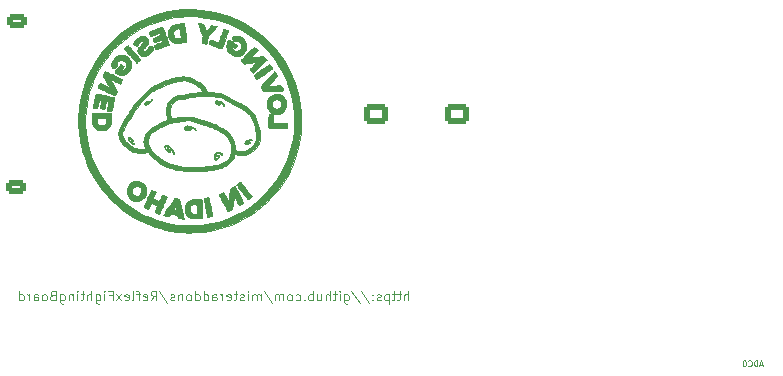
<source format=gbr>
%TF.GenerationSoftware,KiCad,Pcbnew,(7.0.0-0)*%
%TF.CreationDate,2023-05-07T02:23:39-06:00*%
%TF.ProjectId,ReflexFightingBoard,5265666c-6578-4466-9967-6874696e6742,rev?*%
%TF.SameCoordinates,Original*%
%TF.FileFunction,Legend,Bot*%
%TF.FilePolarity,Positive*%
%FSLAX46Y46*%
G04 Gerber Fmt 4.6, Leading zero omitted, Abs format (unit mm)*
G04 Created by KiCad (PCBNEW (7.0.0-0)) date 2023-05-07 02:23:39*
%MOMM*%
%LPD*%
G01*
G04 APERTURE LIST*
G04 Aperture macros list*
%AMRoundRect*
0 Rectangle with rounded corners*
0 $1 Rounding radius*
0 $2 $3 $4 $5 $6 $7 $8 $9 X,Y pos of 4 corners*
0 Add a 4 corners polygon primitive as box body*
4,1,4,$2,$3,$4,$5,$6,$7,$8,$9,$2,$3,0*
0 Add four circle primitives for the rounded corners*
1,1,$1+$1,$2,$3*
1,1,$1+$1,$4,$5*
1,1,$1+$1,$6,$7*
1,1,$1+$1,$8,$9*
0 Add four rect primitives between the rounded corners*
20,1,$1+$1,$2,$3,$4,$5,0*
20,1,$1+$1,$4,$5,$6,$7,0*
20,1,$1+$1,$6,$7,$8,$9,0*
20,1,$1+$1,$8,$9,$2,$3,0*%
G04 Aperture macros list end*
%ADD10C,0.125000*%
%ADD11C,0.010000*%
%ADD12R,1.700000X1.700000*%
%ADD13O,1.700000X1.700000*%
%ADD14RoundRect,0.249999X-0.625001X0.350001X-0.625001X-0.350001X0.625001X-0.350001X0.625001X0.350001X0*%
%ADD15O,1.750000X1.200000*%
%ADD16RoundRect,0.250000X0.625000X-0.350000X0.625000X0.350000X-0.625000X0.350000X-0.625000X-0.350000X0*%
%ADD17R,2.300000X2.300000*%
%ADD18C,2.300000*%
%ADD19C,7.000000*%
%ADD20R,1.600000X1.600000*%
%ADD21C,1.600000*%
%ADD22C,4.000000*%
%ADD23C,1.200000*%
%ADD24RoundRect,0.250000X-0.725000X0.600000X-0.725000X-0.600000X0.725000X-0.600000X0.725000X0.600000X0*%
%ADD25O,1.950000X1.700000*%
%ADD26C,0.650000*%
%ADD27O,2.100000X1.000000*%
%ADD28O,1.800000X1.000000*%
G04 APERTURE END LIST*
D10*
X146227145Y-114603904D02*
X146227145Y-113803904D01*
X145884288Y-114603904D02*
X145884288Y-114184857D01*
X145884288Y-114184857D02*
X145922383Y-114108666D01*
X145922383Y-114108666D02*
X145998574Y-114070571D01*
X145998574Y-114070571D02*
X146112860Y-114070571D01*
X146112860Y-114070571D02*
X146189050Y-114108666D01*
X146189050Y-114108666D02*
X146227145Y-114146761D01*
X145617621Y-114070571D02*
X145312859Y-114070571D01*
X145503335Y-113803904D02*
X145503335Y-114489619D01*
X145503335Y-114489619D02*
X145465240Y-114565809D01*
X145465240Y-114565809D02*
X145389050Y-114603904D01*
X145389050Y-114603904D02*
X145312859Y-114603904D01*
X145160478Y-114070571D02*
X144855716Y-114070571D01*
X145046192Y-113803904D02*
X145046192Y-114489619D01*
X145046192Y-114489619D02*
X145008097Y-114565809D01*
X145008097Y-114565809D02*
X144931907Y-114603904D01*
X144931907Y-114603904D02*
X144855716Y-114603904D01*
X144589049Y-114070571D02*
X144589049Y-114870571D01*
X144589049Y-114108666D02*
X144512859Y-114070571D01*
X144512859Y-114070571D02*
X144360478Y-114070571D01*
X144360478Y-114070571D02*
X144284287Y-114108666D01*
X144284287Y-114108666D02*
X144246192Y-114146761D01*
X144246192Y-114146761D02*
X144208097Y-114222952D01*
X144208097Y-114222952D02*
X144208097Y-114451523D01*
X144208097Y-114451523D02*
X144246192Y-114527714D01*
X144246192Y-114527714D02*
X144284287Y-114565809D01*
X144284287Y-114565809D02*
X144360478Y-114603904D01*
X144360478Y-114603904D02*
X144512859Y-114603904D01*
X144512859Y-114603904D02*
X144589049Y-114565809D01*
X143903335Y-114565809D02*
X143827144Y-114603904D01*
X143827144Y-114603904D02*
X143674763Y-114603904D01*
X143674763Y-114603904D02*
X143598573Y-114565809D01*
X143598573Y-114565809D02*
X143560477Y-114489619D01*
X143560477Y-114489619D02*
X143560477Y-114451523D01*
X143560477Y-114451523D02*
X143598573Y-114375333D01*
X143598573Y-114375333D02*
X143674763Y-114337238D01*
X143674763Y-114337238D02*
X143789049Y-114337238D01*
X143789049Y-114337238D02*
X143865239Y-114299142D01*
X143865239Y-114299142D02*
X143903335Y-114222952D01*
X143903335Y-114222952D02*
X143903335Y-114184857D01*
X143903335Y-114184857D02*
X143865239Y-114108666D01*
X143865239Y-114108666D02*
X143789049Y-114070571D01*
X143789049Y-114070571D02*
X143674763Y-114070571D01*
X143674763Y-114070571D02*
X143598573Y-114108666D01*
X143217620Y-114527714D02*
X143179525Y-114565809D01*
X143179525Y-114565809D02*
X143217620Y-114603904D01*
X143217620Y-114603904D02*
X143255716Y-114565809D01*
X143255716Y-114565809D02*
X143217620Y-114527714D01*
X143217620Y-114527714D02*
X143217620Y-114603904D01*
X143217620Y-114108666D02*
X143179525Y-114146761D01*
X143179525Y-114146761D02*
X143217620Y-114184857D01*
X143217620Y-114184857D02*
X143255716Y-114146761D01*
X143255716Y-114146761D02*
X143217620Y-114108666D01*
X143217620Y-114108666D02*
X143217620Y-114184857D01*
X142265240Y-113765809D02*
X142950954Y-114794380D01*
X141427145Y-113765809D02*
X142112859Y-114794380D01*
X140817621Y-114070571D02*
X140817621Y-114718190D01*
X140817621Y-114718190D02*
X140855716Y-114794380D01*
X140855716Y-114794380D02*
X140893812Y-114832476D01*
X140893812Y-114832476D02*
X140970002Y-114870571D01*
X140970002Y-114870571D02*
X141084288Y-114870571D01*
X141084288Y-114870571D02*
X141160478Y-114832476D01*
X140817621Y-114565809D02*
X140893812Y-114603904D01*
X140893812Y-114603904D02*
X141046193Y-114603904D01*
X141046193Y-114603904D02*
X141122383Y-114565809D01*
X141122383Y-114565809D02*
X141160478Y-114527714D01*
X141160478Y-114527714D02*
X141198574Y-114451523D01*
X141198574Y-114451523D02*
X141198574Y-114222952D01*
X141198574Y-114222952D02*
X141160478Y-114146761D01*
X141160478Y-114146761D02*
X141122383Y-114108666D01*
X141122383Y-114108666D02*
X141046193Y-114070571D01*
X141046193Y-114070571D02*
X140893812Y-114070571D01*
X140893812Y-114070571D02*
X140817621Y-114108666D01*
X140436668Y-114603904D02*
X140436668Y-114070571D01*
X140436668Y-113803904D02*
X140474764Y-113842000D01*
X140474764Y-113842000D02*
X140436668Y-113880095D01*
X140436668Y-113880095D02*
X140398573Y-113842000D01*
X140398573Y-113842000D02*
X140436668Y-113803904D01*
X140436668Y-113803904D02*
X140436668Y-113880095D01*
X140170002Y-114070571D02*
X139865240Y-114070571D01*
X140055716Y-113803904D02*
X140055716Y-114489619D01*
X140055716Y-114489619D02*
X140017621Y-114565809D01*
X140017621Y-114565809D02*
X139941431Y-114603904D01*
X139941431Y-114603904D02*
X139865240Y-114603904D01*
X139598573Y-114603904D02*
X139598573Y-113803904D01*
X139255716Y-114603904D02*
X139255716Y-114184857D01*
X139255716Y-114184857D02*
X139293811Y-114108666D01*
X139293811Y-114108666D02*
X139370002Y-114070571D01*
X139370002Y-114070571D02*
X139484288Y-114070571D01*
X139484288Y-114070571D02*
X139560478Y-114108666D01*
X139560478Y-114108666D02*
X139598573Y-114146761D01*
X138531906Y-114070571D02*
X138531906Y-114603904D01*
X138874763Y-114070571D02*
X138874763Y-114489619D01*
X138874763Y-114489619D02*
X138836668Y-114565809D01*
X138836668Y-114565809D02*
X138760478Y-114603904D01*
X138760478Y-114603904D02*
X138646192Y-114603904D01*
X138646192Y-114603904D02*
X138570001Y-114565809D01*
X138570001Y-114565809D02*
X138531906Y-114527714D01*
X138150953Y-114603904D02*
X138150953Y-113803904D01*
X138150953Y-114108666D02*
X138074763Y-114070571D01*
X138074763Y-114070571D02*
X137922382Y-114070571D01*
X137922382Y-114070571D02*
X137846191Y-114108666D01*
X137846191Y-114108666D02*
X137808096Y-114146761D01*
X137808096Y-114146761D02*
X137770001Y-114222952D01*
X137770001Y-114222952D02*
X137770001Y-114451523D01*
X137770001Y-114451523D02*
X137808096Y-114527714D01*
X137808096Y-114527714D02*
X137846191Y-114565809D01*
X137846191Y-114565809D02*
X137922382Y-114603904D01*
X137922382Y-114603904D02*
X138074763Y-114603904D01*
X138074763Y-114603904D02*
X138150953Y-114565809D01*
X137427143Y-114527714D02*
X137389048Y-114565809D01*
X137389048Y-114565809D02*
X137427143Y-114603904D01*
X137427143Y-114603904D02*
X137465239Y-114565809D01*
X137465239Y-114565809D02*
X137427143Y-114527714D01*
X137427143Y-114527714D02*
X137427143Y-114603904D01*
X136703334Y-114565809D02*
X136779525Y-114603904D01*
X136779525Y-114603904D02*
X136931906Y-114603904D01*
X136931906Y-114603904D02*
X137008096Y-114565809D01*
X137008096Y-114565809D02*
X137046191Y-114527714D01*
X137046191Y-114527714D02*
X137084287Y-114451523D01*
X137084287Y-114451523D02*
X137084287Y-114222952D01*
X137084287Y-114222952D02*
X137046191Y-114146761D01*
X137046191Y-114146761D02*
X137008096Y-114108666D01*
X137008096Y-114108666D02*
X136931906Y-114070571D01*
X136931906Y-114070571D02*
X136779525Y-114070571D01*
X136779525Y-114070571D02*
X136703334Y-114108666D01*
X136246192Y-114603904D02*
X136322382Y-114565809D01*
X136322382Y-114565809D02*
X136360477Y-114527714D01*
X136360477Y-114527714D02*
X136398573Y-114451523D01*
X136398573Y-114451523D02*
X136398573Y-114222952D01*
X136398573Y-114222952D02*
X136360477Y-114146761D01*
X136360477Y-114146761D02*
X136322382Y-114108666D01*
X136322382Y-114108666D02*
X136246192Y-114070571D01*
X136246192Y-114070571D02*
X136131906Y-114070571D01*
X136131906Y-114070571D02*
X136055715Y-114108666D01*
X136055715Y-114108666D02*
X136017620Y-114146761D01*
X136017620Y-114146761D02*
X135979525Y-114222952D01*
X135979525Y-114222952D02*
X135979525Y-114451523D01*
X135979525Y-114451523D02*
X136017620Y-114527714D01*
X136017620Y-114527714D02*
X136055715Y-114565809D01*
X136055715Y-114565809D02*
X136131906Y-114603904D01*
X136131906Y-114603904D02*
X136246192Y-114603904D01*
X135636667Y-114603904D02*
X135636667Y-114070571D01*
X135636667Y-114146761D02*
X135598572Y-114108666D01*
X135598572Y-114108666D02*
X135522382Y-114070571D01*
X135522382Y-114070571D02*
X135408096Y-114070571D01*
X135408096Y-114070571D02*
X135331905Y-114108666D01*
X135331905Y-114108666D02*
X135293810Y-114184857D01*
X135293810Y-114184857D02*
X135293810Y-114603904D01*
X135293810Y-114184857D02*
X135255715Y-114108666D01*
X135255715Y-114108666D02*
X135179524Y-114070571D01*
X135179524Y-114070571D02*
X135065239Y-114070571D01*
X135065239Y-114070571D02*
X134989048Y-114108666D01*
X134989048Y-114108666D02*
X134950953Y-114184857D01*
X134950953Y-114184857D02*
X134950953Y-114603904D01*
X133998572Y-113765809D02*
X134684286Y-114794380D01*
X133731905Y-114603904D02*
X133731905Y-114070571D01*
X133731905Y-114146761D02*
X133693810Y-114108666D01*
X133693810Y-114108666D02*
X133617620Y-114070571D01*
X133617620Y-114070571D02*
X133503334Y-114070571D01*
X133503334Y-114070571D02*
X133427143Y-114108666D01*
X133427143Y-114108666D02*
X133389048Y-114184857D01*
X133389048Y-114184857D02*
X133389048Y-114603904D01*
X133389048Y-114184857D02*
X133350953Y-114108666D01*
X133350953Y-114108666D02*
X133274762Y-114070571D01*
X133274762Y-114070571D02*
X133160477Y-114070571D01*
X133160477Y-114070571D02*
X133084286Y-114108666D01*
X133084286Y-114108666D02*
X133046191Y-114184857D01*
X133046191Y-114184857D02*
X133046191Y-114603904D01*
X132665238Y-114603904D02*
X132665238Y-114070571D01*
X132665238Y-113803904D02*
X132703334Y-113842000D01*
X132703334Y-113842000D02*
X132665238Y-113880095D01*
X132665238Y-113880095D02*
X132627143Y-113842000D01*
X132627143Y-113842000D02*
X132665238Y-113803904D01*
X132665238Y-113803904D02*
X132665238Y-113880095D01*
X132322382Y-114565809D02*
X132246191Y-114603904D01*
X132246191Y-114603904D02*
X132093810Y-114603904D01*
X132093810Y-114603904D02*
X132017620Y-114565809D01*
X132017620Y-114565809D02*
X131979524Y-114489619D01*
X131979524Y-114489619D02*
X131979524Y-114451523D01*
X131979524Y-114451523D02*
X132017620Y-114375333D01*
X132017620Y-114375333D02*
X132093810Y-114337238D01*
X132093810Y-114337238D02*
X132208096Y-114337238D01*
X132208096Y-114337238D02*
X132284286Y-114299142D01*
X132284286Y-114299142D02*
X132322382Y-114222952D01*
X132322382Y-114222952D02*
X132322382Y-114184857D01*
X132322382Y-114184857D02*
X132284286Y-114108666D01*
X132284286Y-114108666D02*
X132208096Y-114070571D01*
X132208096Y-114070571D02*
X132093810Y-114070571D01*
X132093810Y-114070571D02*
X132017620Y-114108666D01*
X131750953Y-114070571D02*
X131446191Y-114070571D01*
X131636667Y-113803904D02*
X131636667Y-114489619D01*
X131636667Y-114489619D02*
X131598572Y-114565809D01*
X131598572Y-114565809D02*
X131522382Y-114603904D01*
X131522382Y-114603904D02*
X131446191Y-114603904D01*
X130874762Y-114565809D02*
X130950953Y-114603904D01*
X130950953Y-114603904D02*
X131103334Y-114603904D01*
X131103334Y-114603904D02*
X131179524Y-114565809D01*
X131179524Y-114565809D02*
X131217620Y-114489619D01*
X131217620Y-114489619D02*
X131217620Y-114184857D01*
X131217620Y-114184857D02*
X131179524Y-114108666D01*
X131179524Y-114108666D02*
X131103334Y-114070571D01*
X131103334Y-114070571D02*
X130950953Y-114070571D01*
X130950953Y-114070571D02*
X130874762Y-114108666D01*
X130874762Y-114108666D02*
X130836667Y-114184857D01*
X130836667Y-114184857D02*
X130836667Y-114261047D01*
X130836667Y-114261047D02*
X131217620Y-114337238D01*
X130493810Y-114603904D02*
X130493810Y-114070571D01*
X130493810Y-114222952D02*
X130455715Y-114146761D01*
X130455715Y-114146761D02*
X130417620Y-114108666D01*
X130417620Y-114108666D02*
X130341429Y-114070571D01*
X130341429Y-114070571D02*
X130265239Y-114070571D01*
X129655715Y-114603904D02*
X129655715Y-114184857D01*
X129655715Y-114184857D02*
X129693810Y-114108666D01*
X129693810Y-114108666D02*
X129770001Y-114070571D01*
X129770001Y-114070571D02*
X129922382Y-114070571D01*
X129922382Y-114070571D02*
X129998572Y-114108666D01*
X129655715Y-114565809D02*
X129731906Y-114603904D01*
X129731906Y-114603904D02*
X129922382Y-114603904D01*
X129922382Y-114603904D02*
X129998572Y-114565809D01*
X129998572Y-114565809D02*
X130036668Y-114489619D01*
X130036668Y-114489619D02*
X130036668Y-114413428D01*
X130036668Y-114413428D02*
X129998572Y-114337238D01*
X129998572Y-114337238D02*
X129922382Y-114299142D01*
X129922382Y-114299142D02*
X129731906Y-114299142D01*
X129731906Y-114299142D02*
X129655715Y-114261047D01*
X128931905Y-114603904D02*
X128931905Y-113803904D01*
X128931905Y-114565809D02*
X129008096Y-114603904D01*
X129008096Y-114603904D02*
X129160477Y-114603904D01*
X129160477Y-114603904D02*
X129236667Y-114565809D01*
X129236667Y-114565809D02*
X129274762Y-114527714D01*
X129274762Y-114527714D02*
X129312858Y-114451523D01*
X129312858Y-114451523D02*
X129312858Y-114222952D01*
X129312858Y-114222952D02*
X129274762Y-114146761D01*
X129274762Y-114146761D02*
X129236667Y-114108666D01*
X129236667Y-114108666D02*
X129160477Y-114070571D01*
X129160477Y-114070571D02*
X129008096Y-114070571D01*
X129008096Y-114070571D02*
X128931905Y-114108666D01*
X128208095Y-114603904D02*
X128208095Y-113803904D01*
X128208095Y-114565809D02*
X128284286Y-114603904D01*
X128284286Y-114603904D02*
X128436667Y-114603904D01*
X128436667Y-114603904D02*
X128512857Y-114565809D01*
X128512857Y-114565809D02*
X128550952Y-114527714D01*
X128550952Y-114527714D02*
X128589048Y-114451523D01*
X128589048Y-114451523D02*
X128589048Y-114222952D01*
X128589048Y-114222952D02*
X128550952Y-114146761D01*
X128550952Y-114146761D02*
X128512857Y-114108666D01*
X128512857Y-114108666D02*
X128436667Y-114070571D01*
X128436667Y-114070571D02*
X128284286Y-114070571D01*
X128284286Y-114070571D02*
X128208095Y-114108666D01*
X127712857Y-114603904D02*
X127789047Y-114565809D01*
X127789047Y-114565809D02*
X127827142Y-114527714D01*
X127827142Y-114527714D02*
X127865238Y-114451523D01*
X127865238Y-114451523D02*
X127865238Y-114222952D01*
X127865238Y-114222952D02*
X127827142Y-114146761D01*
X127827142Y-114146761D02*
X127789047Y-114108666D01*
X127789047Y-114108666D02*
X127712857Y-114070571D01*
X127712857Y-114070571D02*
X127598571Y-114070571D01*
X127598571Y-114070571D02*
X127522380Y-114108666D01*
X127522380Y-114108666D02*
X127484285Y-114146761D01*
X127484285Y-114146761D02*
X127446190Y-114222952D01*
X127446190Y-114222952D02*
X127446190Y-114451523D01*
X127446190Y-114451523D02*
X127484285Y-114527714D01*
X127484285Y-114527714D02*
X127522380Y-114565809D01*
X127522380Y-114565809D02*
X127598571Y-114603904D01*
X127598571Y-114603904D02*
X127712857Y-114603904D01*
X127103332Y-114070571D02*
X127103332Y-114603904D01*
X127103332Y-114146761D02*
X127065237Y-114108666D01*
X127065237Y-114108666D02*
X126989047Y-114070571D01*
X126989047Y-114070571D02*
X126874761Y-114070571D01*
X126874761Y-114070571D02*
X126798570Y-114108666D01*
X126798570Y-114108666D02*
X126760475Y-114184857D01*
X126760475Y-114184857D02*
X126760475Y-114603904D01*
X126417618Y-114565809D02*
X126341427Y-114603904D01*
X126341427Y-114603904D02*
X126189046Y-114603904D01*
X126189046Y-114603904D02*
X126112856Y-114565809D01*
X126112856Y-114565809D02*
X126074760Y-114489619D01*
X126074760Y-114489619D02*
X126074760Y-114451523D01*
X126074760Y-114451523D02*
X126112856Y-114375333D01*
X126112856Y-114375333D02*
X126189046Y-114337238D01*
X126189046Y-114337238D02*
X126303332Y-114337238D01*
X126303332Y-114337238D02*
X126379522Y-114299142D01*
X126379522Y-114299142D02*
X126417618Y-114222952D01*
X126417618Y-114222952D02*
X126417618Y-114184857D01*
X126417618Y-114184857D02*
X126379522Y-114108666D01*
X126379522Y-114108666D02*
X126303332Y-114070571D01*
X126303332Y-114070571D02*
X126189046Y-114070571D01*
X126189046Y-114070571D02*
X126112856Y-114108666D01*
X125160475Y-113765809D02*
X125846189Y-114794380D01*
X124436665Y-114603904D02*
X124703332Y-114222952D01*
X124893808Y-114603904D02*
X124893808Y-113803904D01*
X124893808Y-113803904D02*
X124589046Y-113803904D01*
X124589046Y-113803904D02*
X124512856Y-113842000D01*
X124512856Y-113842000D02*
X124474761Y-113880095D01*
X124474761Y-113880095D02*
X124436665Y-113956285D01*
X124436665Y-113956285D02*
X124436665Y-114070571D01*
X124436665Y-114070571D02*
X124474761Y-114146761D01*
X124474761Y-114146761D02*
X124512856Y-114184857D01*
X124512856Y-114184857D02*
X124589046Y-114222952D01*
X124589046Y-114222952D02*
X124893808Y-114222952D01*
X123789046Y-114565809D02*
X123865237Y-114603904D01*
X123865237Y-114603904D02*
X124017618Y-114603904D01*
X124017618Y-114603904D02*
X124093808Y-114565809D01*
X124093808Y-114565809D02*
X124131904Y-114489619D01*
X124131904Y-114489619D02*
X124131904Y-114184857D01*
X124131904Y-114184857D02*
X124093808Y-114108666D01*
X124093808Y-114108666D02*
X124017618Y-114070571D01*
X124017618Y-114070571D02*
X123865237Y-114070571D01*
X123865237Y-114070571D02*
X123789046Y-114108666D01*
X123789046Y-114108666D02*
X123750951Y-114184857D01*
X123750951Y-114184857D02*
X123750951Y-114261047D01*
X123750951Y-114261047D02*
X124131904Y-114337238D01*
X123522380Y-114070571D02*
X123217618Y-114070571D01*
X123408094Y-114603904D02*
X123408094Y-113918190D01*
X123408094Y-113918190D02*
X123369999Y-113842000D01*
X123369999Y-113842000D02*
X123293809Y-113803904D01*
X123293809Y-113803904D02*
X123217618Y-113803904D01*
X122836666Y-114603904D02*
X122912856Y-114565809D01*
X122912856Y-114565809D02*
X122950951Y-114489619D01*
X122950951Y-114489619D02*
X122950951Y-113803904D01*
X122227141Y-114565809D02*
X122303332Y-114603904D01*
X122303332Y-114603904D02*
X122455713Y-114603904D01*
X122455713Y-114603904D02*
X122531903Y-114565809D01*
X122531903Y-114565809D02*
X122569999Y-114489619D01*
X122569999Y-114489619D02*
X122569999Y-114184857D01*
X122569999Y-114184857D02*
X122531903Y-114108666D01*
X122531903Y-114108666D02*
X122455713Y-114070571D01*
X122455713Y-114070571D02*
X122303332Y-114070571D01*
X122303332Y-114070571D02*
X122227141Y-114108666D01*
X122227141Y-114108666D02*
X122189046Y-114184857D01*
X122189046Y-114184857D02*
X122189046Y-114261047D01*
X122189046Y-114261047D02*
X122569999Y-114337238D01*
X121922380Y-114603904D02*
X121503332Y-114070571D01*
X121922380Y-114070571D02*
X121503332Y-114603904D01*
X120931904Y-114184857D02*
X121198570Y-114184857D01*
X121198570Y-114603904D02*
X121198570Y-113803904D01*
X121198570Y-113803904D02*
X120817618Y-113803904D01*
X120512856Y-114603904D02*
X120512856Y-114070571D01*
X120512856Y-113803904D02*
X120550952Y-113842000D01*
X120550952Y-113842000D02*
X120512856Y-113880095D01*
X120512856Y-113880095D02*
X120474761Y-113842000D01*
X120474761Y-113842000D02*
X120512856Y-113803904D01*
X120512856Y-113803904D02*
X120512856Y-113880095D01*
X119789047Y-114070571D02*
X119789047Y-114718190D01*
X119789047Y-114718190D02*
X119827142Y-114794380D01*
X119827142Y-114794380D02*
X119865238Y-114832476D01*
X119865238Y-114832476D02*
X119941428Y-114870571D01*
X119941428Y-114870571D02*
X120055714Y-114870571D01*
X120055714Y-114870571D02*
X120131904Y-114832476D01*
X119789047Y-114565809D02*
X119865238Y-114603904D01*
X119865238Y-114603904D02*
X120017619Y-114603904D01*
X120017619Y-114603904D02*
X120093809Y-114565809D01*
X120093809Y-114565809D02*
X120131904Y-114527714D01*
X120131904Y-114527714D02*
X120170000Y-114451523D01*
X120170000Y-114451523D02*
X120170000Y-114222952D01*
X120170000Y-114222952D02*
X120131904Y-114146761D01*
X120131904Y-114146761D02*
X120093809Y-114108666D01*
X120093809Y-114108666D02*
X120017619Y-114070571D01*
X120017619Y-114070571D02*
X119865238Y-114070571D01*
X119865238Y-114070571D02*
X119789047Y-114108666D01*
X119408094Y-114603904D02*
X119408094Y-113803904D01*
X119065237Y-114603904D02*
X119065237Y-114184857D01*
X119065237Y-114184857D02*
X119103332Y-114108666D01*
X119103332Y-114108666D02*
X119179523Y-114070571D01*
X119179523Y-114070571D02*
X119293809Y-114070571D01*
X119293809Y-114070571D02*
X119369999Y-114108666D01*
X119369999Y-114108666D02*
X119408094Y-114146761D01*
X118798570Y-114070571D02*
X118493808Y-114070571D01*
X118684284Y-113803904D02*
X118684284Y-114489619D01*
X118684284Y-114489619D02*
X118646189Y-114565809D01*
X118646189Y-114565809D02*
X118569999Y-114603904D01*
X118569999Y-114603904D02*
X118493808Y-114603904D01*
X118227141Y-114603904D02*
X118227141Y-114070571D01*
X118227141Y-113803904D02*
X118265237Y-113842000D01*
X118265237Y-113842000D02*
X118227141Y-113880095D01*
X118227141Y-113880095D02*
X118189046Y-113842000D01*
X118189046Y-113842000D02*
X118227141Y-113803904D01*
X118227141Y-113803904D02*
X118227141Y-113880095D01*
X117846189Y-114070571D02*
X117846189Y-114603904D01*
X117846189Y-114146761D02*
X117808094Y-114108666D01*
X117808094Y-114108666D02*
X117731904Y-114070571D01*
X117731904Y-114070571D02*
X117617618Y-114070571D01*
X117617618Y-114070571D02*
X117541427Y-114108666D01*
X117541427Y-114108666D02*
X117503332Y-114184857D01*
X117503332Y-114184857D02*
X117503332Y-114603904D01*
X116779522Y-114070571D02*
X116779522Y-114718190D01*
X116779522Y-114718190D02*
X116817617Y-114794380D01*
X116817617Y-114794380D02*
X116855713Y-114832476D01*
X116855713Y-114832476D02*
X116931903Y-114870571D01*
X116931903Y-114870571D02*
X117046189Y-114870571D01*
X117046189Y-114870571D02*
X117122379Y-114832476D01*
X116779522Y-114565809D02*
X116855713Y-114603904D01*
X116855713Y-114603904D02*
X117008094Y-114603904D01*
X117008094Y-114603904D02*
X117084284Y-114565809D01*
X117084284Y-114565809D02*
X117122379Y-114527714D01*
X117122379Y-114527714D02*
X117160475Y-114451523D01*
X117160475Y-114451523D02*
X117160475Y-114222952D01*
X117160475Y-114222952D02*
X117122379Y-114146761D01*
X117122379Y-114146761D02*
X117084284Y-114108666D01*
X117084284Y-114108666D02*
X117008094Y-114070571D01*
X117008094Y-114070571D02*
X116855713Y-114070571D01*
X116855713Y-114070571D02*
X116779522Y-114108666D01*
X116131903Y-114184857D02*
X116017617Y-114222952D01*
X116017617Y-114222952D02*
X115979522Y-114261047D01*
X115979522Y-114261047D02*
X115941426Y-114337238D01*
X115941426Y-114337238D02*
X115941426Y-114451523D01*
X115941426Y-114451523D02*
X115979522Y-114527714D01*
X115979522Y-114527714D02*
X116017617Y-114565809D01*
X116017617Y-114565809D02*
X116093807Y-114603904D01*
X116093807Y-114603904D02*
X116398569Y-114603904D01*
X116398569Y-114603904D02*
X116398569Y-113803904D01*
X116398569Y-113803904D02*
X116131903Y-113803904D01*
X116131903Y-113803904D02*
X116055712Y-113842000D01*
X116055712Y-113842000D02*
X116017617Y-113880095D01*
X116017617Y-113880095D02*
X115979522Y-113956285D01*
X115979522Y-113956285D02*
X115979522Y-114032476D01*
X115979522Y-114032476D02*
X116017617Y-114108666D01*
X116017617Y-114108666D02*
X116055712Y-114146761D01*
X116055712Y-114146761D02*
X116131903Y-114184857D01*
X116131903Y-114184857D02*
X116398569Y-114184857D01*
X115484284Y-114603904D02*
X115560474Y-114565809D01*
X115560474Y-114565809D02*
X115598569Y-114527714D01*
X115598569Y-114527714D02*
X115636665Y-114451523D01*
X115636665Y-114451523D02*
X115636665Y-114222952D01*
X115636665Y-114222952D02*
X115598569Y-114146761D01*
X115598569Y-114146761D02*
X115560474Y-114108666D01*
X115560474Y-114108666D02*
X115484284Y-114070571D01*
X115484284Y-114070571D02*
X115369998Y-114070571D01*
X115369998Y-114070571D02*
X115293807Y-114108666D01*
X115293807Y-114108666D02*
X115255712Y-114146761D01*
X115255712Y-114146761D02*
X115217617Y-114222952D01*
X115217617Y-114222952D02*
X115217617Y-114451523D01*
X115217617Y-114451523D02*
X115255712Y-114527714D01*
X115255712Y-114527714D02*
X115293807Y-114565809D01*
X115293807Y-114565809D02*
X115369998Y-114603904D01*
X115369998Y-114603904D02*
X115484284Y-114603904D01*
X114531902Y-114603904D02*
X114531902Y-114184857D01*
X114531902Y-114184857D02*
X114569997Y-114108666D01*
X114569997Y-114108666D02*
X114646188Y-114070571D01*
X114646188Y-114070571D02*
X114798569Y-114070571D01*
X114798569Y-114070571D02*
X114874759Y-114108666D01*
X114531902Y-114565809D02*
X114608093Y-114603904D01*
X114608093Y-114603904D02*
X114798569Y-114603904D01*
X114798569Y-114603904D02*
X114874759Y-114565809D01*
X114874759Y-114565809D02*
X114912855Y-114489619D01*
X114912855Y-114489619D02*
X114912855Y-114413428D01*
X114912855Y-114413428D02*
X114874759Y-114337238D01*
X114874759Y-114337238D02*
X114798569Y-114299142D01*
X114798569Y-114299142D02*
X114608093Y-114299142D01*
X114608093Y-114299142D02*
X114531902Y-114261047D01*
X114150949Y-114603904D02*
X114150949Y-114070571D01*
X114150949Y-114222952D02*
X114112854Y-114146761D01*
X114112854Y-114146761D02*
X114074759Y-114108666D01*
X114074759Y-114108666D02*
X113998568Y-114070571D01*
X113998568Y-114070571D02*
X113922378Y-114070571D01*
X113312854Y-114603904D02*
X113312854Y-113803904D01*
X113312854Y-114565809D02*
X113389045Y-114603904D01*
X113389045Y-114603904D02*
X113541426Y-114603904D01*
X113541426Y-114603904D02*
X113617616Y-114565809D01*
X113617616Y-114565809D02*
X113655711Y-114527714D01*
X113655711Y-114527714D02*
X113693807Y-114451523D01*
X113693807Y-114451523D02*
X113693807Y-114222952D01*
X113693807Y-114222952D02*
X113655711Y-114146761D01*
X113655711Y-114146761D02*
X113617616Y-114108666D01*
X113617616Y-114108666D02*
X113541426Y-114070571D01*
X113541426Y-114070571D02*
X113389045Y-114070571D01*
X113389045Y-114070571D02*
X113312854Y-114108666D01*
X176257141Y-120040833D02*
X176019046Y-120040833D01*
X176304760Y-120183690D02*
X176138094Y-119683690D01*
X176138094Y-119683690D02*
X175971427Y-120183690D01*
X175804761Y-120183690D02*
X175804761Y-119683690D01*
X175804761Y-119683690D02*
X175685713Y-119683690D01*
X175685713Y-119683690D02*
X175614285Y-119707500D01*
X175614285Y-119707500D02*
X175566666Y-119755119D01*
X175566666Y-119755119D02*
X175542856Y-119802738D01*
X175542856Y-119802738D02*
X175519047Y-119897976D01*
X175519047Y-119897976D02*
X175519047Y-119969404D01*
X175519047Y-119969404D02*
X175542856Y-120064642D01*
X175542856Y-120064642D02*
X175566666Y-120112261D01*
X175566666Y-120112261D02*
X175614285Y-120159880D01*
X175614285Y-120159880D02*
X175685713Y-120183690D01*
X175685713Y-120183690D02*
X175804761Y-120183690D01*
X175019047Y-120136071D02*
X175042856Y-120159880D01*
X175042856Y-120159880D02*
X175114285Y-120183690D01*
X175114285Y-120183690D02*
X175161904Y-120183690D01*
X175161904Y-120183690D02*
X175233332Y-120159880D01*
X175233332Y-120159880D02*
X175280951Y-120112261D01*
X175280951Y-120112261D02*
X175304761Y-120064642D01*
X175304761Y-120064642D02*
X175328570Y-119969404D01*
X175328570Y-119969404D02*
X175328570Y-119897976D01*
X175328570Y-119897976D02*
X175304761Y-119802738D01*
X175304761Y-119802738D02*
X175280951Y-119755119D01*
X175280951Y-119755119D02*
X175233332Y-119707500D01*
X175233332Y-119707500D02*
X175161904Y-119683690D01*
X175161904Y-119683690D02*
X175114285Y-119683690D01*
X175114285Y-119683690D02*
X175042856Y-119707500D01*
X175042856Y-119707500D02*
X175019047Y-119731309D01*
X174709523Y-119683690D02*
X174661904Y-119683690D01*
X174661904Y-119683690D02*
X174614285Y-119707500D01*
X174614285Y-119707500D02*
X174590475Y-119731309D01*
X174590475Y-119731309D02*
X174566666Y-119778928D01*
X174566666Y-119778928D02*
X174542856Y-119874166D01*
X174542856Y-119874166D02*
X174542856Y-119993214D01*
X174542856Y-119993214D02*
X174566666Y-120088452D01*
X174566666Y-120088452D02*
X174590475Y-120136071D01*
X174590475Y-120136071D02*
X174614285Y-120159880D01*
X174614285Y-120159880D02*
X174661904Y-120183690D01*
X174661904Y-120183690D02*
X174709523Y-120183690D01*
X174709523Y-120183690D02*
X174757142Y-120159880D01*
X174757142Y-120159880D02*
X174780951Y-120136071D01*
X174780951Y-120136071D02*
X174804761Y-120088452D01*
X174804761Y-120088452D02*
X174828570Y-119993214D01*
X174828570Y-119993214D02*
X174828570Y-119874166D01*
X174828570Y-119874166D02*
X174804761Y-119778928D01*
X174804761Y-119778928D02*
X174780951Y-119731309D01*
X174780951Y-119731309D02*
X174757142Y-119707500D01*
X174757142Y-119707500D02*
X174709523Y-119683690D01*
%TO.C,Ref\u002A\u002A*%
G36*
X122678065Y-100799346D02*
G01*
X122750328Y-100838709D01*
X122768666Y-100853111D01*
X122832286Y-100912744D01*
X122883403Y-100974796D01*
X122915029Y-101029818D01*
X122920177Y-101068363D01*
X122913337Y-101082691D01*
X122896113Y-101094603D01*
X122868510Y-101083793D01*
X122824764Y-101047155D01*
X122759112Y-100981584D01*
X122729652Y-100952598D01*
X122662057Y-100897467D01*
X122607400Y-100867564D01*
X122570134Y-100862546D01*
X122554714Y-100882067D01*
X122565594Y-100925782D01*
X122607228Y-100993346D01*
X122615774Y-101004576D01*
X122703222Y-101096201D01*
X122815941Y-101184848D01*
X122939791Y-101259216D01*
X122982264Y-101283534D01*
X123028481Y-101322874D01*
X123039858Y-101356193D01*
X123013875Y-101379403D01*
X122996282Y-101379407D01*
X122945364Y-101362169D01*
X122875660Y-101327911D01*
X122796592Y-101281885D01*
X122717584Y-101229341D01*
X122648057Y-101175532D01*
X122645343Y-101173198D01*
X122567474Y-101093175D01*
X122510263Y-101008824D01*
X122476874Y-100927756D01*
X122470476Y-100857578D01*
X122494233Y-100805900D01*
X122533239Y-100784912D01*
X122601162Y-100780832D01*
X122678065Y-100799346D01*
G37*
D11*
X122678065Y-100799346D02*
X122750328Y-100838709D01*
X122768666Y-100853111D01*
X122832286Y-100912744D01*
X122883403Y-100974796D01*
X122915029Y-101029818D01*
X122920177Y-101068363D01*
X122913337Y-101082691D01*
X122896113Y-101094603D01*
X122868510Y-101083793D01*
X122824764Y-101047155D01*
X122759112Y-100981584D01*
X122729652Y-100952598D01*
X122662057Y-100897467D01*
X122607400Y-100867564D01*
X122570134Y-100862546D01*
X122554714Y-100882067D01*
X122565594Y-100925782D01*
X122607228Y-100993346D01*
X122615774Y-101004576D01*
X122703222Y-101096201D01*
X122815941Y-101184848D01*
X122939791Y-101259216D01*
X122982264Y-101283534D01*
X123028481Y-101322874D01*
X123039858Y-101356193D01*
X123013875Y-101379403D01*
X122996282Y-101379407D01*
X122945364Y-101362169D01*
X122875660Y-101327911D01*
X122796592Y-101281885D01*
X122717584Y-101229341D01*
X122648057Y-101175532D01*
X122645343Y-101173198D01*
X122567474Y-101093175D01*
X122510263Y-101008824D01*
X122476874Y-100927756D01*
X122470476Y-100857578D01*
X122494233Y-100805900D01*
X122533239Y-100784912D01*
X122601162Y-100780832D01*
X122678065Y-100799346D01*
G36*
X124522000Y-97590890D02*
G01*
X124518108Y-97603970D01*
X124491412Y-97647194D01*
X124445582Y-97706781D01*
X124387927Y-97773993D01*
X124325761Y-97840093D01*
X124266393Y-97896343D01*
X124254978Y-97905984D01*
X124182666Y-97959184D01*
X124109250Y-98003830D01*
X124014110Y-98040858D01*
X123935337Y-98045274D01*
X123877928Y-98016738D01*
X123871390Y-98009905D01*
X123847855Y-97968169D01*
X123856469Y-97922253D01*
X123898560Y-97862199D01*
X123924194Y-97837000D01*
X123980997Y-97794988D01*
X124048734Y-97754482D01*
X124116157Y-97721393D01*
X124172020Y-97701631D01*
X124205076Y-97701107D01*
X124220806Y-97715003D01*
X124219860Y-97744425D01*
X124179569Y-97780033D01*
X124098881Y-97823037D01*
X124036976Y-97855781D01*
X123979693Y-97894628D01*
X123948515Y-97926708D01*
X123947104Y-97929355D01*
X123935563Y-97957313D01*
X123948855Y-97964878D01*
X123995179Y-97957456D01*
X124013984Y-97952963D01*
X124114156Y-97907082D01*
X124224741Y-97821817D01*
X124346551Y-97696566D01*
X124352637Y-97689669D01*
X124424675Y-97614556D01*
X124477830Y-97572504D01*
X124510729Y-97564340D01*
X124522000Y-97590890D01*
G37*
X124522000Y-97590890D02*
X124518108Y-97603970D01*
X124491412Y-97647194D01*
X124445582Y-97706781D01*
X124387927Y-97773993D01*
X124325761Y-97840093D01*
X124266393Y-97896343D01*
X124254978Y-97905984D01*
X124182666Y-97959184D01*
X124109250Y-98003830D01*
X124014110Y-98040858D01*
X123935337Y-98045274D01*
X123877928Y-98016738D01*
X123871390Y-98009905D01*
X123847855Y-97968169D01*
X123856469Y-97922253D01*
X123898560Y-97862199D01*
X123924194Y-97837000D01*
X123980997Y-97794988D01*
X124048734Y-97754482D01*
X124116157Y-97721393D01*
X124172020Y-97701631D01*
X124205076Y-97701107D01*
X124220806Y-97715003D01*
X124219860Y-97744425D01*
X124179569Y-97780033D01*
X124098881Y-97823037D01*
X124036976Y-97855781D01*
X123979693Y-97894628D01*
X123948515Y-97926708D01*
X123947104Y-97929355D01*
X123935563Y-97957313D01*
X123948855Y-97964878D01*
X123995179Y-97957456D01*
X124013984Y-97952963D01*
X124114156Y-97907082D01*
X124224741Y-97821817D01*
X124346551Y-97696566D01*
X124352637Y-97689669D01*
X124424675Y-97614556D01*
X124477830Y-97572504D01*
X124510729Y-97564340D01*
X124522000Y-97590890D01*
G36*
X132006266Y-104557394D02*
G01*
X132037720Y-104588778D01*
X132089219Y-104647444D01*
X132157183Y-104728779D01*
X132238030Y-104828169D01*
X132328179Y-104941001D01*
X132424050Y-105062661D01*
X132522062Y-105188534D01*
X132618632Y-105314009D01*
X132710182Y-105434471D01*
X132793128Y-105545307D01*
X132863892Y-105641902D01*
X132918890Y-105719645D01*
X132954544Y-105773920D01*
X132967270Y-105800114D01*
X132965427Y-105807167D01*
X132939740Y-105841467D01*
X132890111Y-105889224D01*
X132824625Y-105942373D01*
X132801187Y-105959751D01*
X132735527Y-106005817D01*
X132684188Y-106038069D01*
X132656691Y-106050384D01*
X132646955Y-106042816D01*
X132613664Y-106006248D01*
X132560892Y-105943455D01*
X132492152Y-105858975D01*
X132410957Y-105757351D01*
X132320819Y-105643122D01*
X132225254Y-105520830D01*
X132127774Y-105395014D01*
X132031892Y-105270216D01*
X131941122Y-105150975D01*
X131858977Y-105041834D01*
X131788970Y-104947331D01*
X131734616Y-104872009D01*
X131699427Y-104820407D01*
X131686916Y-104797065D01*
X131696158Y-104778478D01*
X131732643Y-104739210D01*
X131787789Y-104690493D01*
X131851825Y-104639940D01*
X131914983Y-104595164D01*
X131967493Y-104563779D01*
X131999586Y-104553398D01*
X132006266Y-104557394D01*
G37*
X132006266Y-104557394D02*
X132037720Y-104588778D01*
X132089219Y-104647444D01*
X132157183Y-104728779D01*
X132238030Y-104828169D01*
X132328179Y-104941001D01*
X132424050Y-105062661D01*
X132522062Y-105188534D01*
X132618632Y-105314009D01*
X132710182Y-105434471D01*
X132793128Y-105545307D01*
X132863892Y-105641902D01*
X132918890Y-105719645D01*
X132954544Y-105773920D01*
X132967270Y-105800114D01*
X132965427Y-105807167D01*
X132939740Y-105841467D01*
X132890111Y-105889224D01*
X132824625Y-105942373D01*
X132801187Y-105959751D01*
X132735527Y-106005817D01*
X132684188Y-106038069D01*
X132656691Y-106050384D01*
X132646955Y-106042816D01*
X132613664Y-106006248D01*
X132560892Y-105943455D01*
X132492152Y-105858975D01*
X132410957Y-105757351D01*
X132320819Y-105643122D01*
X132225254Y-105520830D01*
X132127774Y-105395014D01*
X132031892Y-105270216D01*
X131941122Y-105150975D01*
X131858977Y-105041834D01*
X131788970Y-104947331D01*
X131734616Y-104872009D01*
X131699427Y-104820407D01*
X131686916Y-104797065D01*
X131696158Y-104778478D01*
X131732643Y-104739210D01*
X131787789Y-104690493D01*
X131851825Y-104639940D01*
X131914983Y-104595164D01*
X131967493Y-104563779D01*
X131999586Y-104553398D01*
X132006266Y-104557394D01*
G36*
X122499478Y-93020862D02*
G01*
X122532841Y-93051428D01*
X122587731Y-93107935D01*
X122660306Y-93185973D01*
X122746726Y-93281135D01*
X122843147Y-93389009D01*
X122945729Y-93505187D01*
X123050630Y-93625259D01*
X123154008Y-93744817D01*
X123252022Y-93859450D01*
X123340830Y-93964749D01*
X123416589Y-94056305D01*
X123475460Y-94129709D01*
X123513600Y-94180551D01*
X123527166Y-94204422D01*
X123524894Y-94211870D01*
X123499215Y-94246630D01*
X123451015Y-94296704D01*
X123387890Y-94353938D01*
X123361598Y-94376157D01*
X123300870Y-94425608D01*
X123255423Y-94459963D01*
X123233547Y-94472834D01*
X123217288Y-94462865D01*
X123176040Y-94424637D01*
X123115014Y-94361800D01*
X123037913Y-94278663D01*
X122948442Y-94179537D01*
X122850306Y-94068730D01*
X122747207Y-93950551D01*
X122642852Y-93829311D01*
X122540944Y-93709319D01*
X122445188Y-93594883D01*
X122359287Y-93490314D01*
X122286947Y-93399921D01*
X122231872Y-93328013D01*
X122197766Y-93278901D01*
X122188333Y-93256892D01*
X122194105Y-93248289D01*
X122231320Y-93207268D01*
X122286512Y-93156967D01*
X122349947Y-93105073D01*
X122411892Y-93059275D01*
X122462615Y-93027262D01*
X122492382Y-93016720D01*
X122499478Y-93020862D01*
G37*
X122499478Y-93020862D02*
X122532841Y-93051428D01*
X122587731Y-93107935D01*
X122660306Y-93185973D01*
X122746726Y-93281135D01*
X122843147Y-93389009D01*
X122945729Y-93505187D01*
X123050630Y-93625259D01*
X123154008Y-93744817D01*
X123252022Y-93859450D01*
X123340830Y-93964749D01*
X123416589Y-94056305D01*
X123475460Y-94129709D01*
X123513600Y-94180551D01*
X123527166Y-94204422D01*
X123524894Y-94211870D01*
X123499215Y-94246630D01*
X123451015Y-94296704D01*
X123387890Y-94353938D01*
X123361598Y-94376157D01*
X123300870Y-94425608D01*
X123255423Y-94459963D01*
X123233547Y-94472834D01*
X123217288Y-94462865D01*
X123176040Y-94424637D01*
X123115014Y-94361800D01*
X123037913Y-94278663D01*
X122948442Y-94179537D01*
X122850306Y-94068730D01*
X122747207Y-93950551D01*
X122642852Y-93829311D01*
X122540944Y-93709319D01*
X122445188Y-93594883D01*
X122359287Y-93490314D01*
X122286947Y-93399921D01*
X122231872Y-93328013D01*
X122197766Y-93278901D01*
X122188333Y-93256892D01*
X122194105Y-93248289D01*
X122231320Y-93207268D01*
X122286512Y-93156967D01*
X122349947Y-93105073D01*
X122411892Y-93059275D01*
X122462615Y-93027262D01*
X122492382Y-93016720D01*
X122499478Y-93020862D01*
G36*
X134487475Y-94621417D02*
G01*
X134512565Y-94642676D01*
X134551583Y-94689134D01*
X134597809Y-94751099D01*
X134644525Y-94818880D01*
X134685014Y-94882786D01*
X134712557Y-94933124D01*
X134720435Y-94960203D01*
X134720390Y-94960314D01*
X134701130Y-94976713D01*
X134650727Y-95013845D01*
X134573125Y-95068959D01*
X134472272Y-95139301D01*
X134352112Y-95222120D01*
X134216591Y-95314663D01*
X134069655Y-95414177D01*
X134066832Y-95416081D01*
X133919491Y-95515015D01*
X133782773Y-95605968D01*
X133660740Y-95686303D01*
X133557455Y-95753378D01*
X133476982Y-95804557D01*
X133423382Y-95837200D01*
X133400719Y-95848667D01*
X133381172Y-95836214D01*
X133345296Y-95795414D01*
X133301777Y-95735978D01*
X133257218Y-95668047D01*
X133218220Y-95601762D01*
X133191384Y-95547264D01*
X133183311Y-95514693D01*
X133188929Y-95507540D01*
X133224023Y-95477921D01*
X133287101Y-95429979D01*
X133373381Y-95367000D01*
X133478077Y-95292266D01*
X133596405Y-95209063D01*
X133723579Y-95120674D01*
X133854816Y-95030385D01*
X133985330Y-94941478D01*
X134110336Y-94857239D01*
X134225051Y-94780951D01*
X134324689Y-94715899D01*
X134404466Y-94665367D01*
X134459597Y-94632639D01*
X134485297Y-94621000D01*
X134487475Y-94621417D01*
G37*
X134487475Y-94621417D02*
X134512565Y-94642676D01*
X134551583Y-94689134D01*
X134597809Y-94751099D01*
X134644525Y-94818880D01*
X134685014Y-94882786D01*
X134712557Y-94933124D01*
X134720435Y-94960203D01*
X134720390Y-94960314D01*
X134701130Y-94976713D01*
X134650727Y-95013845D01*
X134573125Y-95068959D01*
X134472272Y-95139301D01*
X134352112Y-95222120D01*
X134216591Y-95314663D01*
X134069655Y-95414177D01*
X134066832Y-95416081D01*
X133919491Y-95515015D01*
X133782773Y-95605968D01*
X133660740Y-95686303D01*
X133557455Y-95753378D01*
X133476982Y-95804557D01*
X133423382Y-95837200D01*
X133400719Y-95848667D01*
X133381172Y-95836214D01*
X133345296Y-95795414D01*
X133301777Y-95735978D01*
X133257218Y-95668047D01*
X133218220Y-95601762D01*
X133191384Y-95547264D01*
X133183311Y-95514693D01*
X133188929Y-95507540D01*
X133224023Y-95477921D01*
X133287101Y-95429979D01*
X133373381Y-95367000D01*
X133478077Y-95292266D01*
X133596405Y-95209063D01*
X133723579Y-95120674D01*
X133854816Y-95030385D01*
X133985330Y-94941478D01*
X134110336Y-94857239D01*
X134225051Y-94780951D01*
X134324689Y-94715899D01*
X134404466Y-94665367D01*
X134459597Y-94632639D01*
X134485297Y-94621000D01*
X134487475Y-94621417D01*
G36*
X134804197Y-99177125D02*
G01*
X134806065Y-99285511D01*
X134808377Y-99393037D01*
X134810727Y-99478729D01*
X134812924Y-99535755D01*
X134814780Y-99557283D01*
X134815395Y-99557461D01*
X134842561Y-99559101D01*
X134905868Y-99561323D01*
X134999902Y-99563983D01*
X135119252Y-99566938D01*
X135258505Y-99570044D01*
X135412250Y-99573158D01*
X136004916Y-99584584D01*
X136011049Y-99783898D01*
X136012286Y-99838390D01*
X136010883Y-99925136D01*
X136003593Y-99977940D01*
X135989882Y-100002287D01*
X135986810Y-100003771D01*
X135948806Y-100009459D01*
X135879009Y-100012416D01*
X135786104Y-100012444D01*
X135678778Y-100009347D01*
X135656672Y-100008467D01*
X135539662Y-100004928D01*
X135394353Y-100001869D01*
X135232115Y-99999467D01*
X135064317Y-99997896D01*
X134902330Y-99997334D01*
X134801179Y-99997259D01*
X134667088Y-99996651D01*
X134567086Y-99995113D01*
X134496060Y-99992268D01*
X134448897Y-99987741D01*
X134420484Y-99981153D01*
X134405709Y-99972129D01*
X134399460Y-99960292D01*
X134397340Y-99932825D01*
X134396259Y-99868118D01*
X134396356Y-99772719D01*
X134397592Y-99652625D01*
X134399928Y-99513831D01*
X134403325Y-99362334D01*
X134417416Y-98801417D01*
X134798416Y-98801417D01*
X134804197Y-99177125D01*
G37*
X134804197Y-99177125D02*
X134806065Y-99285511D01*
X134808377Y-99393037D01*
X134810727Y-99478729D01*
X134812924Y-99535755D01*
X134814780Y-99557283D01*
X134815395Y-99557461D01*
X134842561Y-99559101D01*
X134905868Y-99561323D01*
X134999902Y-99563983D01*
X135119252Y-99566938D01*
X135258505Y-99570044D01*
X135412250Y-99573158D01*
X136004916Y-99584584D01*
X136011049Y-99783898D01*
X136012286Y-99838390D01*
X136010883Y-99925136D01*
X136003593Y-99977940D01*
X135989882Y-100002287D01*
X135986810Y-100003771D01*
X135948806Y-100009459D01*
X135879009Y-100012416D01*
X135786104Y-100012444D01*
X135678778Y-100009347D01*
X135656672Y-100008467D01*
X135539662Y-100004928D01*
X135394353Y-100001869D01*
X135232115Y-99999467D01*
X135064317Y-99997896D01*
X134902330Y-99997334D01*
X134801179Y-99997259D01*
X134667088Y-99996651D01*
X134567086Y-99995113D01*
X134496060Y-99992268D01*
X134448897Y-99987741D01*
X134420484Y-99981153D01*
X134405709Y-99972129D01*
X134399460Y-99960292D01*
X134397340Y-99932825D01*
X134396259Y-99868118D01*
X134396356Y-99772719D01*
X134397592Y-99652625D01*
X134399928Y-99513831D01*
X134403325Y-99362334D01*
X134417416Y-98801417D01*
X134798416Y-98801417D01*
X134804197Y-99177125D01*
G36*
X129306622Y-105885627D02*
G01*
X129313835Y-105898182D01*
X129329761Y-105947416D01*
X129351528Y-106028545D01*
X129377948Y-106135944D01*
X129407832Y-106263988D01*
X129439991Y-106407055D01*
X129473238Y-106559520D01*
X129506383Y-106715758D01*
X129538237Y-106870147D01*
X129567612Y-107017061D01*
X129593320Y-107150877D01*
X129614171Y-107265970D01*
X129628978Y-107356717D01*
X129636551Y-107417494D01*
X129635701Y-107442676D01*
X129634534Y-107443657D01*
X129603580Y-107456643D01*
X129544202Y-107474467D01*
X129468100Y-107493574D01*
X129398903Y-107509141D01*
X129322389Y-107524214D01*
X129274156Y-107529355D01*
X129246583Y-107525169D01*
X129232051Y-107512258D01*
X129227084Y-107498846D01*
X129213661Y-107447812D01*
X129194480Y-107365290D01*
X129170660Y-107256889D01*
X129143320Y-107128215D01*
X129113579Y-106984876D01*
X129082555Y-106832480D01*
X129051367Y-106676635D01*
X129021133Y-106522949D01*
X128992973Y-106377027D01*
X128968005Y-106244480D01*
X128947347Y-106130914D01*
X128932119Y-106041936D01*
X128923439Y-105983155D01*
X128922425Y-105960178D01*
X128934166Y-105953332D01*
X128981780Y-105937685D01*
X129052038Y-105920512D01*
X129132296Y-105904265D01*
X129209909Y-105891400D01*
X129272233Y-105884370D01*
X129306622Y-105885627D01*
G37*
X129306622Y-105885627D02*
X129313835Y-105898182D01*
X129329761Y-105947416D01*
X129351528Y-106028545D01*
X129377948Y-106135944D01*
X129407832Y-106263988D01*
X129439991Y-106407055D01*
X129473238Y-106559520D01*
X129506383Y-106715758D01*
X129538237Y-106870147D01*
X129567612Y-107017061D01*
X129593320Y-107150877D01*
X129614171Y-107265970D01*
X129628978Y-107356717D01*
X129636551Y-107417494D01*
X129635701Y-107442676D01*
X129634534Y-107443657D01*
X129603580Y-107456643D01*
X129544202Y-107474467D01*
X129468100Y-107493574D01*
X129398903Y-107509141D01*
X129322389Y-107524214D01*
X129274156Y-107529355D01*
X129246583Y-107525169D01*
X129232051Y-107512258D01*
X129227084Y-107498846D01*
X129213661Y-107447812D01*
X129194480Y-107365290D01*
X129170660Y-107256889D01*
X129143320Y-107128215D01*
X129113579Y-106984876D01*
X129082555Y-106832480D01*
X129051367Y-106676635D01*
X129021133Y-106522949D01*
X128992973Y-106377027D01*
X128968005Y-106244480D01*
X128947347Y-106130914D01*
X128932119Y-106041936D01*
X128923439Y-105983155D01*
X128922425Y-105960178D01*
X128934166Y-105953332D01*
X128981780Y-105937685D01*
X129052038Y-105920512D01*
X129132296Y-105904265D01*
X129209909Y-105891400D01*
X129272233Y-105884370D01*
X129306622Y-105885627D01*
G36*
X130120300Y-97679236D02*
G01*
X130226565Y-97707585D01*
X130334139Y-97750319D01*
X130434057Y-97804215D01*
X130517354Y-97866053D01*
X130575066Y-97932611D01*
X130595157Y-97973175D01*
X130614126Y-98040830D01*
X130617597Y-98102384D01*
X130603448Y-98142163D01*
X130580289Y-98152528D01*
X130551568Y-98128618D01*
X130522332Y-98063127D01*
X130520312Y-98057366D01*
X130473173Y-97965838D01*
X130401115Y-97895632D01*
X130295540Y-97838218D01*
X130252904Y-97821973D01*
X130175640Y-97799806D01*
X130097580Y-97784186D01*
X130029045Y-97776567D01*
X129980356Y-97778406D01*
X129961833Y-97791157D01*
X129966622Y-97803256D01*
X129995103Y-97837480D01*
X130037541Y-97876918D01*
X130080337Y-97909461D01*
X130109893Y-97923000D01*
X130125186Y-97925039D01*
X130166477Y-97936431D01*
X130183863Y-97942076D01*
X130190545Y-97939942D01*
X130163715Y-97917555D01*
X130152038Y-97908001D01*
X130134525Y-97881422D01*
X130149970Y-97851765D01*
X130167278Y-97834461D01*
X130193481Y-97830199D01*
X130237629Y-97849242D01*
X130264212Y-97865372D01*
X130307041Y-97912977D01*
X130312831Y-97964187D01*
X130279677Y-98011645D01*
X130277149Y-98013675D01*
X130233795Y-98040497D01*
X130188749Y-98046751D01*
X130130755Y-98031585D01*
X130048557Y-97994145D01*
X129965448Y-97942533D01*
X129901851Y-97878309D01*
X129870616Y-97812040D01*
X129874209Y-97749249D01*
X129915099Y-97695459D01*
X129947553Y-97678576D01*
X130024307Y-97668492D01*
X130120300Y-97679236D01*
G37*
X130120300Y-97679236D02*
X130226565Y-97707585D01*
X130334139Y-97750319D01*
X130434057Y-97804215D01*
X130517354Y-97866053D01*
X130575066Y-97932611D01*
X130595157Y-97973175D01*
X130614126Y-98040830D01*
X130617597Y-98102384D01*
X130603448Y-98142163D01*
X130580289Y-98152528D01*
X130551568Y-98128618D01*
X130522332Y-98063127D01*
X130520312Y-98057366D01*
X130473173Y-97965838D01*
X130401115Y-97895632D01*
X130295540Y-97838218D01*
X130252904Y-97821973D01*
X130175640Y-97799806D01*
X130097580Y-97784186D01*
X130029045Y-97776567D01*
X129980356Y-97778406D01*
X129961833Y-97791157D01*
X129966622Y-97803256D01*
X129995103Y-97837480D01*
X130037541Y-97876918D01*
X130080337Y-97909461D01*
X130109893Y-97923000D01*
X130125186Y-97925039D01*
X130166477Y-97936431D01*
X130183863Y-97942076D01*
X130190545Y-97939942D01*
X130163715Y-97917555D01*
X130152038Y-97908001D01*
X130134525Y-97881422D01*
X130149970Y-97851765D01*
X130167278Y-97834461D01*
X130193481Y-97830199D01*
X130237629Y-97849242D01*
X130264212Y-97865372D01*
X130307041Y-97912977D01*
X130312831Y-97964187D01*
X130279677Y-98011645D01*
X130277149Y-98013675D01*
X130233795Y-98040497D01*
X130188749Y-98046751D01*
X130130755Y-98031585D01*
X130048557Y-97994145D01*
X129965448Y-97942533D01*
X129901851Y-97878309D01*
X129870616Y-97812040D01*
X129874209Y-97749249D01*
X129915099Y-97695459D01*
X129947553Y-97678576D01*
X130024307Y-97668492D01*
X130120300Y-97679236D01*
G36*
X132821632Y-101218801D02*
G01*
X132821577Y-101232737D01*
X132804424Y-101257189D01*
X132756759Y-101297123D01*
X132692368Y-101336125D01*
X132644017Y-101358540D01*
X132541656Y-101388646D01*
X132455637Y-101389065D01*
X132392375Y-101359303D01*
X132375205Y-101341393D01*
X132356374Y-101296830D01*
X132357712Y-101290988D01*
X132471621Y-101290988D01*
X132480863Y-101302491D01*
X132498493Y-101306604D01*
X132533351Y-101298182D01*
X132596572Y-101275878D01*
X132633555Y-101261173D01*
X132681487Y-101237406D01*
X132706657Y-101218801D01*
X132703934Y-101209747D01*
X132668184Y-101214634D01*
X132657038Y-101216968D01*
X132610425Y-101213384D01*
X132593056Y-101187433D01*
X132611136Y-101146524D01*
X132623453Y-101130941D01*
X132624499Y-101121931D01*
X132593433Y-101136734D01*
X132588897Y-101139260D01*
X132543889Y-101173931D01*
X132502883Y-101218953D01*
X132475565Y-101262060D01*
X132471621Y-101290988D01*
X132357712Y-101290988D01*
X132368834Y-101242442D01*
X132413507Y-101169968D01*
X132457456Y-101118392D01*
X132566524Y-101035587D01*
X132697216Y-100981835D01*
X132839857Y-100961857D01*
X132846296Y-100961794D01*
X132918413Y-100962457D01*
X132958896Y-100968269D01*
X132977717Y-100982405D01*
X132984847Y-101008042D01*
X132985852Y-101033102D01*
X132973286Y-101048257D01*
X132937295Y-101054590D01*
X132868430Y-101055991D01*
X132815096Y-101057940D01*
X132751208Y-101065531D01*
X132713500Y-101076834D01*
X132706365Y-101081645D01*
X132697951Y-101094312D01*
X132728175Y-101097676D01*
X132743715Y-101099385D01*
X132792225Y-101127155D01*
X132821799Y-101176842D01*
X132821632Y-101218801D01*
G37*
X132821632Y-101218801D02*
X132821577Y-101232737D01*
X132804424Y-101257189D01*
X132756759Y-101297123D01*
X132692368Y-101336125D01*
X132644017Y-101358540D01*
X132541656Y-101388646D01*
X132455637Y-101389065D01*
X132392375Y-101359303D01*
X132375205Y-101341393D01*
X132356374Y-101296830D01*
X132357712Y-101290988D01*
X132471621Y-101290988D01*
X132480863Y-101302491D01*
X132498493Y-101306604D01*
X132533351Y-101298182D01*
X132596572Y-101275878D01*
X132633555Y-101261173D01*
X132681487Y-101237406D01*
X132706657Y-101218801D01*
X132703934Y-101209747D01*
X132668184Y-101214634D01*
X132657038Y-101216968D01*
X132610425Y-101213384D01*
X132593056Y-101187433D01*
X132611136Y-101146524D01*
X132623453Y-101130941D01*
X132624499Y-101121931D01*
X132593433Y-101136734D01*
X132588897Y-101139260D01*
X132543889Y-101173931D01*
X132502883Y-101218953D01*
X132475565Y-101262060D01*
X132471621Y-101290988D01*
X132357712Y-101290988D01*
X132368834Y-101242442D01*
X132413507Y-101169968D01*
X132457456Y-101118392D01*
X132566524Y-101035587D01*
X132697216Y-100981835D01*
X132839857Y-100961857D01*
X132846296Y-100961794D01*
X132918413Y-100962457D01*
X132958896Y-100968269D01*
X132977717Y-100982405D01*
X132984847Y-101008042D01*
X132985852Y-101033102D01*
X132973286Y-101048257D01*
X132937295Y-101054590D01*
X132868430Y-101055991D01*
X132815096Y-101057940D01*
X132751208Y-101065531D01*
X132713500Y-101076834D01*
X132706365Y-101081645D01*
X132697951Y-101094312D01*
X132728175Y-101097676D01*
X132743715Y-101099385D01*
X132792225Y-101127155D01*
X132821799Y-101176842D01*
X132821632Y-101218801D01*
G36*
X130291031Y-102046527D02*
G01*
X130386112Y-102094213D01*
X130456017Y-102164953D01*
X130484197Y-102220158D01*
X130486604Y-102260497D01*
X130462996Y-102274433D01*
X130419032Y-102259184D01*
X130360369Y-102211969D01*
X130321608Y-102178038D01*
X130227850Y-102128713D01*
X130132179Y-102116931D01*
X130040888Y-102140361D01*
X129960271Y-102196674D01*
X129896622Y-102283538D01*
X129856233Y-102398625D01*
X129847731Y-102452663D01*
X129848065Y-102530538D01*
X129866348Y-102582149D01*
X129901104Y-102600834D01*
X129931766Y-102593688D01*
X129988973Y-102561381D01*
X130047092Y-102512695D01*
X130091783Y-102458345D01*
X130110806Y-102423826D01*
X130122416Y-102378285D01*
X130102878Y-102359679D01*
X130052887Y-102369596D01*
X130049815Y-102370732D01*
X129997059Y-102377921D01*
X129967401Y-102358424D01*
X129968700Y-102317137D01*
X129973237Y-102308506D01*
X130013114Y-102279472D01*
X130074796Y-102265622D01*
X130142666Y-102271089D01*
X130155944Y-102275186D01*
X130203657Y-102312312D01*
X130219892Y-102373331D01*
X130202801Y-102452667D01*
X130184411Y-102488259D01*
X130135056Y-102553933D01*
X130072632Y-102617290D01*
X130008818Y-102667039D01*
X129955294Y-102691892D01*
X129929014Y-102696749D01*
X129876939Y-102701098D01*
X129840770Y-102688574D01*
X129802121Y-102654712D01*
X129777090Y-102621713D01*
X129750174Y-102540209D01*
X129748438Y-102442226D01*
X129769510Y-102337303D01*
X129811020Y-102234980D01*
X129870598Y-102144797D01*
X129945872Y-102076293D01*
X129970274Y-102061876D01*
X130071557Y-102028350D01*
X130182328Y-102023904D01*
X130291031Y-102046527D01*
G37*
X130291031Y-102046527D02*
X130386112Y-102094213D01*
X130456017Y-102164953D01*
X130484197Y-102220158D01*
X130486604Y-102260497D01*
X130462996Y-102274433D01*
X130419032Y-102259184D01*
X130360369Y-102211969D01*
X130321608Y-102178038D01*
X130227850Y-102128713D01*
X130132179Y-102116931D01*
X130040888Y-102140361D01*
X129960271Y-102196674D01*
X129896622Y-102283538D01*
X129856233Y-102398625D01*
X129847731Y-102452663D01*
X129848065Y-102530538D01*
X129866348Y-102582149D01*
X129901104Y-102600834D01*
X129931766Y-102593688D01*
X129988973Y-102561381D01*
X130047092Y-102512695D01*
X130091783Y-102458345D01*
X130110806Y-102423826D01*
X130122416Y-102378285D01*
X130102878Y-102359679D01*
X130052887Y-102369596D01*
X130049815Y-102370732D01*
X129997059Y-102377921D01*
X129967401Y-102358424D01*
X129968700Y-102317137D01*
X129973237Y-102308506D01*
X130013114Y-102279472D01*
X130074796Y-102265622D01*
X130142666Y-102271089D01*
X130155944Y-102275186D01*
X130203657Y-102312312D01*
X130219892Y-102373331D01*
X130202801Y-102452667D01*
X130184411Y-102488259D01*
X130135056Y-102553933D01*
X130072632Y-102617290D01*
X130008818Y-102667039D01*
X129955294Y-102691892D01*
X129929014Y-102696749D01*
X129876939Y-102701098D01*
X129840770Y-102688574D01*
X129802121Y-102654712D01*
X129777090Y-102621713D01*
X129750174Y-102540209D01*
X129748438Y-102442226D01*
X129769510Y-102337303D01*
X129811020Y-102234980D01*
X129870598Y-102144797D01*
X129945872Y-102076293D01*
X129970274Y-102061876D01*
X130071557Y-102028350D01*
X130182328Y-102023904D01*
X130291031Y-102046527D01*
G36*
X127509674Y-99785837D02*
G01*
X127604237Y-99797370D01*
X127718957Y-99824078D01*
X127838594Y-99861851D01*
X127947907Y-99906580D01*
X127983110Y-99924240D01*
X128073239Y-99979047D01*
X128149712Y-100038780D01*
X128206457Y-100097513D01*
X128237403Y-100149318D01*
X128236479Y-100188271D01*
X128234359Y-100191487D01*
X128204763Y-100207855D01*
X128161337Y-100189059D01*
X128101174Y-100133931D01*
X128059148Y-100094781D01*
X127972096Y-100034239D01*
X127871088Y-99982518D01*
X127762586Y-99940915D01*
X127653050Y-99910725D01*
X127548941Y-99893247D01*
X127456721Y-99889775D01*
X127382850Y-99901607D01*
X127333789Y-99930039D01*
X127316000Y-99976368D01*
X127331980Y-100013272D01*
X127376302Y-100048597D01*
X127395700Y-100057977D01*
X127471699Y-100086572D01*
X127552418Y-100107714D01*
X127623391Y-100118151D01*
X127670151Y-100114634D01*
X127688026Y-100106196D01*
X127688969Y-100092897D01*
X127654666Y-100071185D01*
X127651058Y-100069276D01*
X127591113Y-100045807D01*
X127522375Y-100028522D01*
X127502293Y-100024120D01*
X127455803Y-100001854D01*
X127442091Y-99972720D01*
X127465669Y-99943488D01*
X127467766Y-99942252D01*
X127521471Y-99931898D01*
X127591608Y-99943868D01*
X127666495Y-99972604D01*
X127734450Y-100012550D01*
X127783790Y-100058150D01*
X127802833Y-100103848D01*
X127795661Y-100135588D01*
X127757159Y-100174491D01*
X127692553Y-100198059D01*
X127610033Y-100206470D01*
X127517787Y-100199902D01*
X127424003Y-100178535D01*
X127336870Y-100142545D01*
X127264576Y-100092113D01*
X127247284Y-100074069D01*
X127214340Y-100009683D01*
X127217214Y-99944229D01*
X127251538Y-99883403D01*
X127312944Y-99832903D01*
X127397064Y-99798425D01*
X127499531Y-99785667D01*
X127509674Y-99785837D01*
G37*
X127509674Y-99785837D02*
X127604237Y-99797370D01*
X127718957Y-99824078D01*
X127838594Y-99861851D01*
X127947907Y-99906580D01*
X127983110Y-99924240D01*
X128073239Y-99979047D01*
X128149712Y-100038780D01*
X128206457Y-100097513D01*
X128237403Y-100149318D01*
X128236479Y-100188271D01*
X128234359Y-100191487D01*
X128204763Y-100207855D01*
X128161337Y-100189059D01*
X128101174Y-100133931D01*
X128059148Y-100094781D01*
X127972096Y-100034239D01*
X127871088Y-99982518D01*
X127762586Y-99940915D01*
X127653050Y-99910725D01*
X127548941Y-99893247D01*
X127456721Y-99889775D01*
X127382850Y-99901607D01*
X127333789Y-99930039D01*
X127316000Y-99976368D01*
X127331980Y-100013272D01*
X127376302Y-100048597D01*
X127395700Y-100057977D01*
X127471699Y-100086572D01*
X127552418Y-100107714D01*
X127623391Y-100118151D01*
X127670151Y-100114634D01*
X127688026Y-100106196D01*
X127688969Y-100092897D01*
X127654666Y-100071185D01*
X127651058Y-100069276D01*
X127591113Y-100045807D01*
X127522375Y-100028522D01*
X127502293Y-100024120D01*
X127455803Y-100001854D01*
X127442091Y-99972720D01*
X127465669Y-99943488D01*
X127467766Y-99942252D01*
X127521471Y-99931898D01*
X127591608Y-99943868D01*
X127666495Y-99972604D01*
X127734450Y-100012550D01*
X127783790Y-100058150D01*
X127802833Y-100103848D01*
X127795661Y-100135588D01*
X127757159Y-100174491D01*
X127692553Y-100198059D01*
X127610033Y-100206470D01*
X127517787Y-100199902D01*
X127424003Y-100178535D01*
X127336870Y-100142545D01*
X127264576Y-100092113D01*
X127247284Y-100074069D01*
X127214340Y-100009683D01*
X127217214Y-99944229D01*
X127251538Y-99883403D01*
X127312944Y-99832903D01*
X127397064Y-99798425D01*
X127499531Y-99785667D01*
X127509674Y-99785837D01*
G36*
X135898388Y-97895563D02*
G01*
X135899083Y-97965334D01*
X135898298Y-98057822D01*
X135894173Y-98135956D01*
X135884519Y-98195303D01*
X135867159Y-98248471D01*
X135839916Y-98308069D01*
X135828388Y-98330758D01*
X135723135Y-98489283D01*
X135590373Y-98620432D01*
X135435542Y-98719720D01*
X135264083Y-98782663D01*
X135250597Y-98785877D01*
X135125452Y-98806703D01*
X135010847Y-98804658D01*
X134883823Y-98779554D01*
X134730819Y-98726382D01*
X134569690Y-98633871D01*
X134437638Y-98513477D01*
X134337222Y-98368245D01*
X134271000Y-98201217D01*
X134242418Y-98021029D01*
X134664478Y-98021029D01*
X134691317Y-98128986D01*
X134749913Y-98225867D01*
X134841095Y-98304214D01*
X134894857Y-98331400D01*
X135013659Y-98360187D01*
X135138196Y-98356319D01*
X135256336Y-98320951D01*
X135355950Y-98255236D01*
X135394792Y-98212218D01*
X135450716Y-98114053D01*
X135481479Y-98004334D01*
X135484318Y-97895563D01*
X135456473Y-97800241D01*
X135453608Y-97794853D01*
X135377135Y-97693722D01*
X135276666Y-97619897D01*
X135161046Y-97576745D01*
X135039120Y-97567632D01*
X134919734Y-97595927D01*
X134858135Y-97627624D01*
X134766225Y-97705294D01*
X134702761Y-97801725D01*
X134668569Y-97909456D01*
X134664478Y-98021029D01*
X134242418Y-98021029D01*
X134241531Y-98015437D01*
X134244649Y-97876118D01*
X134282116Y-97696552D01*
X134355198Y-97534416D01*
X134460808Y-97393579D01*
X134595859Y-97277911D01*
X134757263Y-97191281D01*
X134941936Y-97137557D01*
X134973370Y-97132503D01*
X135143818Y-97129321D01*
X135312055Y-97164145D01*
X135471778Y-97233604D01*
X135616683Y-97334328D01*
X135740464Y-97462945D01*
X135836819Y-97616084D01*
X135864245Y-97675321D01*
X135882907Y-97729117D01*
X135893414Y-97786858D01*
X135898046Y-97861334D01*
X135898388Y-97895563D01*
G37*
X135898388Y-97895563D02*
X135899083Y-97965334D01*
X135898298Y-98057822D01*
X135894173Y-98135956D01*
X135884519Y-98195303D01*
X135867159Y-98248471D01*
X135839916Y-98308069D01*
X135828388Y-98330758D01*
X135723135Y-98489283D01*
X135590373Y-98620432D01*
X135435542Y-98719720D01*
X135264083Y-98782663D01*
X135250597Y-98785877D01*
X135125452Y-98806703D01*
X135010847Y-98804658D01*
X134883823Y-98779554D01*
X134730819Y-98726382D01*
X134569690Y-98633871D01*
X134437638Y-98513477D01*
X134337222Y-98368245D01*
X134271000Y-98201217D01*
X134242418Y-98021029D01*
X134664478Y-98021029D01*
X134691317Y-98128986D01*
X134749913Y-98225867D01*
X134841095Y-98304214D01*
X134894857Y-98331400D01*
X135013659Y-98360187D01*
X135138196Y-98356319D01*
X135256336Y-98320951D01*
X135355950Y-98255236D01*
X135394792Y-98212218D01*
X135450716Y-98114053D01*
X135481479Y-98004334D01*
X135484318Y-97895563D01*
X135456473Y-97800241D01*
X135453608Y-97794853D01*
X135377135Y-97693722D01*
X135276666Y-97619897D01*
X135161046Y-97576745D01*
X135039120Y-97567632D01*
X134919734Y-97595927D01*
X134858135Y-97627624D01*
X134766225Y-97705294D01*
X134702761Y-97801725D01*
X134668569Y-97909456D01*
X134664478Y-98021029D01*
X134242418Y-98021029D01*
X134241531Y-98015437D01*
X134244649Y-97876118D01*
X134282116Y-97696552D01*
X134355198Y-97534416D01*
X134460808Y-97393579D01*
X134595859Y-97277911D01*
X134757263Y-97191281D01*
X134941936Y-97137557D01*
X134973370Y-97132503D01*
X135143818Y-97129321D01*
X135312055Y-97164145D01*
X135471778Y-97233604D01*
X135616683Y-97334328D01*
X135740464Y-97462945D01*
X135836819Y-97616084D01*
X135864245Y-97675321D01*
X135882907Y-97729117D01*
X135893414Y-97786858D01*
X135898046Y-97861334D01*
X135898388Y-97895563D01*
G36*
X125765758Y-101454205D02*
G01*
X125861421Y-101480923D01*
X125963224Y-101530118D01*
X126065254Y-101598587D01*
X126161595Y-101683128D01*
X126246333Y-101780537D01*
X126313552Y-101887610D01*
X126316984Y-101894433D01*
X126354210Y-101981914D01*
X126381399Y-102070195D01*
X126396617Y-102149469D01*
X126397931Y-102209933D01*
X126383406Y-102241779D01*
X126379827Y-102243856D01*
X126341756Y-102246148D01*
X126312577Y-102209163D01*
X126294224Y-102135213D01*
X126288807Y-102106278D01*
X126265725Y-102027641D01*
X126234318Y-101950318D01*
X126232190Y-101945960D01*
X126179565Y-101859550D01*
X126111652Y-101777233D01*
X126033936Y-101702401D01*
X125951899Y-101638445D01*
X125871026Y-101588759D01*
X125796800Y-101556733D01*
X125734705Y-101545760D01*
X125690225Y-101559231D01*
X125668842Y-101600539D01*
X125668057Y-101609794D01*
X125681944Y-101675539D01*
X125721792Y-101749640D01*
X125779395Y-101819535D01*
X125846549Y-101872659D01*
X125907730Y-101905633D01*
X125951318Y-101920980D01*
X125961491Y-101910905D01*
X125937538Y-101876593D01*
X125878742Y-101819229D01*
X125820776Y-101763518D01*
X125783146Y-101714861D01*
X125777536Y-101682562D01*
X125786759Y-101665276D01*
X125809458Y-101648334D01*
X125820427Y-101650771D01*
X125863048Y-101674948D01*
X125918897Y-101717517D01*
X125977181Y-101769173D01*
X126027110Y-101820612D01*
X126057891Y-101862529D01*
X126076910Y-101904524D01*
X126078001Y-101939417D01*
X126055879Y-101980461D01*
X126033158Y-102009622D01*
X125999104Y-102025716D01*
X125943712Y-102021708D01*
X125900013Y-102011340D01*
X125807521Y-101968404D01*
X125723589Y-101903564D01*
X125652936Y-101823937D01*
X125600282Y-101736635D01*
X125570347Y-101648775D01*
X125567851Y-101567472D01*
X125597514Y-101499840D01*
X125616515Y-101481016D01*
X125682151Y-101453169D01*
X125765758Y-101454205D01*
G37*
X125765758Y-101454205D02*
X125861421Y-101480923D01*
X125963224Y-101530118D01*
X126065254Y-101598587D01*
X126161595Y-101683128D01*
X126246333Y-101780537D01*
X126313552Y-101887610D01*
X126316984Y-101894433D01*
X126354210Y-101981914D01*
X126381399Y-102070195D01*
X126396617Y-102149469D01*
X126397931Y-102209933D01*
X126383406Y-102241779D01*
X126379827Y-102243856D01*
X126341756Y-102246148D01*
X126312577Y-102209163D01*
X126294224Y-102135213D01*
X126288807Y-102106278D01*
X126265725Y-102027641D01*
X126234318Y-101950318D01*
X126232190Y-101945960D01*
X126179565Y-101859550D01*
X126111652Y-101777233D01*
X126033936Y-101702401D01*
X125951899Y-101638445D01*
X125871026Y-101588759D01*
X125796800Y-101556733D01*
X125734705Y-101545760D01*
X125690225Y-101559231D01*
X125668842Y-101600539D01*
X125668057Y-101609794D01*
X125681944Y-101675539D01*
X125721792Y-101749640D01*
X125779395Y-101819535D01*
X125846549Y-101872659D01*
X125907730Y-101905633D01*
X125951318Y-101920980D01*
X125961491Y-101910905D01*
X125937538Y-101876593D01*
X125878742Y-101819229D01*
X125820776Y-101763518D01*
X125783146Y-101714861D01*
X125777536Y-101682562D01*
X125786759Y-101665276D01*
X125809458Y-101648334D01*
X125820427Y-101650771D01*
X125863048Y-101674948D01*
X125918897Y-101717517D01*
X125977181Y-101769173D01*
X126027110Y-101820612D01*
X126057891Y-101862529D01*
X126076910Y-101904524D01*
X126078001Y-101939417D01*
X126055879Y-101980461D01*
X126033158Y-102009622D01*
X125999104Y-102025716D01*
X125943712Y-102021708D01*
X125900013Y-102011340D01*
X125807521Y-101968404D01*
X125723589Y-101903564D01*
X125652936Y-101823937D01*
X125600282Y-101736635D01*
X125570347Y-101648775D01*
X125567851Y-101567472D01*
X125597514Y-101499840D01*
X125616515Y-101481016D01*
X125682151Y-101453169D01*
X125765758Y-101454205D01*
G36*
X124069147Y-105320502D02*
G01*
X124072752Y-105401424D01*
X124039837Y-105578012D01*
X123966645Y-105745278D01*
X123853945Y-105899814D01*
X123793683Y-105957824D01*
X123678964Y-106041640D01*
X123551635Y-106111198D01*
X123429424Y-106155807D01*
X123426940Y-106156410D01*
X123362705Y-106165387D01*
X123275419Y-106169780D01*
X123183224Y-106168644D01*
X123023857Y-106145902D01*
X122855238Y-106084157D01*
X122706395Y-105986797D01*
X122581096Y-105856368D01*
X122483108Y-105695415D01*
X122481845Y-105692747D01*
X122451560Y-105625236D01*
X122432281Y-105568650D01*
X122421552Y-105509677D01*
X122416916Y-105435009D01*
X122416087Y-105349113D01*
X122839393Y-105349113D01*
X122841050Y-105397244D01*
X122865401Y-105519992D01*
X122920429Y-105616496D01*
X123008191Y-105690924D01*
X123058859Y-105715192D01*
X123157210Y-105740015D01*
X123259924Y-105745826D01*
X123347250Y-105730330D01*
X123350605Y-105729080D01*
X123470065Y-105663403D01*
X123559860Y-105570001D01*
X123616381Y-105453995D01*
X123636024Y-105320502D01*
X123626534Y-105219502D01*
X123587557Y-105120407D01*
X123513181Y-105031055D01*
X123436662Y-104975280D01*
X123326529Y-104936029D01*
X123210012Y-104931633D01*
X123095198Y-104960963D01*
X122990176Y-105022888D01*
X122903033Y-105116280D01*
X122878600Y-105153509D01*
X122853488Y-105206390D01*
X122842050Y-105265624D01*
X122839393Y-105349113D01*
X122416087Y-105349113D01*
X122415916Y-105331334D01*
X122416514Y-105250819D01*
X122420335Y-105167666D01*
X122429553Y-105104689D01*
X122446284Y-105049085D01*
X122472644Y-104988051D01*
X122489109Y-104955064D01*
X122588945Y-104807511D01*
X122717872Y-104681196D01*
X122866093Y-104586126D01*
X123004036Y-104535695D01*
X123170375Y-104507772D01*
X123339743Y-104508435D01*
X123496515Y-104538856D01*
X123569239Y-104565796D01*
X123724430Y-104654211D01*
X123856986Y-104774988D01*
X123962276Y-104923354D01*
X124035673Y-105094540D01*
X124064621Y-105218923D01*
X124069147Y-105320502D01*
G37*
X124069147Y-105320502D02*
X124072752Y-105401424D01*
X124039837Y-105578012D01*
X123966645Y-105745278D01*
X123853945Y-105899814D01*
X123793683Y-105957824D01*
X123678964Y-106041640D01*
X123551635Y-106111198D01*
X123429424Y-106155807D01*
X123426940Y-106156410D01*
X123362705Y-106165387D01*
X123275419Y-106169780D01*
X123183224Y-106168644D01*
X123023857Y-106145902D01*
X122855238Y-106084157D01*
X122706395Y-105986797D01*
X122581096Y-105856368D01*
X122483108Y-105695415D01*
X122481845Y-105692747D01*
X122451560Y-105625236D01*
X122432281Y-105568650D01*
X122421552Y-105509677D01*
X122416916Y-105435009D01*
X122416087Y-105349113D01*
X122839393Y-105349113D01*
X122841050Y-105397244D01*
X122865401Y-105519992D01*
X122920429Y-105616496D01*
X123008191Y-105690924D01*
X123058859Y-105715192D01*
X123157210Y-105740015D01*
X123259924Y-105745826D01*
X123347250Y-105730330D01*
X123350605Y-105729080D01*
X123470065Y-105663403D01*
X123559860Y-105570001D01*
X123616381Y-105453995D01*
X123636024Y-105320502D01*
X123626534Y-105219502D01*
X123587557Y-105120407D01*
X123513181Y-105031055D01*
X123436662Y-104975280D01*
X123326529Y-104936029D01*
X123210012Y-104931633D01*
X123095198Y-104960963D01*
X122990176Y-105022888D01*
X122903033Y-105116280D01*
X122878600Y-105153509D01*
X122853488Y-105206390D01*
X122842050Y-105265624D01*
X122839393Y-105349113D01*
X122416087Y-105349113D01*
X122415916Y-105331334D01*
X122416514Y-105250819D01*
X122420335Y-105167666D01*
X122429553Y-105104689D01*
X122446284Y-105049085D01*
X122472644Y-104988051D01*
X122489109Y-104955064D01*
X122588945Y-104807511D01*
X122717872Y-104681196D01*
X122866093Y-104586126D01*
X123004036Y-104535695D01*
X123170375Y-104507772D01*
X123339743Y-104508435D01*
X123496515Y-104538856D01*
X123569239Y-104565796D01*
X123724430Y-104654211D01*
X123856986Y-104774988D01*
X123962276Y-104923354D01*
X124035673Y-105094540D01*
X124064621Y-105218923D01*
X124069147Y-105320502D01*
G36*
X130640600Y-91639227D02*
G01*
X130707565Y-91656623D01*
X130783840Y-91680310D01*
X130857804Y-91706573D01*
X130917836Y-91731695D01*
X130952312Y-91751960D01*
X130954180Y-91754243D01*
X130957552Y-91771161D01*
X130953854Y-91803414D01*
X130942042Y-91854499D01*
X130921074Y-91927915D01*
X130889906Y-92027159D01*
X130847495Y-92155729D01*
X130792797Y-92317122D01*
X130724770Y-92514836D01*
X130721945Y-92523007D01*
X130664236Y-92690125D01*
X130611208Y-92844041D01*
X130564392Y-92980289D01*
X130525317Y-93094401D01*
X130495512Y-93181913D01*
X130476508Y-93238357D01*
X130469833Y-93259267D01*
X130463404Y-93265676D01*
X130437342Y-93264978D01*
X130388131Y-93254417D01*
X130312452Y-93233046D01*
X130206990Y-93199917D01*
X130068427Y-93154082D01*
X129893445Y-93094595D01*
X129785518Y-93057254D01*
X129654460Y-93010973D01*
X129539907Y-92969466D01*
X129447761Y-92934917D01*
X129383930Y-92909505D01*
X129354316Y-92895414D01*
X129341859Y-92885077D01*
X129331802Y-92866526D01*
X129333393Y-92836294D01*
X129347669Y-92785049D01*
X129375668Y-92703461D01*
X129384592Y-92678394D01*
X129411880Y-92604847D01*
X129433578Y-92550858D01*
X129445630Y-92526675D01*
X129456600Y-92526889D01*
X129501918Y-92537624D01*
X129575600Y-92559107D01*
X129670680Y-92589269D01*
X129780194Y-92626042D01*
X129850107Y-92649835D01*
X129955144Y-92684485D01*
X130043138Y-92712171D01*
X130106463Y-92730523D01*
X130137492Y-92737167D01*
X130140979Y-92737145D01*
X130154585Y-92735469D01*
X130167331Y-92728039D01*
X130181051Y-92710572D01*
X130197575Y-92678782D01*
X130218734Y-92628387D01*
X130246360Y-92555104D01*
X130282285Y-92454648D01*
X130328340Y-92322735D01*
X130386356Y-92155084D01*
X130426944Y-92038822D01*
X130472702Y-91910718D01*
X130513167Y-91800618D01*
X130546268Y-91714046D01*
X130569932Y-91656524D01*
X130582085Y-91633575D01*
X130594568Y-91631840D01*
X130640600Y-91639227D01*
G37*
X130640600Y-91639227D02*
X130707565Y-91656623D01*
X130783840Y-91680310D01*
X130857804Y-91706573D01*
X130917836Y-91731695D01*
X130952312Y-91751960D01*
X130954180Y-91754243D01*
X130957552Y-91771161D01*
X130953854Y-91803414D01*
X130942042Y-91854499D01*
X130921074Y-91927915D01*
X130889906Y-92027159D01*
X130847495Y-92155729D01*
X130792797Y-92317122D01*
X130724770Y-92514836D01*
X130721945Y-92523007D01*
X130664236Y-92690125D01*
X130611208Y-92844041D01*
X130564392Y-92980289D01*
X130525317Y-93094401D01*
X130495512Y-93181913D01*
X130476508Y-93238357D01*
X130469833Y-93259267D01*
X130463404Y-93265676D01*
X130437342Y-93264978D01*
X130388131Y-93254417D01*
X130312452Y-93233046D01*
X130206990Y-93199917D01*
X130068427Y-93154082D01*
X129893445Y-93094595D01*
X129785518Y-93057254D01*
X129654460Y-93010973D01*
X129539907Y-92969466D01*
X129447761Y-92934917D01*
X129383930Y-92909505D01*
X129354316Y-92895414D01*
X129341859Y-92885077D01*
X129331802Y-92866526D01*
X129333393Y-92836294D01*
X129347669Y-92785049D01*
X129375668Y-92703461D01*
X129384592Y-92678394D01*
X129411880Y-92604847D01*
X129433578Y-92550858D01*
X129445630Y-92526675D01*
X129456600Y-92526889D01*
X129501918Y-92537624D01*
X129575600Y-92559107D01*
X129670680Y-92589269D01*
X129780194Y-92626042D01*
X129850107Y-92649835D01*
X129955144Y-92684485D01*
X130043138Y-92712171D01*
X130106463Y-92730523D01*
X130137492Y-92737167D01*
X130140979Y-92737145D01*
X130154585Y-92735469D01*
X130167331Y-92728039D01*
X130181051Y-92710572D01*
X130197575Y-92678782D01*
X130218734Y-92628387D01*
X130246360Y-92555104D01*
X130282285Y-92454648D01*
X130328340Y-92322735D01*
X130386356Y-92155084D01*
X130426944Y-92038822D01*
X130472702Y-91910718D01*
X130513167Y-91800618D01*
X130546268Y-91714046D01*
X130569932Y-91656524D01*
X130582085Y-91633575D01*
X130594568Y-91631840D01*
X130640600Y-91639227D01*
G36*
X121065698Y-99336012D02*
G01*
X121063868Y-99425535D01*
X121060508Y-99520659D01*
X121055631Y-99591363D01*
X121048500Y-99644422D01*
X121038376Y-99686609D01*
X121024520Y-99724699D01*
X121006193Y-99765466D01*
X120953036Y-99862818D01*
X120842472Y-99999786D01*
X120703995Y-100105035D01*
X120536612Y-100179439D01*
X120485333Y-100191378D01*
X120376457Y-100201884D01*
X120235750Y-100202657D01*
X120228973Y-100202459D01*
X120063791Y-100187555D01*
X119926224Y-100151528D01*
X119805502Y-100090373D01*
X119690855Y-100000087D01*
X119648509Y-99957769D01*
X119577012Y-99864044D01*
X119522363Y-99754336D01*
X119483265Y-99623632D01*
X119458420Y-99466919D01*
X119450816Y-99346862D01*
X119865798Y-99346862D01*
X119873368Y-99467013D01*
X119902304Y-99579951D01*
X119954643Y-99663205D01*
X120032232Y-99720925D01*
X120039249Y-99724381D01*
X120144693Y-99756425D01*
X120267631Y-99766079D01*
X120391020Y-99753430D01*
X120497818Y-99718565D01*
X120500934Y-99717005D01*
X120580799Y-99659881D01*
X120633386Y-99580606D01*
X120660840Y-99474283D01*
X120665305Y-99336012D01*
X120659083Y-99182417D01*
X120309833Y-99176373D01*
X120230622Y-99175321D01*
X120116770Y-99174969D01*
X120020344Y-99176056D01*
X119949640Y-99178462D01*
X119912958Y-99182068D01*
X119905047Y-99184191D01*
X119883457Y-99195574D01*
X119871582Y-99219969D01*
X119866628Y-99267143D01*
X119865798Y-99346862D01*
X119450816Y-99346862D01*
X119446530Y-99279185D01*
X119446297Y-99055417D01*
X119452583Y-98759084D01*
X120234015Y-98742309D01*
X120239680Y-98742187D01*
X120417995Y-98738695D01*
X120583396Y-98736063D01*
X120730981Y-98734322D01*
X120855849Y-98733506D01*
X120953100Y-98733647D01*
X121017833Y-98734778D01*
X121045146Y-98736931D01*
X121049666Y-98739728D01*
X121058497Y-98755954D01*
X121064691Y-98789625D01*
X121068497Y-98845711D01*
X121070160Y-98929188D01*
X121069928Y-99045029D01*
X121068048Y-99198206D01*
X121066451Y-99299215D01*
X121065698Y-99336012D01*
G37*
X121065698Y-99336012D02*
X121063868Y-99425535D01*
X121060508Y-99520659D01*
X121055631Y-99591363D01*
X121048500Y-99644422D01*
X121038376Y-99686609D01*
X121024520Y-99724699D01*
X121006193Y-99765466D01*
X120953036Y-99862818D01*
X120842472Y-99999786D01*
X120703995Y-100105035D01*
X120536612Y-100179439D01*
X120485333Y-100191378D01*
X120376457Y-100201884D01*
X120235750Y-100202657D01*
X120228973Y-100202459D01*
X120063791Y-100187555D01*
X119926224Y-100151528D01*
X119805502Y-100090373D01*
X119690855Y-100000087D01*
X119648509Y-99957769D01*
X119577012Y-99864044D01*
X119522363Y-99754336D01*
X119483265Y-99623632D01*
X119458420Y-99466919D01*
X119450816Y-99346862D01*
X119865798Y-99346862D01*
X119873368Y-99467013D01*
X119902304Y-99579951D01*
X119954643Y-99663205D01*
X120032232Y-99720925D01*
X120039249Y-99724381D01*
X120144693Y-99756425D01*
X120267631Y-99766079D01*
X120391020Y-99753430D01*
X120497818Y-99718565D01*
X120500934Y-99717005D01*
X120580799Y-99659881D01*
X120633386Y-99580606D01*
X120660840Y-99474283D01*
X120665305Y-99336012D01*
X120659083Y-99182417D01*
X120309833Y-99176373D01*
X120230622Y-99175321D01*
X120116770Y-99174969D01*
X120020344Y-99176056D01*
X119949640Y-99178462D01*
X119912958Y-99182068D01*
X119905047Y-99184191D01*
X119883457Y-99195574D01*
X119871582Y-99219969D01*
X119866628Y-99267143D01*
X119865798Y-99346862D01*
X119450816Y-99346862D01*
X119446530Y-99279185D01*
X119446297Y-99055417D01*
X119452583Y-98759084D01*
X120234015Y-98742309D01*
X120239680Y-98742187D01*
X120417995Y-98738695D01*
X120583396Y-98736063D01*
X120730981Y-98734322D01*
X120855849Y-98733506D01*
X120953100Y-98733647D01*
X121017833Y-98734778D01*
X121045146Y-98736931D01*
X121049666Y-98739728D01*
X121058497Y-98755954D01*
X121064691Y-98789625D01*
X121068497Y-98845711D01*
X121070160Y-98929188D01*
X121069928Y-99045029D01*
X121068048Y-99198206D01*
X121066451Y-99299215D01*
X121065698Y-99336012D01*
G36*
X128464291Y-91113951D02*
G01*
X128469454Y-91115109D01*
X128518840Y-91124579D01*
X128593504Y-91137511D01*
X128679421Y-91151458D01*
X128687692Y-91152788D01*
X128774676Y-91170694D01*
X128843168Y-91191676D01*
X128881343Y-91212177D01*
X128882883Y-91213866D01*
X128903958Y-91250034D01*
X128934190Y-91316543D01*
X128969772Y-91404508D01*
X129006894Y-91505043D01*
X129012458Y-91520753D01*
X129047542Y-91616614D01*
X129078497Y-91696061D01*
X129102147Y-91751210D01*
X129115313Y-91774174D01*
X129119874Y-91773262D01*
X129147842Y-91750295D01*
X129195135Y-91702081D01*
X129256517Y-91634125D01*
X129326753Y-91551929D01*
X129344530Y-91530566D01*
X129418628Y-91442140D01*
X129475355Y-91380828D01*
X129523717Y-91342911D01*
X129572723Y-91324666D01*
X129631378Y-91322372D01*
X129708690Y-91332307D01*
X129813666Y-91350750D01*
X129848029Y-91356787D01*
X129923540Y-91369919D01*
X129977113Y-91379044D01*
X129998875Y-91382471D01*
X130001324Y-91382698D01*
X130005218Y-91395508D01*
X129986383Y-91429593D01*
X129943131Y-91487230D01*
X129873774Y-91570696D01*
X129776625Y-91682266D01*
X129677420Y-91794848D01*
X129554515Y-91935357D01*
X129456216Y-92049342D01*
X129380199Y-92139633D01*
X129324139Y-92209059D01*
X129285712Y-92260450D01*
X129262592Y-92296638D01*
X129252456Y-92320452D01*
X129245971Y-92350768D01*
X129233452Y-92414845D01*
X129217850Y-92498071D01*
X129200992Y-92590320D01*
X129184702Y-92681470D01*
X129170807Y-92761397D01*
X129161131Y-92819975D01*
X129157500Y-92847083D01*
X129149369Y-92855842D01*
X129109629Y-92861748D01*
X129046155Y-92859773D01*
X128969443Y-92851460D01*
X128889989Y-92838353D01*
X128818289Y-92821995D01*
X128764841Y-92803930D01*
X128740140Y-92785702D01*
X128739389Y-92782453D01*
X128740026Y-92744075D01*
X128746997Y-92674553D01*
X128759293Y-92582599D01*
X128775907Y-92476923D01*
X128822907Y-92197417D01*
X128619787Y-91684409D01*
X128570603Y-91559164D01*
X128520741Y-91429869D01*
X128478333Y-91317399D01*
X128445463Y-91227366D01*
X128424213Y-91165386D01*
X128416666Y-91137072D01*
X128426509Y-91113730D01*
X128464291Y-91113951D01*
G37*
X128464291Y-91113951D02*
X128469454Y-91115109D01*
X128518840Y-91124579D01*
X128593504Y-91137511D01*
X128679421Y-91151458D01*
X128687692Y-91152788D01*
X128774676Y-91170694D01*
X128843168Y-91191676D01*
X128881343Y-91212177D01*
X128882883Y-91213866D01*
X128903958Y-91250034D01*
X128934190Y-91316543D01*
X128969772Y-91404508D01*
X129006894Y-91505043D01*
X129012458Y-91520753D01*
X129047542Y-91616614D01*
X129078497Y-91696061D01*
X129102147Y-91751210D01*
X129115313Y-91774174D01*
X129119874Y-91773262D01*
X129147842Y-91750295D01*
X129195135Y-91702081D01*
X129256517Y-91634125D01*
X129326753Y-91551929D01*
X129344530Y-91530566D01*
X129418628Y-91442140D01*
X129475355Y-91380828D01*
X129523717Y-91342911D01*
X129572723Y-91324666D01*
X129631378Y-91322372D01*
X129708690Y-91332307D01*
X129813666Y-91350750D01*
X129848029Y-91356787D01*
X129923540Y-91369919D01*
X129977113Y-91379044D01*
X129998875Y-91382471D01*
X130001324Y-91382698D01*
X130005218Y-91395508D01*
X129986383Y-91429593D01*
X129943131Y-91487230D01*
X129873774Y-91570696D01*
X129776625Y-91682266D01*
X129677420Y-91794848D01*
X129554515Y-91935357D01*
X129456216Y-92049342D01*
X129380199Y-92139633D01*
X129324139Y-92209059D01*
X129285712Y-92260450D01*
X129262592Y-92296638D01*
X129252456Y-92320452D01*
X129245971Y-92350768D01*
X129233452Y-92414845D01*
X129217850Y-92498071D01*
X129200992Y-92590320D01*
X129184702Y-92681470D01*
X129170807Y-92761397D01*
X129161131Y-92819975D01*
X129157500Y-92847083D01*
X129149369Y-92855842D01*
X129109629Y-92861748D01*
X129046155Y-92859773D01*
X128969443Y-92851460D01*
X128889989Y-92838353D01*
X128818289Y-92821995D01*
X128764841Y-92803930D01*
X128740140Y-92785702D01*
X128739389Y-92782453D01*
X128740026Y-92744075D01*
X128746997Y-92674553D01*
X128759293Y-92582599D01*
X128775907Y-92476923D01*
X128822907Y-92197417D01*
X128619787Y-91684409D01*
X128570603Y-91559164D01*
X128520741Y-91429869D01*
X128478333Y-91317399D01*
X128445463Y-91227366D01*
X128424213Y-91165386D01*
X128416666Y-91137072D01*
X128426509Y-91113730D01*
X128464291Y-91113951D01*
G36*
X134907951Y-95199355D02*
G01*
X134930809Y-95228534D01*
X134963644Y-95282783D01*
X135001537Y-95352485D01*
X135039571Y-95428027D01*
X135072827Y-95499791D01*
X135096387Y-95558165D01*
X135105333Y-95593532D01*
X135099337Y-95603575D01*
X135069057Y-95641826D01*
X135016724Y-95703772D01*
X134946263Y-95784860D01*
X134861602Y-95880538D01*
X134766666Y-95986250D01*
X134704384Y-96055686D01*
X134615433Y-96156985D01*
X134539364Y-96246206D01*
X134480132Y-96318590D01*
X134441692Y-96369376D01*
X134428000Y-96393805D01*
X134428530Y-96398348D01*
X134436083Y-96407661D01*
X134456462Y-96414235D01*
X134494580Y-96418258D01*
X134555349Y-96419914D01*
X134643683Y-96419391D01*
X134764493Y-96416875D01*
X134922693Y-96412551D01*
X135005256Y-96410374D01*
X135140960Y-96407754D01*
X135260169Y-96406645D01*
X135356431Y-96407049D01*
X135423293Y-96408968D01*
X135454301Y-96412404D01*
X135455922Y-96413150D01*
X135481590Y-96440903D01*
X135516289Y-96496368D01*
X135554916Y-96568859D01*
X135592368Y-96647685D01*
X135623543Y-96722160D01*
X135643338Y-96781595D01*
X135646649Y-96815301D01*
X135641348Y-96820480D01*
X135618651Y-96827432D01*
X135575209Y-96833138D01*
X135507424Y-96837765D01*
X135411698Y-96841478D01*
X135284434Y-96844445D01*
X135122033Y-96846830D01*
X134920898Y-96848800D01*
X134811342Y-96849744D01*
X134639222Y-96851409D01*
X134478880Y-96853174D01*
X134336426Y-96854961D01*
X134217971Y-96856692D01*
X134129627Y-96858286D01*
X134077504Y-96859666D01*
X134032280Y-96860109D01*
X133958304Y-96853476D01*
X133914102Y-96838209D01*
X133889804Y-96807659D01*
X133855975Y-96749742D01*
X133819049Y-96677341D01*
X133785124Y-96603089D01*
X133760297Y-96539621D01*
X133750666Y-96499571D01*
X133752169Y-96495768D01*
X133774314Y-96464864D01*
X133820075Y-96408105D01*
X133885802Y-96329624D01*
X133967841Y-96233550D01*
X134062541Y-96124013D01*
X134166250Y-96005144D01*
X134275316Y-95881074D01*
X134386087Y-95755932D01*
X134494911Y-95633850D01*
X134598136Y-95518957D01*
X134692110Y-95415384D01*
X134773181Y-95327261D01*
X134837697Y-95258719D01*
X134882006Y-95213889D01*
X134902457Y-95196899D01*
X134907951Y-95199355D01*
G37*
X134907951Y-95199355D02*
X134930809Y-95228534D01*
X134963644Y-95282783D01*
X135001537Y-95352485D01*
X135039571Y-95428027D01*
X135072827Y-95499791D01*
X135096387Y-95558165D01*
X135105333Y-95593532D01*
X135099337Y-95603575D01*
X135069057Y-95641826D01*
X135016724Y-95703772D01*
X134946263Y-95784860D01*
X134861602Y-95880538D01*
X134766666Y-95986250D01*
X134704384Y-96055686D01*
X134615433Y-96156985D01*
X134539364Y-96246206D01*
X134480132Y-96318590D01*
X134441692Y-96369376D01*
X134428000Y-96393805D01*
X134428530Y-96398348D01*
X134436083Y-96407661D01*
X134456462Y-96414235D01*
X134494580Y-96418258D01*
X134555349Y-96419914D01*
X134643683Y-96419391D01*
X134764493Y-96416875D01*
X134922693Y-96412551D01*
X135005256Y-96410374D01*
X135140960Y-96407754D01*
X135260169Y-96406645D01*
X135356431Y-96407049D01*
X135423293Y-96408968D01*
X135454301Y-96412404D01*
X135455922Y-96413150D01*
X135481590Y-96440903D01*
X135516289Y-96496368D01*
X135554916Y-96568859D01*
X135592368Y-96647685D01*
X135623543Y-96722160D01*
X135643338Y-96781595D01*
X135646649Y-96815301D01*
X135641348Y-96820480D01*
X135618651Y-96827432D01*
X135575209Y-96833138D01*
X135507424Y-96837765D01*
X135411698Y-96841478D01*
X135284434Y-96844445D01*
X135122033Y-96846830D01*
X134920898Y-96848800D01*
X134811342Y-96849744D01*
X134639222Y-96851409D01*
X134478880Y-96853174D01*
X134336426Y-96854961D01*
X134217971Y-96856692D01*
X134129627Y-96858286D01*
X134077504Y-96859666D01*
X134032280Y-96860109D01*
X133958304Y-96853476D01*
X133914102Y-96838209D01*
X133889804Y-96807659D01*
X133855975Y-96749742D01*
X133819049Y-96677341D01*
X133785124Y-96603089D01*
X133760297Y-96539621D01*
X133750666Y-96499571D01*
X133752169Y-96495768D01*
X133774314Y-96464864D01*
X133820075Y-96408105D01*
X133885802Y-96329624D01*
X133967841Y-96233550D01*
X134062541Y-96124013D01*
X134166250Y-96005144D01*
X134275316Y-95881074D01*
X134386087Y-95755932D01*
X134494911Y-95633850D01*
X134598136Y-95518957D01*
X134692110Y-95415384D01*
X134773181Y-95327261D01*
X134837697Y-95258719D01*
X134882006Y-95213889D01*
X134902457Y-95196899D01*
X134907951Y-95199355D01*
G36*
X128771591Y-106977675D02*
G01*
X128773808Y-107044854D01*
X128778207Y-107194036D01*
X128781616Y-107329590D01*
X128783830Y-107445784D01*
X128784644Y-107536887D01*
X128783853Y-107597168D01*
X128781251Y-107620895D01*
X128765597Y-107627642D01*
X128716656Y-107637479D01*
X128649500Y-107644988D01*
X128624994Y-107646448D01*
X128546525Y-107649005D01*
X128441458Y-107650673D01*
X128320514Y-107651315D01*
X128194416Y-107650794D01*
X128069985Y-107649142D01*
X127970577Y-107646027D01*
X127897490Y-107640606D01*
X127842462Y-107631948D01*
X127797228Y-107619124D01*
X127753525Y-107601206D01*
X127666723Y-107555730D01*
X127526954Y-107448615D01*
X127419480Y-107315179D01*
X127345273Y-107157191D01*
X127305302Y-106976424D01*
X127301120Y-106799307D01*
X127740691Y-106799307D01*
X127744148Y-106890114D01*
X127755879Y-106993880D01*
X127781205Y-107076556D01*
X127825740Y-107142115D01*
X127895636Y-107203276D01*
X127912517Y-107214604D01*
X127960736Y-107234944D01*
X128028505Y-107247280D01*
X128127161Y-107254100D01*
X128152195Y-107254966D01*
X128230546Y-107255278D01*
X128288897Y-107251877D01*
X128316125Y-107245280D01*
X128322232Y-107221138D01*
X128327105Y-107162460D01*
X128330222Y-107078390D01*
X128331552Y-106977675D01*
X128331065Y-106869060D01*
X128328731Y-106761290D01*
X128324520Y-106663112D01*
X128318401Y-106583272D01*
X128304803Y-106453167D01*
X128154360Y-106453632D01*
X128137374Y-106453792D01*
X128006968Y-106465233D01*
X127908455Y-106496795D01*
X127835568Y-106551487D01*
X127782038Y-106632316D01*
X127762333Y-106676662D01*
X127745936Y-106733709D01*
X127740691Y-106799307D01*
X127301120Y-106799307D01*
X127300538Y-106774648D01*
X127301736Y-106757742D01*
X127335347Y-106575044D01*
X127403812Y-106414819D01*
X127504701Y-106279666D01*
X127635583Y-106172187D01*
X127794026Y-106094980D01*
X127977600Y-106050646D01*
X128034925Y-106044537D01*
X128123176Y-106038340D01*
X128227511Y-106033179D01*
X128339594Y-106029238D01*
X128451089Y-106026700D01*
X128553659Y-106025747D01*
X128638968Y-106026564D01*
X128698680Y-106029333D01*
X128724459Y-106034237D01*
X128727601Y-106048546D01*
X128732533Y-106100424D01*
X128738117Y-106184525D01*
X128744147Y-106295117D01*
X128750417Y-106426470D01*
X128756724Y-106572851D01*
X128762861Y-106728530D01*
X128768624Y-106887774D01*
X128771591Y-106977675D01*
G37*
X128771591Y-106977675D02*
X128773808Y-107044854D01*
X128778207Y-107194036D01*
X128781616Y-107329590D01*
X128783830Y-107445784D01*
X128784644Y-107536887D01*
X128783853Y-107597168D01*
X128781251Y-107620895D01*
X128765597Y-107627642D01*
X128716656Y-107637479D01*
X128649500Y-107644988D01*
X128624994Y-107646448D01*
X128546525Y-107649005D01*
X128441458Y-107650673D01*
X128320514Y-107651315D01*
X128194416Y-107650794D01*
X128069985Y-107649142D01*
X127970577Y-107646027D01*
X127897490Y-107640606D01*
X127842462Y-107631948D01*
X127797228Y-107619124D01*
X127753525Y-107601206D01*
X127666723Y-107555730D01*
X127526954Y-107448615D01*
X127419480Y-107315179D01*
X127345273Y-107157191D01*
X127305302Y-106976424D01*
X127301120Y-106799307D01*
X127740691Y-106799307D01*
X127744148Y-106890114D01*
X127755879Y-106993880D01*
X127781205Y-107076556D01*
X127825740Y-107142115D01*
X127895636Y-107203276D01*
X127912517Y-107214604D01*
X127960736Y-107234944D01*
X128028505Y-107247280D01*
X128127161Y-107254100D01*
X128152195Y-107254966D01*
X128230546Y-107255278D01*
X128288897Y-107251877D01*
X128316125Y-107245280D01*
X128322232Y-107221138D01*
X128327105Y-107162460D01*
X128330222Y-107078390D01*
X128331552Y-106977675D01*
X128331065Y-106869060D01*
X128328731Y-106761290D01*
X128324520Y-106663112D01*
X128318401Y-106583272D01*
X128304803Y-106453167D01*
X128154360Y-106453632D01*
X128137374Y-106453792D01*
X128006968Y-106465233D01*
X127908455Y-106496795D01*
X127835568Y-106551487D01*
X127782038Y-106632316D01*
X127762333Y-106676662D01*
X127745936Y-106733709D01*
X127740691Y-106799307D01*
X127301120Y-106799307D01*
X127300538Y-106774648D01*
X127301736Y-106757742D01*
X127335347Y-106575044D01*
X127403812Y-106414819D01*
X127504701Y-106279666D01*
X127635583Y-106172187D01*
X127794026Y-106094980D01*
X127977600Y-106050646D01*
X128034925Y-106044537D01*
X128123176Y-106038340D01*
X128227511Y-106033179D01*
X128339594Y-106029238D01*
X128451089Y-106026700D01*
X128553659Y-106025747D01*
X128638968Y-106026564D01*
X128698680Y-106029333D01*
X128724459Y-106034237D01*
X128727601Y-106048546D01*
X128732533Y-106100424D01*
X128738117Y-106184525D01*
X128744147Y-106295117D01*
X128750417Y-106426470D01*
X128756724Y-106572851D01*
X128762861Y-106728530D01*
X128768624Y-106887774D01*
X128771591Y-106977675D01*
G36*
X127420025Y-92316385D02*
G01*
X127423874Y-92344084D01*
X127440504Y-92469322D01*
X127452672Y-92567798D01*
X127459709Y-92634488D01*
X127460952Y-92664366D01*
X127458732Y-92672073D01*
X127445647Y-92688194D01*
X127416452Y-92702268D01*
X127364685Y-92716214D01*
X127283884Y-92731948D01*
X127167587Y-92751387D01*
X127143241Y-92755233D01*
X126931286Y-92782045D01*
X126740385Y-92794063D01*
X126575212Y-92791342D01*
X126440437Y-92773935D01*
X126340734Y-92741895D01*
X126308689Y-92725520D01*
X126179112Y-92638441D01*
X126075120Y-92526969D01*
X125988383Y-92382611D01*
X125961464Y-92327426D01*
X125935985Y-92268904D01*
X125920334Y-92216690D01*
X125912118Y-92158624D01*
X125908943Y-92082546D01*
X125908416Y-91976296D01*
X125908417Y-91974875D01*
X125908470Y-91969011D01*
X126336045Y-91969011D01*
X126341442Y-92044198D01*
X126373628Y-92169636D01*
X126431073Y-92274986D01*
X126509505Y-92350845D01*
X126546878Y-92372224D01*
X126612637Y-92391825D01*
X126700005Y-92395714D01*
X126767800Y-92393062D01*
X126877386Y-92381587D01*
X126945635Y-92362059D01*
X126972430Y-92334504D01*
X126972947Y-92316385D01*
X126968393Y-92260420D01*
X126958466Y-92178374D01*
X126944529Y-92078753D01*
X126927944Y-91970064D01*
X126910072Y-91860813D01*
X126892276Y-91759508D01*
X126875917Y-91674654D01*
X126862358Y-91614758D01*
X126852961Y-91588328D01*
X126822494Y-91579951D01*
X126762545Y-91582307D01*
X126685794Y-91593913D01*
X126604179Y-91612471D01*
X126529641Y-91635683D01*
X126474118Y-91661250D01*
X126447192Y-91679744D01*
X126382995Y-91750270D01*
X126346825Y-91844731D01*
X126336045Y-91969011D01*
X125908470Y-91969011D01*
X125909418Y-91864796D01*
X125913480Y-91785883D01*
X125922239Y-91727114D01*
X125937328Y-91677466D01*
X125960383Y-91625917D01*
X126028684Y-91517159D01*
X126127384Y-91407793D01*
X126240595Y-91316997D01*
X126356203Y-91256088D01*
X126381902Y-91247614D01*
X126455603Y-91228373D01*
X126552919Y-91206978D01*
X126665720Y-91184796D01*
X126785880Y-91163197D01*
X126905270Y-91143549D01*
X127015763Y-91127221D01*
X127109230Y-91115583D01*
X127177543Y-91110003D01*
X127212575Y-91111851D01*
X127215388Y-91113768D01*
X127226277Y-91134641D01*
X127239315Y-91179830D01*
X127255059Y-91252277D01*
X127274063Y-91354927D01*
X127296882Y-91490723D01*
X127324071Y-91662609D01*
X127356186Y-91873528D01*
X127379886Y-92033427D01*
X127403446Y-92197111D01*
X127420025Y-92316385D01*
G37*
X127420025Y-92316385D02*
X127423874Y-92344084D01*
X127440504Y-92469322D01*
X127452672Y-92567798D01*
X127459709Y-92634488D01*
X127460952Y-92664366D01*
X127458732Y-92672073D01*
X127445647Y-92688194D01*
X127416452Y-92702268D01*
X127364685Y-92716214D01*
X127283884Y-92731948D01*
X127167587Y-92751387D01*
X127143241Y-92755233D01*
X126931286Y-92782045D01*
X126740385Y-92794063D01*
X126575212Y-92791342D01*
X126440437Y-92773935D01*
X126340734Y-92741895D01*
X126308689Y-92725520D01*
X126179112Y-92638441D01*
X126075120Y-92526969D01*
X125988383Y-92382611D01*
X125961464Y-92327426D01*
X125935985Y-92268904D01*
X125920334Y-92216690D01*
X125912118Y-92158624D01*
X125908943Y-92082546D01*
X125908416Y-91976296D01*
X125908417Y-91974875D01*
X125908470Y-91969011D01*
X126336045Y-91969011D01*
X126341442Y-92044198D01*
X126373628Y-92169636D01*
X126431073Y-92274986D01*
X126509505Y-92350845D01*
X126546878Y-92372224D01*
X126612637Y-92391825D01*
X126700005Y-92395714D01*
X126767800Y-92393062D01*
X126877386Y-92381587D01*
X126945635Y-92362059D01*
X126972430Y-92334504D01*
X126972947Y-92316385D01*
X126968393Y-92260420D01*
X126958466Y-92178374D01*
X126944529Y-92078753D01*
X126927944Y-91970064D01*
X126910072Y-91860813D01*
X126892276Y-91759508D01*
X126875917Y-91674654D01*
X126862358Y-91614758D01*
X126852961Y-91588328D01*
X126822494Y-91579951D01*
X126762545Y-91582307D01*
X126685794Y-91593913D01*
X126604179Y-91612471D01*
X126529641Y-91635683D01*
X126474118Y-91661250D01*
X126447192Y-91679744D01*
X126382995Y-91750270D01*
X126346825Y-91844731D01*
X126336045Y-91969011D01*
X125908470Y-91969011D01*
X125909418Y-91864796D01*
X125913480Y-91785883D01*
X125922239Y-91727114D01*
X125937328Y-91677466D01*
X125960383Y-91625917D01*
X126028684Y-91517159D01*
X126127384Y-91407793D01*
X126240595Y-91316997D01*
X126356203Y-91256088D01*
X126381902Y-91247614D01*
X126455603Y-91228373D01*
X126552919Y-91206978D01*
X126665720Y-91184796D01*
X126785880Y-91163197D01*
X126905270Y-91143549D01*
X127015763Y-91127221D01*
X127109230Y-91115583D01*
X127177543Y-91110003D01*
X127212575Y-91111851D01*
X127215388Y-91113768D01*
X127226277Y-91134641D01*
X127239315Y-91179830D01*
X127255059Y-91252277D01*
X127274063Y-91354927D01*
X127296882Y-91490723D01*
X127324071Y-91662609D01*
X127356186Y-91873528D01*
X127379886Y-92033427D01*
X127403446Y-92197111D01*
X127420025Y-92316385D01*
G36*
X123831906Y-92217369D02*
G01*
X123958799Y-92257575D01*
X124067194Y-92329450D01*
X124151519Y-92427912D01*
X124206201Y-92547873D01*
X124225666Y-92684250D01*
X124222907Y-92742936D01*
X124207642Y-92819494D01*
X124175445Y-92894836D01*
X124122301Y-92975897D01*
X124044196Y-93069614D01*
X123937116Y-93182926D01*
X123921113Y-93199374D01*
X123849749Y-93275812D01*
X123791855Y-93342796D01*
X123753020Y-93393602D01*
X123738833Y-93421505D01*
X123750902Y-93450580D01*
X123788677Y-93480452D01*
X123798848Y-93484197D01*
X123861160Y-93482726D01*
X123936350Y-93451002D01*
X124017602Y-93394441D01*
X124098103Y-93318461D01*
X124171038Y-93228479D01*
X124229594Y-93129913D01*
X124246418Y-93097697D01*
X124277457Y-93048894D01*
X124300644Y-93025503D01*
X124315824Y-93024275D01*
X124365507Y-93035820D01*
X124432624Y-93061026D01*
X124505674Y-93094430D01*
X124573155Y-93130571D01*
X124623566Y-93163988D01*
X124645405Y-93189218D01*
X124645621Y-93190621D01*
X124639223Y-93229908D01*
X124617482Y-93292732D01*
X124584820Y-93366172D01*
X124512168Y-93486567D01*
X124392274Y-93627031D01*
X124248654Y-93749867D01*
X124091083Y-93846961D01*
X123929333Y-93910205D01*
X123785010Y-93932050D01*
X123652674Y-93914918D01*
X123535310Y-93858278D01*
X123433295Y-93762311D01*
X123347003Y-93627200D01*
X123326739Y-93572826D01*
X123312269Y-93464455D01*
X123321401Y-93347593D01*
X123353847Y-93238666D01*
X123382715Y-93189394D01*
X123436770Y-93116050D01*
X123507696Y-93030518D01*
X123588433Y-92941736D01*
X123613399Y-92915314D01*
X123698596Y-92819931D01*
X123753069Y-92747623D01*
X123778432Y-92695329D01*
X123776298Y-92659992D01*
X123748278Y-92638551D01*
X123741447Y-92636437D01*
X123684968Y-92641232D01*
X123613988Y-92673964D01*
X123536409Y-92728380D01*
X123460131Y-92798227D01*
X123393057Y-92877254D01*
X123343087Y-92959207D01*
X123336182Y-92972572D01*
X123304375Y-93015989D01*
X123275062Y-93033500D01*
X123271140Y-93033361D01*
X123224065Y-93023189D01*
X123157862Y-93000547D01*
X123084399Y-92970575D01*
X123015546Y-92938410D01*
X122963170Y-92909193D01*
X122939140Y-92888061D01*
X122940205Y-92854055D01*
X122962419Y-92792524D01*
X123002024Y-92715641D01*
X123053759Y-92632517D01*
X123112360Y-92552260D01*
X123172567Y-92483981D01*
X123208569Y-92450343D01*
X123325238Y-92363013D01*
X123456194Y-92289791D01*
X123588304Y-92237334D01*
X123708436Y-92212300D01*
X123831906Y-92217369D01*
G37*
X123831906Y-92217369D02*
X123958799Y-92257575D01*
X124067194Y-92329450D01*
X124151519Y-92427912D01*
X124206201Y-92547873D01*
X124225666Y-92684250D01*
X124222907Y-92742936D01*
X124207642Y-92819494D01*
X124175445Y-92894836D01*
X124122301Y-92975897D01*
X124044196Y-93069614D01*
X123937116Y-93182926D01*
X123921113Y-93199374D01*
X123849749Y-93275812D01*
X123791855Y-93342796D01*
X123753020Y-93393602D01*
X123738833Y-93421505D01*
X123750902Y-93450580D01*
X123788677Y-93480452D01*
X123798848Y-93484197D01*
X123861160Y-93482726D01*
X123936350Y-93451002D01*
X124017602Y-93394441D01*
X124098103Y-93318461D01*
X124171038Y-93228479D01*
X124229594Y-93129913D01*
X124246418Y-93097697D01*
X124277457Y-93048894D01*
X124300644Y-93025503D01*
X124315824Y-93024275D01*
X124365507Y-93035820D01*
X124432624Y-93061026D01*
X124505674Y-93094430D01*
X124573155Y-93130571D01*
X124623566Y-93163988D01*
X124645405Y-93189218D01*
X124645621Y-93190621D01*
X124639223Y-93229908D01*
X124617482Y-93292732D01*
X124584820Y-93366172D01*
X124512168Y-93486567D01*
X124392274Y-93627031D01*
X124248654Y-93749867D01*
X124091083Y-93846961D01*
X123929333Y-93910205D01*
X123785010Y-93932050D01*
X123652674Y-93914918D01*
X123535310Y-93858278D01*
X123433295Y-93762311D01*
X123347003Y-93627200D01*
X123326739Y-93572826D01*
X123312269Y-93464455D01*
X123321401Y-93347593D01*
X123353847Y-93238666D01*
X123382715Y-93189394D01*
X123436770Y-93116050D01*
X123507696Y-93030518D01*
X123588433Y-92941736D01*
X123613399Y-92915314D01*
X123698596Y-92819931D01*
X123753069Y-92747623D01*
X123778432Y-92695329D01*
X123776298Y-92659992D01*
X123748278Y-92638551D01*
X123741447Y-92636437D01*
X123684968Y-92641232D01*
X123613988Y-92673964D01*
X123536409Y-92728380D01*
X123460131Y-92798227D01*
X123393057Y-92877254D01*
X123343087Y-92959207D01*
X123336182Y-92972572D01*
X123304375Y-93015989D01*
X123275062Y-93033500D01*
X123271140Y-93033361D01*
X123224065Y-93023189D01*
X123157862Y-93000547D01*
X123084399Y-92970575D01*
X123015546Y-92938410D01*
X122963170Y-92909193D01*
X122939140Y-92888061D01*
X122940205Y-92854055D01*
X122962419Y-92792524D01*
X123002024Y-92715641D01*
X123053759Y-92632517D01*
X123112360Y-92552260D01*
X123172567Y-92483981D01*
X123208569Y-92450343D01*
X123325238Y-92363013D01*
X123456194Y-92289791D01*
X123588304Y-92237334D01*
X123708436Y-92212300D01*
X123831906Y-92217369D01*
G36*
X127061200Y-106941841D02*
G01*
X127063909Y-106953637D01*
X127099773Y-107111736D01*
X127133121Y-107260835D01*
X127162719Y-107395574D01*
X127187334Y-107510595D01*
X127205732Y-107600537D01*
X127216681Y-107660043D01*
X127218946Y-107683752D01*
X127214534Y-107690844D01*
X127206146Y-107697950D01*
X127188666Y-107699898D01*
X127153942Y-107696157D01*
X127093820Y-107686196D01*
X127000149Y-107669482D01*
X126925117Y-107655649D01*
X126837239Y-107636650D01*
X126779464Y-107617751D01*
X126744592Y-107595313D01*
X126725419Y-107565697D01*
X126714743Y-107525264D01*
X126702045Y-107472736D01*
X126679732Y-107427214D01*
X126642591Y-107393360D01*
X126583810Y-107367089D01*
X126496578Y-107344315D01*
X126374083Y-107320953D01*
X126120083Y-107276328D01*
X126077750Y-107327579D01*
X126040588Y-107372714D01*
X125998582Y-107423999D01*
X125984359Y-107439904D01*
X125959023Y-107457770D01*
X125924075Y-107465890D01*
X125871562Y-107464525D01*
X125793529Y-107453935D01*
X125682021Y-107434382D01*
X125609378Y-107420638D01*
X125546847Y-107406264D01*
X125512908Y-107392714D01*
X125500104Y-107376718D01*
X125500980Y-107355007D01*
X125501699Y-107352482D01*
X125518982Y-107318087D01*
X125556071Y-107255140D01*
X125609916Y-107168224D01*
X125677467Y-107061923D01*
X125755675Y-106940821D01*
X125768366Y-106921401D01*
X126337002Y-106921401D01*
X126345437Y-106927070D01*
X126387923Y-106941677D01*
X126448107Y-106954104D01*
X126511317Y-106962254D01*
X126562881Y-106964026D01*
X126588125Y-106957323D01*
X126590231Y-106941841D01*
X126585784Y-106894489D01*
X126574644Y-106828717D01*
X126559426Y-106756578D01*
X126542746Y-106690126D01*
X126527219Y-106641416D01*
X126515463Y-106622500D01*
X126501145Y-106633127D01*
X126471190Y-106671433D01*
X126433878Y-106727700D01*
X126395505Y-106791379D01*
X126362369Y-106851920D01*
X126340769Y-106898777D01*
X126337002Y-106921401D01*
X125768366Y-106921401D01*
X125841492Y-106809499D01*
X125931866Y-106672542D01*
X126023751Y-106534533D01*
X126114094Y-106400055D01*
X126199849Y-106273691D01*
X126277965Y-106160025D01*
X126345392Y-106063640D01*
X126399082Y-105989119D01*
X126435985Y-105941046D01*
X126453052Y-105924004D01*
X126470824Y-105925182D01*
X126526249Y-105933158D01*
X126599481Y-105946540D01*
X126678615Y-105962817D01*
X126751742Y-105979482D01*
X126806956Y-105994025D01*
X126832350Y-106003936D01*
X126834415Y-106007924D01*
X126846008Y-106045097D01*
X126864952Y-106116143D01*
X126890013Y-106215703D01*
X126919958Y-106338418D01*
X126953553Y-106478927D01*
X126989566Y-106631873D01*
X127026763Y-106791896D01*
X127061200Y-106941841D01*
G37*
X127061200Y-106941841D02*
X127063909Y-106953637D01*
X127099773Y-107111736D01*
X127133121Y-107260835D01*
X127162719Y-107395574D01*
X127187334Y-107510595D01*
X127205732Y-107600537D01*
X127216681Y-107660043D01*
X127218946Y-107683752D01*
X127214534Y-107690844D01*
X127206146Y-107697950D01*
X127188666Y-107699898D01*
X127153942Y-107696157D01*
X127093820Y-107686196D01*
X127000149Y-107669482D01*
X126925117Y-107655649D01*
X126837239Y-107636650D01*
X126779464Y-107617751D01*
X126744592Y-107595313D01*
X126725419Y-107565697D01*
X126714743Y-107525264D01*
X126702045Y-107472736D01*
X126679732Y-107427214D01*
X126642591Y-107393360D01*
X126583810Y-107367089D01*
X126496578Y-107344315D01*
X126374083Y-107320953D01*
X126120083Y-107276328D01*
X126077750Y-107327579D01*
X126040588Y-107372714D01*
X125998582Y-107423999D01*
X125984359Y-107439904D01*
X125959023Y-107457770D01*
X125924075Y-107465890D01*
X125871562Y-107464525D01*
X125793529Y-107453935D01*
X125682021Y-107434382D01*
X125609378Y-107420638D01*
X125546847Y-107406264D01*
X125512908Y-107392714D01*
X125500104Y-107376718D01*
X125500980Y-107355007D01*
X125501699Y-107352482D01*
X125518982Y-107318087D01*
X125556071Y-107255140D01*
X125609916Y-107168224D01*
X125677467Y-107061923D01*
X125755675Y-106940821D01*
X125768366Y-106921401D01*
X126337002Y-106921401D01*
X126345437Y-106927070D01*
X126387923Y-106941677D01*
X126448107Y-106954104D01*
X126511317Y-106962254D01*
X126562881Y-106964026D01*
X126588125Y-106957323D01*
X126590231Y-106941841D01*
X126585784Y-106894489D01*
X126574644Y-106828717D01*
X126559426Y-106756578D01*
X126542746Y-106690126D01*
X126527219Y-106641416D01*
X126515463Y-106622500D01*
X126501145Y-106633127D01*
X126471190Y-106671433D01*
X126433878Y-106727700D01*
X126395505Y-106791379D01*
X126362369Y-106851920D01*
X126340769Y-106898777D01*
X126337002Y-106921401D01*
X125768366Y-106921401D01*
X125841492Y-106809499D01*
X125931866Y-106672542D01*
X126023751Y-106534533D01*
X126114094Y-106400055D01*
X126199849Y-106273691D01*
X126277965Y-106160025D01*
X126345392Y-106063640D01*
X126399082Y-105989119D01*
X126435985Y-105941046D01*
X126453052Y-105924004D01*
X126470824Y-105925182D01*
X126526249Y-105933158D01*
X126599481Y-105946540D01*
X126678615Y-105962817D01*
X126751742Y-105979482D01*
X126806956Y-105994025D01*
X126832350Y-106003936D01*
X126834415Y-106007924D01*
X126846008Y-106045097D01*
X126864952Y-106116143D01*
X126890013Y-106215703D01*
X126919958Y-106338418D01*
X126953553Y-106478927D01*
X126989566Y-106631873D01*
X127026763Y-106791896D01*
X127061200Y-106941841D01*
G36*
X122080023Y-93833667D02*
G01*
X122149100Y-93847653D01*
X122328266Y-93910871D01*
X122484204Y-94007755D01*
X122613697Y-94135971D01*
X122713528Y-94293187D01*
X122718598Y-94303567D01*
X122744755Y-94361522D01*
X122761455Y-94413351D01*
X122770792Y-94471165D01*
X122774859Y-94547076D01*
X122775750Y-94653195D01*
X122775689Y-94693521D01*
X122774121Y-94786831D01*
X122768678Y-94854527D01*
X122757046Y-94909038D01*
X122736913Y-94962794D01*
X122705966Y-95028225D01*
X122694733Y-95050320D01*
X122587540Y-95211215D01*
X122451941Y-95341962D01*
X122291305Y-95439885D01*
X122109000Y-95502311D01*
X121970133Y-95519876D01*
X121798583Y-95505650D01*
X121634222Y-95454022D01*
X121486509Y-95367045D01*
X121477554Y-95360230D01*
X121423722Y-95318868D01*
X121386682Y-95284731D01*
X121367742Y-95252009D01*
X121368213Y-95214894D01*
X121389405Y-95167577D01*
X121432628Y-95104248D01*
X121499191Y-95019098D01*
X121590404Y-94906319D01*
X121591561Y-94904890D01*
X121671979Y-94806725D01*
X121744676Y-94720263D01*
X121804995Y-94650861D01*
X121848280Y-94603879D01*
X121869876Y-94584674D01*
X121875668Y-94584174D01*
X121911097Y-94599227D01*
X121962867Y-94633829D01*
X122020820Y-94679583D01*
X122074794Y-94728093D01*
X122114630Y-94770960D01*
X122130166Y-94799789D01*
X122120147Y-94825238D01*
X122089530Y-94874158D01*
X122045500Y-94933474D01*
X122038474Y-94942342D01*
X121987434Y-95011855D01*
X121965115Y-95056249D01*
X121970304Y-95079770D01*
X122001789Y-95086667D01*
X122028105Y-95084681D01*
X122116024Y-95055753D01*
X122204147Y-94999221D01*
X122280667Y-94923909D01*
X122333774Y-94838638D01*
X122344722Y-94808848D01*
X122361120Y-94694728D01*
X122346022Y-94574942D01*
X122302397Y-94463222D01*
X122233212Y-94373302D01*
X122141263Y-94309754D01*
X122026145Y-94271123D01*
X121906079Y-94265392D01*
X121789934Y-94291665D01*
X121686583Y-94349049D01*
X121604895Y-94436649D01*
X121585659Y-94468028D01*
X121561134Y-94524821D01*
X121546381Y-94594413D01*
X121537500Y-94691548D01*
X121526916Y-94860761D01*
X121355002Y-94918430D01*
X121324488Y-94928336D01*
X121247957Y-94950106D01*
X121189822Y-94962236D01*
X121160777Y-94962310D01*
X121140887Y-94936847D01*
X121119769Y-94875907D01*
X121104597Y-94793232D01*
X121097329Y-94700221D01*
X121099926Y-94608273D01*
X121135882Y-94435171D01*
X121206953Y-94275641D01*
X121307947Y-94133806D01*
X121433670Y-94013769D01*
X121578932Y-93919633D01*
X121738539Y-93855501D01*
X121907300Y-93825478D01*
X122080023Y-93833667D01*
G37*
X122080023Y-93833667D02*
X122149100Y-93847653D01*
X122328266Y-93910871D01*
X122484204Y-94007755D01*
X122613697Y-94135971D01*
X122713528Y-94293187D01*
X122718598Y-94303567D01*
X122744755Y-94361522D01*
X122761455Y-94413351D01*
X122770792Y-94471165D01*
X122774859Y-94547076D01*
X122775750Y-94653195D01*
X122775689Y-94693521D01*
X122774121Y-94786831D01*
X122768678Y-94854527D01*
X122757046Y-94909038D01*
X122736913Y-94962794D01*
X122705966Y-95028225D01*
X122694733Y-95050320D01*
X122587540Y-95211215D01*
X122451941Y-95341962D01*
X122291305Y-95439885D01*
X122109000Y-95502311D01*
X121970133Y-95519876D01*
X121798583Y-95505650D01*
X121634222Y-95454022D01*
X121486509Y-95367045D01*
X121477554Y-95360230D01*
X121423722Y-95318868D01*
X121386682Y-95284731D01*
X121367742Y-95252009D01*
X121368213Y-95214894D01*
X121389405Y-95167577D01*
X121432628Y-95104248D01*
X121499191Y-95019098D01*
X121590404Y-94906319D01*
X121591561Y-94904890D01*
X121671979Y-94806725D01*
X121744676Y-94720263D01*
X121804995Y-94650861D01*
X121848280Y-94603879D01*
X121869876Y-94584674D01*
X121875668Y-94584174D01*
X121911097Y-94599227D01*
X121962867Y-94633829D01*
X122020820Y-94679583D01*
X122074794Y-94728093D01*
X122114630Y-94770960D01*
X122130166Y-94799789D01*
X122120147Y-94825238D01*
X122089530Y-94874158D01*
X122045500Y-94933474D01*
X122038474Y-94942342D01*
X121987434Y-95011855D01*
X121965115Y-95056249D01*
X121970304Y-95079770D01*
X122001789Y-95086667D01*
X122028105Y-95084681D01*
X122116024Y-95055753D01*
X122204147Y-94999221D01*
X122280667Y-94923909D01*
X122333774Y-94838638D01*
X122344722Y-94808848D01*
X122361120Y-94694728D01*
X122346022Y-94574942D01*
X122302397Y-94463222D01*
X122233212Y-94373302D01*
X122141263Y-94309754D01*
X122026145Y-94271123D01*
X121906079Y-94265392D01*
X121789934Y-94291665D01*
X121686583Y-94349049D01*
X121604895Y-94436649D01*
X121585659Y-94468028D01*
X121561134Y-94524821D01*
X121546381Y-94594413D01*
X121537500Y-94691548D01*
X121526916Y-94860761D01*
X121355002Y-94918430D01*
X121324488Y-94928336D01*
X121247957Y-94950106D01*
X121189822Y-94962236D01*
X121160777Y-94962310D01*
X121140887Y-94936847D01*
X121119769Y-94875907D01*
X121104597Y-94793232D01*
X121097329Y-94700221D01*
X121099926Y-94608273D01*
X121135882Y-94435171D01*
X121206953Y-94275641D01*
X121307947Y-94133806D01*
X121433670Y-94013769D01*
X121578932Y-93919633D01*
X121738539Y-93855501D01*
X121907300Y-93825478D01*
X122080023Y-93833667D01*
G36*
X131768619Y-92201472D02*
G01*
X131931182Y-92243053D01*
X132087219Y-92316939D01*
X132229425Y-92418964D01*
X132350492Y-92544958D01*
X132443114Y-92690754D01*
X132454717Y-92714517D01*
X132481620Y-92774378D01*
X132498542Y-92826929D01*
X132507783Y-92884577D01*
X132511641Y-92959733D01*
X132512416Y-93064805D01*
X132512413Y-93074131D01*
X132511298Y-93178054D01*
X132506808Y-93252537D01*
X132496934Y-93309553D01*
X132479669Y-93361079D01*
X132453004Y-93419088D01*
X132444538Y-93435859D01*
X132342216Y-93589535D01*
X132211058Y-93715863D01*
X132056629Y-93810440D01*
X131884493Y-93868866D01*
X131808172Y-93885044D01*
X131746147Y-93895428D01*
X131695403Y-93897800D01*
X131639928Y-93892760D01*
X131563710Y-93880910D01*
X131426312Y-93846580D01*
X131262650Y-93771750D01*
X131118710Y-93667220D01*
X130998966Y-93538039D01*
X130907894Y-93389253D01*
X130849969Y-93225909D01*
X130829666Y-93053055D01*
X130837413Y-92966017D01*
X130859077Y-92867177D01*
X130891070Y-92767062D01*
X130929800Y-92674253D01*
X130971674Y-92597335D01*
X131013099Y-92544889D01*
X131050483Y-92525500D01*
X131053784Y-92526001D01*
X131088700Y-92541146D01*
X131150128Y-92574183D01*
X131231052Y-92620765D01*
X131324454Y-92676549D01*
X131423319Y-92737188D01*
X131520631Y-92798340D01*
X131609373Y-92855658D01*
X131682528Y-92904798D01*
X131733081Y-92941414D01*
X131754015Y-92961163D01*
X131754959Y-92965389D01*
X131746005Y-93003713D01*
X131718819Y-93060446D01*
X131680651Y-93124247D01*
X131638755Y-93183772D01*
X131600381Y-93227679D01*
X131572783Y-93244625D01*
X131543392Y-93235785D01*
X131488554Y-93208982D01*
X131423362Y-93170572D01*
X131369903Y-93139300D01*
X131316586Y-93116324D01*
X131288785Y-93116248D01*
X131282136Y-93127189D01*
X131282784Y-93172288D01*
X131305130Y-93232371D01*
X131344001Y-93295906D01*
X131394227Y-93351360D01*
X131418287Y-93371791D01*
X131495739Y-93423683D01*
X131576232Y-93449708D01*
X131678554Y-93456834D01*
X131774378Y-93446106D01*
X131885659Y-93402142D01*
X131975954Y-93330331D01*
X132042089Y-93237273D01*
X132080893Y-93129570D01*
X132089194Y-93013822D01*
X132063820Y-92896631D01*
X132001599Y-92784596D01*
X131996307Y-92777824D01*
X131906311Y-92697640D01*
X131793772Y-92647954D01*
X131667462Y-92631299D01*
X131536153Y-92650210D01*
X131534461Y-92650688D01*
X131482412Y-92659556D01*
X131448155Y-92655377D01*
X131432365Y-92637335D01*
X131404104Y-92588740D01*
X131371482Y-92521974D01*
X131339294Y-92448175D01*
X131312339Y-92378478D01*
X131295413Y-92324018D01*
X131293314Y-92295933D01*
X131296568Y-92291678D01*
X131336303Y-92266024D01*
X131404613Y-92239520D01*
X131490136Y-92215978D01*
X131581510Y-92199212D01*
X131606836Y-92196365D01*
X131768619Y-92201472D01*
G37*
X131768619Y-92201472D02*
X131931182Y-92243053D01*
X132087219Y-92316939D01*
X132229425Y-92418964D01*
X132350492Y-92544958D01*
X132443114Y-92690754D01*
X132454717Y-92714517D01*
X132481620Y-92774378D01*
X132498542Y-92826929D01*
X132507783Y-92884577D01*
X132511641Y-92959733D01*
X132512416Y-93064805D01*
X132512413Y-93074131D01*
X132511298Y-93178054D01*
X132506808Y-93252537D01*
X132496934Y-93309553D01*
X132479669Y-93361079D01*
X132453004Y-93419088D01*
X132444538Y-93435859D01*
X132342216Y-93589535D01*
X132211058Y-93715863D01*
X132056629Y-93810440D01*
X131884493Y-93868866D01*
X131808172Y-93885044D01*
X131746147Y-93895428D01*
X131695403Y-93897800D01*
X131639928Y-93892760D01*
X131563710Y-93880910D01*
X131426312Y-93846580D01*
X131262650Y-93771750D01*
X131118710Y-93667220D01*
X130998966Y-93538039D01*
X130907894Y-93389253D01*
X130849969Y-93225909D01*
X130829666Y-93053055D01*
X130837413Y-92966017D01*
X130859077Y-92867177D01*
X130891070Y-92767062D01*
X130929800Y-92674253D01*
X130971674Y-92597335D01*
X131013099Y-92544889D01*
X131050483Y-92525500D01*
X131053784Y-92526001D01*
X131088700Y-92541146D01*
X131150128Y-92574183D01*
X131231052Y-92620765D01*
X131324454Y-92676549D01*
X131423319Y-92737188D01*
X131520631Y-92798340D01*
X131609373Y-92855658D01*
X131682528Y-92904798D01*
X131733081Y-92941414D01*
X131754015Y-92961163D01*
X131754959Y-92965389D01*
X131746005Y-93003713D01*
X131718819Y-93060446D01*
X131680651Y-93124247D01*
X131638755Y-93183772D01*
X131600381Y-93227679D01*
X131572783Y-93244625D01*
X131543392Y-93235785D01*
X131488554Y-93208982D01*
X131423362Y-93170572D01*
X131369903Y-93139300D01*
X131316586Y-93116324D01*
X131288785Y-93116248D01*
X131282136Y-93127189D01*
X131282784Y-93172288D01*
X131305130Y-93232371D01*
X131344001Y-93295906D01*
X131394227Y-93351360D01*
X131418287Y-93371791D01*
X131495739Y-93423683D01*
X131576232Y-93449708D01*
X131678554Y-93456834D01*
X131774378Y-93446106D01*
X131885659Y-93402142D01*
X131975954Y-93330331D01*
X132042089Y-93237273D01*
X132080893Y-93129570D01*
X132089194Y-93013822D01*
X132063820Y-92896631D01*
X132001599Y-92784596D01*
X131996307Y-92777824D01*
X131906311Y-92697640D01*
X131793772Y-92647954D01*
X131667462Y-92631299D01*
X131536153Y-92650210D01*
X131534461Y-92650688D01*
X131482412Y-92659556D01*
X131448155Y-92655377D01*
X131432365Y-92637335D01*
X131404104Y-92588740D01*
X131371482Y-92521974D01*
X131339294Y-92448175D01*
X131312339Y-92378478D01*
X131295413Y-92324018D01*
X131293314Y-92295933D01*
X131296568Y-92291678D01*
X131336303Y-92266024D01*
X131404613Y-92239520D01*
X131490136Y-92215978D01*
X131581510Y-92199212D01*
X131606836Y-92196365D01*
X131768619Y-92201472D01*
G36*
X131536116Y-104956821D02*
G01*
X131557148Y-104979455D01*
X131586259Y-105021351D01*
X131625255Y-105085611D01*
X131675940Y-105175339D01*
X131740116Y-105293636D01*
X131819590Y-105443605D01*
X131916164Y-105628349D01*
X131993399Y-105777653D01*
X132068403Y-105924493D01*
X132134717Y-106056230D01*
X132190131Y-106168391D01*
X132232439Y-106256508D01*
X132259435Y-106316109D01*
X132268909Y-106342724D01*
X132263530Y-106354220D01*
X132229276Y-106385406D01*
X132172340Y-106424333D01*
X132103196Y-106465019D01*
X132032316Y-106501485D01*
X131970172Y-106527750D01*
X131927236Y-106537834D01*
X131916852Y-106531714D01*
X131885594Y-106492112D01*
X131839083Y-106417826D01*
X131778804Y-106311299D01*
X131706244Y-106174971D01*
X131700351Y-106163656D01*
X131641292Y-106052581D01*
X131588041Y-105956396D01*
X131543926Y-105880820D01*
X131512275Y-105831574D01*
X131496416Y-105814377D01*
X131491997Y-105821335D01*
X131480470Y-105863200D01*
X131465104Y-105937791D01*
X131446990Y-106039210D01*
X131427216Y-106161561D01*
X131406873Y-106298948D01*
X131396466Y-106371984D01*
X131376892Y-106507330D01*
X131359170Y-106627332D01*
X131344298Y-106725343D01*
X131333278Y-106794719D01*
X131327110Y-106828814D01*
X131326831Y-106829913D01*
X131302761Y-106865503D01*
X131245755Y-106908034D01*
X131152070Y-106960318D01*
X131122403Y-106975209D01*
X131048019Y-107009622D01*
X130989588Y-107032557D01*
X130957745Y-107039672D01*
X130951956Y-107034404D01*
X130927459Y-106998169D01*
X130887841Y-106931886D01*
X130835806Y-106840645D01*
X130774059Y-106729537D01*
X130705304Y-106603655D01*
X130632245Y-106468089D01*
X130557587Y-106327930D01*
X130484034Y-106188271D01*
X130414291Y-106054201D01*
X130351063Y-105930813D01*
X130297053Y-105823198D01*
X130254967Y-105736446D01*
X130227508Y-105675650D01*
X130217381Y-105645901D01*
X130217523Y-105644038D01*
X130238042Y-105618629D01*
X130285982Y-105582780D01*
X130351009Y-105542222D01*
X130422786Y-105502683D01*
X130490976Y-105469896D01*
X130545244Y-105449589D01*
X130575253Y-105447495D01*
X130576352Y-105448421D01*
X130594453Y-105475089D01*
X130628109Y-105532656D01*
X130674008Y-105615182D01*
X130728838Y-105716728D01*
X130789289Y-105831356D01*
X130800277Y-105852350D01*
X130859245Y-105962328D01*
X130911755Y-106055929D01*
X130954638Y-106127806D01*
X130984726Y-106172612D01*
X130998851Y-106185000D01*
X131002874Y-106173614D01*
X131013151Y-106125077D01*
X131027349Y-106044444D01*
X131044473Y-105937762D01*
X131063527Y-105811079D01*
X131083517Y-105670445D01*
X131095934Y-105581379D01*
X131114986Y-105447703D01*
X131132095Y-105331226D01*
X131146325Y-105238135D01*
X131156747Y-105174618D01*
X131162426Y-105146865D01*
X131172492Y-105134414D01*
X131213977Y-105103081D01*
X131276744Y-105064037D01*
X131349856Y-105023260D01*
X131422376Y-104986732D01*
X131483368Y-104960430D01*
X131521895Y-104950334D01*
X131536116Y-104956821D01*
G37*
X131536116Y-104956821D02*
X131557148Y-104979455D01*
X131586259Y-105021351D01*
X131625255Y-105085611D01*
X131675940Y-105175339D01*
X131740116Y-105293636D01*
X131819590Y-105443605D01*
X131916164Y-105628349D01*
X131993399Y-105777653D01*
X132068403Y-105924493D01*
X132134717Y-106056230D01*
X132190131Y-106168391D01*
X132232439Y-106256508D01*
X132259435Y-106316109D01*
X132268909Y-106342724D01*
X132263530Y-106354220D01*
X132229276Y-106385406D01*
X132172340Y-106424333D01*
X132103196Y-106465019D01*
X132032316Y-106501485D01*
X131970172Y-106527750D01*
X131927236Y-106537834D01*
X131916852Y-106531714D01*
X131885594Y-106492112D01*
X131839083Y-106417826D01*
X131778804Y-106311299D01*
X131706244Y-106174971D01*
X131700351Y-106163656D01*
X131641292Y-106052581D01*
X131588041Y-105956396D01*
X131543926Y-105880820D01*
X131512275Y-105831574D01*
X131496416Y-105814377D01*
X131491997Y-105821335D01*
X131480470Y-105863200D01*
X131465104Y-105937791D01*
X131446990Y-106039210D01*
X131427216Y-106161561D01*
X131406873Y-106298948D01*
X131396466Y-106371984D01*
X131376892Y-106507330D01*
X131359170Y-106627332D01*
X131344298Y-106725343D01*
X131333278Y-106794719D01*
X131327110Y-106828814D01*
X131326831Y-106829913D01*
X131302761Y-106865503D01*
X131245755Y-106908034D01*
X131152070Y-106960318D01*
X131122403Y-106975209D01*
X131048019Y-107009622D01*
X130989588Y-107032557D01*
X130957745Y-107039672D01*
X130951956Y-107034404D01*
X130927459Y-106998169D01*
X130887841Y-106931886D01*
X130835806Y-106840645D01*
X130774059Y-106729537D01*
X130705304Y-106603655D01*
X130632245Y-106468089D01*
X130557587Y-106327930D01*
X130484034Y-106188271D01*
X130414291Y-106054201D01*
X130351063Y-105930813D01*
X130297053Y-105823198D01*
X130254967Y-105736446D01*
X130227508Y-105675650D01*
X130217381Y-105645901D01*
X130217523Y-105644038D01*
X130238042Y-105618629D01*
X130285982Y-105582780D01*
X130351009Y-105542222D01*
X130422786Y-105502683D01*
X130490976Y-105469896D01*
X130545244Y-105449589D01*
X130575253Y-105447495D01*
X130576352Y-105448421D01*
X130594453Y-105475089D01*
X130628109Y-105532656D01*
X130674008Y-105615182D01*
X130728838Y-105716728D01*
X130789289Y-105831356D01*
X130800277Y-105852350D01*
X130859245Y-105962328D01*
X130911755Y-106055929D01*
X130954638Y-106127806D01*
X130984726Y-106172612D01*
X130998851Y-106185000D01*
X131002874Y-106173614D01*
X131013151Y-106125077D01*
X131027349Y-106044444D01*
X131044473Y-105937762D01*
X131063527Y-105811079D01*
X131083517Y-105670445D01*
X131095934Y-105581379D01*
X131114986Y-105447703D01*
X131132095Y-105331226D01*
X131146325Y-105238135D01*
X131156747Y-105174618D01*
X131162426Y-105146865D01*
X131172492Y-105134414D01*
X131213977Y-105103081D01*
X131276744Y-105064037D01*
X131349856Y-105023260D01*
X131422376Y-104986732D01*
X131483368Y-104960430D01*
X131521895Y-104950334D01*
X131536116Y-104956821D01*
G36*
X133192105Y-93139365D02*
G01*
X133216626Y-93154774D01*
X133260509Y-93193037D01*
X133315354Y-93245620D01*
X133372764Y-93303994D01*
X133424339Y-93359626D01*
X133461682Y-93403986D01*
X133476393Y-93428543D01*
X133476088Y-93429727D01*
X133457507Y-93453115D01*
X133413469Y-93500125D01*
X133348605Y-93566037D01*
X133267548Y-93646132D01*
X133174931Y-93735691D01*
X133158866Y-93751115D01*
X133069113Y-93839058D01*
X132992883Y-93916712D01*
X132934530Y-93979426D01*
X132898406Y-94022546D01*
X132888865Y-94041421D01*
X132890473Y-94042064D01*
X132921658Y-94041627D01*
X132986388Y-94035811D01*
X133077764Y-94025546D01*
X133188883Y-94011762D01*
X133312846Y-93995390D01*
X133442752Y-93977360D01*
X133571700Y-93958603D01*
X133692790Y-93940050D01*
X133799122Y-93922630D01*
X133883794Y-93907273D01*
X133903048Y-93904938D01*
X133933900Y-93910388D01*
X133970233Y-93931842D01*
X134019755Y-93974368D01*
X134090169Y-94043038D01*
X134130094Y-94083742D01*
X134185405Y-94143224D01*
X134223386Y-94188172D01*
X134237500Y-94211124D01*
X134237464Y-94211396D01*
X134221344Y-94231684D01*
X134178207Y-94277722D01*
X134111423Y-94346126D01*
X134024363Y-94433510D01*
X133920399Y-94536489D01*
X133802903Y-94651678D01*
X133675245Y-94775691D01*
X133669254Y-94781484D01*
X133541229Y-94904631D01*
X133422349Y-95017791D01*
X133316137Y-95117699D01*
X133226117Y-95201089D01*
X133155812Y-95264696D01*
X133108745Y-95305255D01*
X133088440Y-95319500D01*
X133063731Y-95305898D01*
X133018756Y-95269134D01*
X132962490Y-95217674D01*
X132903579Y-95159992D01*
X132850674Y-95104562D01*
X132812421Y-95059861D01*
X132797469Y-95034362D01*
X132797758Y-95033049D01*
X132816269Y-95008570D01*
X132860310Y-94960592D01*
X132925228Y-94893909D01*
X133006373Y-94813311D01*
X133099094Y-94723592D01*
X133114946Y-94708394D01*
X133204741Y-94620503D01*
X133280996Y-94542845D01*
X133339356Y-94480080D01*
X133375464Y-94436866D01*
X133384964Y-94417862D01*
X133383656Y-94417269D01*
X133353410Y-94417447D01*
X133289425Y-94423037D01*
X133198592Y-94433116D01*
X133087803Y-94446757D01*
X132963948Y-94463035D01*
X132833918Y-94481022D01*
X132704605Y-94499795D01*
X132582899Y-94518426D01*
X132475691Y-94535990D01*
X132389872Y-94551560D01*
X132369597Y-94553909D01*
X132338836Y-94548019D01*
X132302318Y-94526066D01*
X132252419Y-94483011D01*
X132181513Y-94413812D01*
X132141925Y-94373438D01*
X132082159Y-94306621D01*
X132052274Y-94261718D01*
X132050058Y-94235732D01*
X132057630Y-94226175D01*
X132092798Y-94188476D01*
X132151582Y-94128726D01*
X132229841Y-94050902D01*
X132323433Y-93958981D01*
X132428217Y-93856939D01*
X132540054Y-93748755D01*
X132654801Y-93638404D01*
X132768317Y-93529863D01*
X132876463Y-93427110D01*
X132975096Y-93334121D01*
X133060076Y-93254873D01*
X133127261Y-93193343D01*
X133172512Y-93153507D01*
X133191686Y-93139344D01*
X133192105Y-93139365D01*
G37*
X133192105Y-93139365D02*
X133216626Y-93154774D01*
X133260509Y-93193037D01*
X133315354Y-93245620D01*
X133372764Y-93303994D01*
X133424339Y-93359626D01*
X133461682Y-93403986D01*
X133476393Y-93428543D01*
X133476088Y-93429727D01*
X133457507Y-93453115D01*
X133413469Y-93500125D01*
X133348605Y-93566037D01*
X133267548Y-93646132D01*
X133174931Y-93735691D01*
X133158866Y-93751115D01*
X133069113Y-93839058D01*
X132992883Y-93916712D01*
X132934530Y-93979426D01*
X132898406Y-94022546D01*
X132888865Y-94041421D01*
X132890473Y-94042064D01*
X132921658Y-94041627D01*
X132986388Y-94035811D01*
X133077764Y-94025546D01*
X133188883Y-94011762D01*
X133312846Y-93995390D01*
X133442752Y-93977360D01*
X133571700Y-93958603D01*
X133692790Y-93940050D01*
X133799122Y-93922630D01*
X133883794Y-93907273D01*
X133903048Y-93904938D01*
X133933900Y-93910388D01*
X133970233Y-93931842D01*
X134019755Y-93974368D01*
X134090169Y-94043038D01*
X134130094Y-94083742D01*
X134185405Y-94143224D01*
X134223386Y-94188172D01*
X134237500Y-94211124D01*
X134237464Y-94211396D01*
X134221344Y-94231684D01*
X134178207Y-94277722D01*
X134111423Y-94346126D01*
X134024363Y-94433510D01*
X133920399Y-94536489D01*
X133802903Y-94651678D01*
X133675245Y-94775691D01*
X133669254Y-94781484D01*
X133541229Y-94904631D01*
X133422349Y-95017791D01*
X133316137Y-95117699D01*
X133226117Y-95201089D01*
X133155812Y-95264696D01*
X133108745Y-95305255D01*
X133088440Y-95319500D01*
X133063731Y-95305898D01*
X133018756Y-95269134D01*
X132962490Y-95217674D01*
X132903579Y-95159992D01*
X132850674Y-95104562D01*
X132812421Y-95059861D01*
X132797469Y-95034362D01*
X132797758Y-95033049D01*
X132816269Y-95008570D01*
X132860310Y-94960592D01*
X132925228Y-94893909D01*
X133006373Y-94813311D01*
X133099094Y-94723592D01*
X133114946Y-94708394D01*
X133204741Y-94620503D01*
X133280996Y-94542845D01*
X133339356Y-94480080D01*
X133375464Y-94436866D01*
X133384964Y-94417862D01*
X133383656Y-94417269D01*
X133353410Y-94417447D01*
X133289425Y-94423037D01*
X133198592Y-94433116D01*
X133087803Y-94446757D01*
X132963948Y-94463035D01*
X132833918Y-94481022D01*
X132704605Y-94499795D01*
X132582899Y-94518426D01*
X132475691Y-94535990D01*
X132389872Y-94551560D01*
X132369597Y-94553909D01*
X132338836Y-94548019D01*
X132302318Y-94526066D01*
X132252419Y-94483011D01*
X132181513Y-94413812D01*
X132141925Y-94373438D01*
X132082159Y-94306621D01*
X132052274Y-94261718D01*
X132050058Y-94235732D01*
X132057630Y-94226175D01*
X132092798Y-94188476D01*
X132151582Y-94128726D01*
X132229841Y-94050902D01*
X132323433Y-93958981D01*
X132428217Y-93856939D01*
X132540054Y-93748755D01*
X132654801Y-93638404D01*
X132768317Y-93529863D01*
X132876463Y-93427110D01*
X132975096Y-93334121D01*
X133060076Y-93254873D01*
X133127261Y-93193343D01*
X133172512Y-93153507D01*
X133191686Y-93139344D01*
X133192105Y-93139365D01*
G36*
X120608823Y-95226063D02*
G01*
X120668197Y-95250741D01*
X120757071Y-95289346D01*
X120870797Y-95339813D01*
X121004725Y-95400080D01*
X121154207Y-95468080D01*
X121314596Y-95541750D01*
X121437716Y-95598809D01*
X121617216Y-95683202D01*
X121760391Y-95752346D01*
X121868893Y-95807085D01*
X121944375Y-95848263D01*
X121988489Y-95876724D01*
X122002886Y-95893311D01*
X121997293Y-95921992D01*
X121977114Y-95978555D01*
X121947043Y-96048468D01*
X121912182Y-96121193D01*
X121877631Y-96186189D01*
X121848491Y-96232916D01*
X121829863Y-96250834D01*
X121829420Y-96250811D01*
X121801744Y-96241476D01*
X121742420Y-96217117D01*
X121657831Y-96180495D01*
X121554356Y-96134369D01*
X121438378Y-96081500D01*
X121430242Y-96077754D01*
X121316071Y-96025427D01*
X121215940Y-95979973D01*
X121135940Y-95944124D01*
X121082165Y-95920611D01*
X121060707Y-95912167D01*
X121059471Y-95912219D01*
X121052084Y-95919596D01*
X121055887Y-95941935D01*
X121072650Y-95982790D01*
X121104141Y-96045715D01*
X121152128Y-96134265D01*
X121218380Y-96251993D01*
X121304666Y-96402455D01*
X121352918Y-96486556D01*
X121419180Y-96603579D01*
X121475814Y-96705439D01*
X121519891Y-96786784D01*
X121548485Y-96842267D01*
X121558666Y-96866537D01*
X121556492Y-96876539D01*
X121540370Y-96920323D01*
X121511965Y-96987419D01*
X121475373Y-97067923D01*
X121455103Y-97110345D01*
X121419894Y-97179852D01*
X121392850Y-97227795D01*
X121378602Y-97245667D01*
X121359827Y-97240203D01*
X121306697Y-97218752D01*
X121225567Y-97183329D01*
X121121548Y-97136367D01*
X120999753Y-97080304D01*
X120865294Y-97017574D01*
X120723284Y-96950613D01*
X120578835Y-96881858D01*
X120437060Y-96813744D01*
X120303070Y-96748707D01*
X120181977Y-96689183D01*
X120078895Y-96637606D01*
X119998936Y-96596414D01*
X119947211Y-96568041D01*
X119928833Y-96554925D01*
X119933226Y-96530988D01*
X119953923Y-96475953D01*
X119986438Y-96407512D01*
X120025020Y-96336105D01*
X120063918Y-96272174D01*
X120097380Y-96226159D01*
X120119656Y-96208500D01*
X120141630Y-96214491D01*
X120197467Y-96235980D01*
X120278871Y-96270303D01*
X120378928Y-96314531D01*
X120490723Y-96365732D01*
X120537484Y-96387482D01*
X120660711Y-96444355D01*
X120751771Y-96485210D01*
X120815260Y-96511687D01*
X120855776Y-96525427D01*
X120877918Y-96528072D01*
X120886280Y-96521262D01*
X120885462Y-96506638D01*
X120882065Y-96498047D01*
X120860783Y-96455943D01*
X120822850Y-96385646D01*
X120771384Y-96292811D01*
X120709503Y-96183090D01*
X120640324Y-96062138D01*
X120606681Y-96003573D01*
X120539884Y-95886462D01*
X120481420Y-95782863D01*
X120434515Y-95698552D01*
X120402396Y-95639306D01*
X120388289Y-95610903D01*
X120387032Y-95603381D01*
X120395006Y-95556877D01*
X120419718Y-95483824D01*
X120458527Y-95392437D01*
X120468850Y-95370139D01*
X120507815Y-95290817D01*
X120537001Y-95243174D01*
X120560987Y-95220841D01*
X120584351Y-95217450D01*
X120608823Y-95226063D01*
G37*
X120608823Y-95226063D02*
X120668197Y-95250741D01*
X120757071Y-95289346D01*
X120870797Y-95339813D01*
X121004725Y-95400080D01*
X121154207Y-95468080D01*
X121314596Y-95541750D01*
X121437716Y-95598809D01*
X121617216Y-95683202D01*
X121760391Y-95752346D01*
X121868893Y-95807085D01*
X121944375Y-95848263D01*
X121988489Y-95876724D01*
X122002886Y-95893311D01*
X121997293Y-95921992D01*
X121977114Y-95978555D01*
X121947043Y-96048468D01*
X121912182Y-96121193D01*
X121877631Y-96186189D01*
X121848491Y-96232916D01*
X121829863Y-96250834D01*
X121829420Y-96250811D01*
X121801744Y-96241476D01*
X121742420Y-96217117D01*
X121657831Y-96180495D01*
X121554356Y-96134369D01*
X121438378Y-96081500D01*
X121430242Y-96077754D01*
X121316071Y-96025427D01*
X121215940Y-95979973D01*
X121135940Y-95944124D01*
X121082165Y-95920611D01*
X121060707Y-95912167D01*
X121059471Y-95912219D01*
X121052084Y-95919596D01*
X121055887Y-95941935D01*
X121072650Y-95982790D01*
X121104141Y-96045715D01*
X121152128Y-96134265D01*
X121218380Y-96251993D01*
X121304666Y-96402455D01*
X121352918Y-96486556D01*
X121419180Y-96603579D01*
X121475814Y-96705439D01*
X121519891Y-96786784D01*
X121548485Y-96842267D01*
X121558666Y-96866537D01*
X121556492Y-96876539D01*
X121540370Y-96920323D01*
X121511965Y-96987419D01*
X121475373Y-97067923D01*
X121455103Y-97110345D01*
X121419894Y-97179852D01*
X121392850Y-97227795D01*
X121378602Y-97245667D01*
X121359827Y-97240203D01*
X121306697Y-97218752D01*
X121225567Y-97183329D01*
X121121548Y-97136367D01*
X120999753Y-97080304D01*
X120865294Y-97017574D01*
X120723284Y-96950613D01*
X120578835Y-96881858D01*
X120437060Y-96813744D01*
X120303070Y-96748707D01*
X120181977Y-96689183D01*
X120078895Y-96637606D01*
X119998936Y-96596414D01*
X119947211Y-96568041D01*
X119928833Y-96554925D01*
X119933226Y-96530988D01*
X119953923Y-96475953D01*
X119986438Y-96407512D01*
X120025020Y-96336105D01*
X120063918Y-96272174D01*
X120097380Y-96226159D01*
X120119656Y-96208500D01*
X120141630Y-96214491D01*
X120197467Y-96235980D01*
X120278871Y-96270303D01*
X120378928Y-96314531D01*
X120490723Y-96365732D01*
X120537484Y-96387482D01*
X120660711Y-96444355D01*
X120751771Y-96485210D01*
X120815260Y-96511687D01*
X120855776Y-96525427D01*
X120877918Y-96528072D01*
X120886280Y-96521262D01*
X120885462Y-96506638D01*
X120882065Y-96498047D01*
X120860783Y-96455943D01*
X120822850Y-96385646D01*
X120771384Y-96292811D01*
X120709503Y-96183090D01*
X120640324Y-96062138D01*
X120606681Y-96003573D01*
X120539884Y-95886462D01*
X120481420Y-95782863D01*
X120434515Y-95698552D01*
X120402396Y-95639306D01*
X120388289Y-95610903D01*
X120387032Y-95603381D01*
X120395006Y-95556877D01*
X120419718Y-95483824D01*
X120458527Y-95392437D01*
X120468850Y-95370139D01*
X120507815Y-95290817D01*
X120537001Y-95243174D01*
X120560987Y-95220841D01*
X120584351Y-95217450D01*
X120608823Y-95226063D01*
G36*
X119834984Y-97106045D02*
G01*
X119911090Y-97118522D01*
X120014595Y-97137394D01*
X120139750Y-97161458D01*
X120280811Y-97189508D01*
X120432030Y-97220339D01*
X120587661Y-97252748D01*
X120741958Y-97285528D01*
X120889175Y-97317475D01*
X121023564Y-97347385D01*
X121139381Y-97374053D01*
X121230878Y-97396273D01*
X121292309Y-97412842D01*
X121317927Y-97422555D01*
X121319257Y-97424273D01*
X121323432Y-97447523D01*
X121320513Y-97495184D01*
X121309970Y-97570613D01*
X121291273Y-97677168D01*
X121263893Y-97818206D01*
X121227301Y-97997084D01*
X121197761Y-98138501D01*
X121169188Y-98274072D01*
X121144252Y-98391132D01*
X121124185Y-98483944D01*
X121110217Y-98546770D01*
X121103579Y-98573875D01*
X121081489Y-98591777D01*
X121035456Y-98600003D01*
X121014127Y-98598810D01*
X120951931Y-98590175D01*
X120877692Y-98575751D01*
X120804883Y-98558580D01*
X120746978Y-98541706D01*
X120717450Y-98528172D01*
X120716566Y-98508256D01*
X120722690Y-98452771D01*
X120735312Y-98368867D01*
X120753385Y-98263437D01*
X120775865Y-98143373D01*
X120792757Y-98055962D01*
X120814572Y-97936536D01*
X120826915Y-97850391D01*
X120829109Y-97792346D01*
X120820479Y-97757221D01*
X120800347Y-97739837D01*
X120768037Y-97735013D01*
X120722874Y-97737569D01*
X120659665Y-97743084D01*
X120595874Y-98050000D01*
X120585672Y-98098461D01*
X120562671Y-98203283D01*
X120542246Y-98290544D01*
X120526306Y-98352262D01*
X120516765Y-98380454D01*
X120512742Y-98384546D01*
X120482341Y-98391028D01*
X120421939Y-98385970D01*
X120326265Y-98369057D01*
X120301168Y-98364073D01*
X120232230Y-98348986D01*
X120184788Y-98331377D01*
X120156609Y-98304740D01*
X120145454Y-98262569D01*
X120149089Y-98198359D01*
X120165277Y-98105605D01*
X120191783Y-97977801D01*
X120192727Y-97973296D01*
X120218745Y-97847550D01*
X120235635Y-97756881D01*
X120243041Y-97695137D01*
X120240605Y-97656167D01*
X120227969Y-97633820D01*
X120204776Y-97621945D01*
X120170669Y-97614390D01*
X120161011Y-97612764D01*
X120107502Y-97610430D01*
X120075290Y-97619910D01*
X120068435Y-97634780D01*
X120052971Y-97686187D01*
X120032406Y-97766569D01*
X120008588Y-97868582D01*
X119983368Y-97984882D01*
X119965440Y-98068472D01*
X119941099Y-98175309D01*
X119919518Y-98262614D01*
X119902534Y-98323059D01*
X119891985Y-98349315D01*
X119884378Y-98352855D01*
X119842252Y-98354053D01*
X119777075Y-98346331D01*
X119701285Y-98332213D01*
X119627321Y-98314225D01*
X119567619Y-98294893D01*
X119534618Y-98276742D01*
X119532173Y-98272621D01*
X119529179Y-98245791D01*
X119533175Y-98194688D01*
X119544702Y-98115925D01*
X119564299Y-98006115D01*
X119592508Y-97861870D01*
X119629868Y-97679804D01*
X119642465Y-97619537D01*
X119676644Y-97458745D01*
X119704368Y-97333932D01*
X119726780Y-97240865D01*
X119745024Y-97175312D01*
X119760245Y-97133041D01*
X119773585Y-97109820D01*
X119786189Y-97101415D01*
X119792022Y-97101169D01*
X119834984Y-97106045D01*
G37*
X119834984Y-97106045D02*
X119911090Y-97118522D01*
X120014595Y-97137394D01*
X120139750Y-97161458D01*
X120280811Y-97189508D01*
X120432030Y-97220339D01*
X120587661Y-97252748D01*
X120741958Y-97285528D01*
X120889175Y-97317475D01*
X121023564Y-97347385D01*
X121139381Y-97374053D01*
X121230878Y-97396273D01*
X121292309Y-97412842D01*
X121317927Y-97422555D01*
X121319257Y-97424273D01*
X121323432Y-97447523D01*
X121320513Y-97495184D01*
X121309970Y-97570613D01*
X121291273Y-97677168D01*
X121263893Y-97818206D01*
X121227301Y-97997084D01*
X121197761Y-98138501D01*
X121169188Y-98274072D01*
X121144252Y-98391132D01*
X121124185Y-98483944D01*
X121110217Y-98546770D01*
X121103579Y-98573875D01*
X121081489Y-98591777D01*
X121035456Y-98600003D01*
X121014127Y-98598810D01*
X120951931Y-98590175D01*
X120877692Y-98575751D01*
X120804883Y-98558580D01*
X120746978Y-98541706D01*
X120717450Y-98528172D01*
X120716566Y-98508256D01*
X120722690Y-98452771D01*
X120735312Y-98368867D01*
X120753385Y-98263437D01*
X120775865Y-98143373D01*
X120792757Y-98055962D01*
X120814572Y-97936536D01*
X120826915Y-97850391D01*
X120829109Y-97792346D01*
X120820479Y-97757221D01*
X120800347Y-97739837D01*
X120768037Y-97735013D01*
X120722874Y-97737569D01*
X120659665Y-97743084D01*
X120595874Y-98050000D01*
X120585672Y-98098461D01*
X120562671Y-98203283D01*
X120542246Y-98290544D01*
X120526306Y-98352262D01*
X120516765Y-98380454D01*
X120512742Y-98384546D01*
X120482341Y-98391028D01*
X120421939Y-98385970D01*
X120326265Y-98369057D01*
X120301168Y-98364073D01*
X120232230Y-98348986D01*
X120184788Y-98331377D01*
X120156609Y-98304740D01*
X120145454Y-98262569D01*
X120149089Y-98198359D01*
X120165277Y-98105605D01*
X120191783Y-97977801D01*
X120192727Y-97973296D01*
X120218745Y-97847550D01*
X120235635Y-97756881D01*
X120243041Y-97695137D01*
X120240605Y-97656167D01*
X120227969Y-97633820D01*
X120204776Y-97621945D01*
X120170669Y-97614390D01*
X120161011Y-97612764D01*
X120107502Y-97610430D01*
X120075290Y-97619910D01*
X120068435Y-97634780D01*
X120052971Y-97686187D01*
X120032406Y-97766569D01*
X120008588Y-97868582D01*
X119983368Y-97984882D01*
X119965440Y-98068472D01*
X119941099Y-98175309D01*
X119919518Y-98262614D01*
X119902534Y-98323059D01*
X119891985Y-98349315D01*
X119884378Y-98352855D01*
X119842252Y-98354053D01*
X119777075Y-98346331D01*
X119701285Y-98332213D01*
X119627321Y-98314225D01*
X119567619Y-98294893D01*
X119534618Y-98276742D01*
X119532173Y-98272621D01*
X119529179Y-98245791D01*
X119533175Y-98194688D01*
X119544702Y-98115925D01*
X119564299Y-98006115D01*
X119592508Y-97861870D01*
X119629868Y-97679804D01*
X119642465Y-97619537D01*
X119676644Y-97458745D01*
X119704368Y-97333932D01*
X119726780Y-97240865D01*
X119745024Y-97175312D01*
X119760245Y-97133041D01*
X119773585Y-97109820D01*
X119786189Y-97101415D01*
X119792022Y-97101169D01*
X119834984Y-97106045D01*
G36*
X125421634Y-91450080D02*
G01*
X125428610Y-91460843D01*
X125451186Y-91508263D01*
X125483974Y-91586112D01*
X125525017Y-91689008D01*
X125572360Y-91811574D01*
X125624045Y-91948430D01*
X125678118Y-92094196D01*
X125732620Y-92243494D01*
X125785598Y-92390944D01*
X125835093Y-92531167D01*
X125879149Y-92658783D01*
X125915812Y-92768414D01*
X125943123Y-92854680D01*
X125959127Y-92912201D01*
X125961868Y-92935599D01*
X125941672Y-92946428D01*
X125886283Y-92970689D01*
X125801626Y-93005575D01*
X125693209Y-93048860D01*
X125566538Y-93098319D01*
X125427119Y-93151726D01*
X125304505Y-93197844D01*
X125173202Y-93246242D01*
X125058175Y-93287587D01*
X124965229Y-93319831D01*
X124900167Y-93340925D01*
X124868793Y-93348821D01*
X124846782Y-93345176D01*
X124823714Y-93324001D01*
X124799191Y-93277326D01*
X124768150Y-93197542D01*
X124763614Y-93184968D01*
X124737606Y-93108013D01*
X124719294Y-93045580D01*
X124712398Y-93010173D01*
X124719582Y-92997145D01*
X124753557Y-92973952D01*
X124818367Y-92942933D01*
X124917234Y-92902590D01*
X125053378Y-92851423D01*
X125142627Y-92817953D01*
X125244505Y-92777594D01*
X125326674Y-92742560D01*
X125382390Y-92715753D01*
X125404911Y-92700078D01*
X125408438Y-92687263D01*
X125405498Y-92635099D01*
X125385615Y-92583554D01*
X125355761Y-92553430D01*
X125346398Y-92552880D01*
X125300697Y-92561925D01*
X125227020Y-92583183D01*
X125133196Y-92614287D01*
X125027054Y-92652867D01*
X124988481Y-92667499D01*
X124878746Y-92708494D01*
X124800053Y-92733803D01*
X124745516Y-92742192D01*
X124708253Y-92732424D01*
X124681379Y-92703264D01*
X124658010Y-92653476D01*
X124631263Y-92581825D01*
X124624929Y-92565011D01*
X124602886Y-92508567D01*
X124588419Y-92464953D01*
X124585466Y-92430528D01*
X124597964Y-92401653D01*
X124629849Y-92374686D01*
X124685058Y-92345987D01*
X124767528Y-92311914D01*
X124881197Y-92268829D01*
X125030000Y-92213089D01*
X125080718Y-92193213D01*
X125146329Y-92162507D01*
X125182142Y-92135502D01*
X125195371Y-92107598D01*
X125196354Y-92098267D01*
X125187437Y-92039807D01*
X125158499Y-91993809D01*
X125118220Y-91975167D01*
X125106170Y-91977144D01*
X125056897Y-91991292D01*
X124980057Y-92016822D01*
X124883482Y-92051083D01*
X124775006Y-92091419D01*
X124717963Y-92112868D01*
X124614971Y-92150393D01*
X124528103Y-92180497D01*
X124465132Y-92200529D01*
X124433830Y-92207836D01*
X124413499Y-92196166D01*
X124382851Y-92153099D01*
X124351002Y-92089062D01*
X124322304Y-92015500D01*
X124301107Y-91943860D01*
X124291762Y-91885588D01*
X124298621Y-91852132D01*
X124298623Y-91852130D01*
X124324865Y-91837553D01*
X124385373Y-91810591D01*
X124474684Y-91773469D01*
X124587332Y-91728411D01*
X124717852Y-91677640D01*
X124860781Y-91623379D01*
X124877198Y-91617223D01*
X125038959Y-91557088D01*
X125165856Y-91511162D01*
X125262011Y-91478169D01*
X125331545Y-91456839D01*
X125378579Y-91445896D01*
X125407235Y-91444067D01*
X125421634Y-91450080D01*
G37*
X125421634Y-91450080D02*
X125428610Y-91460843D01*
X125451186Y-91508263D01*
X125483974Y-91586112D01*
X125525017Y-91689008D01*
X125572360Y-91811574D01*
X125624045Y-91948430D01*
X125678118Y-92094196D01*
X125732620Y-92243494D01*
X125785598Y-92390944D01*
X125835093Y-92531167D01*
X125879149Y-92658783D01*
X125915812Y-92768414D01*
X125943123Y-92854680D01*
X125959127Y-92912201D01*
X125961868Y-92935599D01*
X125941672Y-92946428D01*
X125886283Y-92970689D01*
X125801626Y-93005575D01*
X125693209Y-93048860D01*
X125566538Y-93098319D01*
X125427119Y-93151726D01*
X125304505Y-93197844D01*
X125173202Y-93246242D01*
X125058175Y-93287587D01*
X124965229Y-93319831D01*
X124900167Y-93340925D01*
X124868793Y-93348821D01*
X124846782Y-93345176D01*
X124823714Y-93324001D01*
X124799191Y-93277326D01*
X124768150Y-93197542D01*
X124763614Y-93184968D01*
X124737606Y-93108013D01*
X124719294Y-93045580D01*
X124712398Y-93010173D01*
X124719582Y-92997145D01*
X124753557Y-92973952D01*
X124818367Y-92942933D01*
X124917234Y-92902590D01*
X125053378Y-92851423D01*
X125142627Y-92817953D01*
X125244505Y-92777594D01*
X125326674Y-92742560D01*
X125382390Y-92715753D01*
X125404911Y-92700078D01*
X125408438Y-92687263D01*
X125405498Y-92635099D01*
X125385615Y-92583554D01*
X125355761Y-92553430D01*
X125346398Y-92552880D01*
X125300697Y-92561925D01*
X125227020Y-92583183D01*
X125133196Y-92614287D01*
X125027054Y-92652867D01*
X124988481Y-92667499D01*
X124878746Y-92708494D01*
X124800053Y-92733803D01*
X124745516Y-92742192D01*
X124708253Y-92732424D01*
X124681379Y-92703264D01*
X124658010Y-92653476D01*
X124631263Y-92581825D01*
X124624929Y-92565011D01*
X124602886Y-92508567D01*
X124588419Y-92464953D01*
X124585466Y-92430528D01*
X124597964Y-92401653D01*
X124629849Y-92374686D01*
X124685058Y-92345987D01*
X124767528Y-92311914D01*
X124881197Y-92268829D01*
X125030000Y-92213089D01*
X125080718Y-92193213D01*
X125146329Y-92162507D01*
X125182142Y-92135502D01*
X125195371Y-92107598D01*
X125196354Y-92098267D01*
X125187437Y-92039807D01*
X125158499Y-91993809D01*
X125118220Y-91975167D01*
X125106170Y-91977144D01*
X125056897Y-91991292D01*
X124980057Y-92016822D01*
X124883482Y-92051083D01*
X124775006Y-92091419D01*
X124717963Y-92112868D01*
X124614971Y-92150393D01*
X124528103Y-92180497D01*
X124465132Y-92200529D01*
X124433830Y-92207836D01*
X124413499Y-92196166D01*
X124382851Y-92153099D01*
X124351002Y-92089062D01*
X124322304Y-92015500D01*
X124301107Y-91943860D01*
X124291762Y-91885588D01*
X124298621Y-91852132D01*
X124298623Y-91852130D01*
X124324865Y-91837553D01*
X124385373Y-91810591D01*
X124474684Y-91773469D01*
X124587332Y-91728411D01*
X124717852Y-91677640D01*
X124860781Y-91623379D01*
X124877198Y-91617223D01*
X125038959Y-91557088D01*
X125165856Y-91511162D01*
X125262011Y-91478169D01*
X125331545Y-91456839D01*
X125378579Y-91445896D01*
X125407235Y-91444067D01*
X125421634Y-91450080D01*
G36*
X124514316Y-105246932D02*
G01*
X124571532Y-105265010D01*
X124659064Y-105301167D01*
X124689772Y-105314719D01*
X124763881Y-105348911D01*
X124819373Y-105376646D01*
X124846056Y-105392923D01*
X124847377Y-105396620D01*
X124841239Y-105431602D01*
X124820558Y-105495672D01*
X124787839Y-105581617D01*
X124745588Y-105682224D01*
X124698830Y-105791288D01*
X124666776Y-105872583D01*
X124649771Y-105926979D01*
X124646049Y-105960164D01*
X124653846Y-105977827D01*
X124669766Y-105989764D01*
X124723190Y-106019703D01*
X124797064Y-106054371D01*
X124881613Y-106089942D01*
X124967060Y-106122586D01*
X125043632Y-106148477D01*
X125101551Y-106163787D01*
X125131042Y-106164686D01*
X125132290Y-106163765D01*
X125153140Y-106134551D01*
X125185548Y-106075133D01*
X125225322Y-105993649D01*
X125268270Y-105898237D01*
X125273329Y-105886598D01*
X125315265Y-105793806D01*
X125352713Y-105717011D01*
X125381756Y-105663912D01*
X125398479Y-105642210D01*
X125400474Y-105641678D01*
X125435400Y-105646922D01*
X125493913Y-105666649D01*
X125565456Y-105696018D01*
X125639476Y-105730185D01*
X125705415Y-105764307D01*
X125752719Y-105793542D01*
X125770833Y-105813047D01*
X125765936Y-105828221D01*
X125746277Y-105878237D01*
X125713691Y-105957628D01*
X125670450Y-106061084D01*
X125618830Y-106183298D01*
X125561104Y-106318960D01*
X125499545Y-106462764D01*
X125436427Y-106609401D01*
X125374024Y-106753563D01*
X125314610Y-106889941D01*
X125260459Y-107013227D01*
X125213844Y-107118113D01*
X125177038Y-107199292D01*
X125148656Y-107239025D01*
X125109882Y-107257500D01*
X125083065Y-107252517D01*
X125027172Y-107233469D01*
X124957546Y-107204781D01*
X124884843Y-107171402D01*
X124819719Y-107138280D01*
X124772831Y-107110365D01*
X124754833Y-107092606D01*
X124760859Y-107072024D01*
X124780976Y-107019457D01*
X124811875Y-106944342D01*
X124850083Y-106855334D01*
X124882546Y-106778926D01*
X124915060Y-106696966D01*
X124937173Y-106634605D01*
X124945333Y-106601316D01*
X124945035Y-106599069D01*
X124922311Y-106574012D01*
X124870064Y-106539956D01*
X124797660Y-106501123D01*
X124714471Y-106461737D01*
X124629864Y-106426021D01*
X124553208Y-106398197D01*
X124493873Y-106382488D01*
X124461227Y-106383117D01*
X124446841Y-106400348D01*
X124417368Y-106450540D01*
X124380024Y-106523960D01*
X124339562Y-106611674D01*
X124308591Y-106680179D01*
X124270544Y-106759249D01*
X124239618Y-106817834D01*
X124220500Y-106846684D01*
X124219677Y-106847389D01*
X124185794Y-106851435D01*
X124127123Y-106838670D01*
X124054598Y-106813766D01*
X123979156Y-106781391D01*
X123911729Y-106746218D01*
X123863255Y-106712917D01*
X123844666Y-106686158D01*
X123845271Y-106682402D01*
X123857739Y-106645579D01*
X123884533Y-106576997D01*
X123923298Y-106482083D01*
X123971678Y-106366268D01*
X124027321Y-106234981D01*
X124087869Y-106093651D01*
X124150968Y-105947708D01*
X124214264Y-105802580D01*
X124275401Y-105663699D01*
X124332025Y-105536492D01*
X124381780Y-105426390D01*
X124422311Y-105338821D01*
X124451264Y-105279216D01*
X124466284Y-105253003D01*
X124480337Y-105245164D01*
X124514316Y-105246932D01*
G37*
X124514316Y-105246932D02*
X124571532Y-105265010D01*
X124659064Y-105301167D01*
X124689772Y-105314719D01*
X124763881Y-105348911D01*
X124819373Y-105376646D01*
X124846056Y-105392923D01*
X124847377Y-105396620D01*
X124841239Y-105431602D01*
X124820558Y-105495672D01*
X124787839Y-105581617D01*
X124745588Y-105682224D01*
X124698830Y-105791288D01*
X124666776Y-105872583D01*
X124649771Y-105926979D01*
X124646049Y-105960164D01*
X124653846Y-105977827D01*
X124669766Y-105989764D01*
X124723190Y-106019703D01*
X124797064Y-106054371D01*
X124881613Y-106089942D01*
X124967060Y-106122586D01*
X125043632Y-106148477D01*
X125101551Y-106163787D01*
X125131042Y-106164686D01*
X125132290Y-106163765D01*
X125153140Y-106134551D01*
X125185548Y-106075133D01*
X125225322Y-105993649D01*
X125268270Y-105898237D01*
X125273329Y-105886598D01*
X125315265Y-105793806D01*
X125352713Y-105717011D01*
X125381756Y-105663912D01*
X125398479Y-105642210D01*
X125400474Y-105641678D01*
X125435400Y-105646922D01*
X125493913Y-105666649D01*
X125565456Y-105696018D01*
X125639476Y-105730185D01*
X125705415Y-105764307D01*
X125752719Y-105793542D01*
X125770833Y-105813047D01*
X125765936Y-105828221D01*
X125746277Y-105878237D01*
X125713691Y-105957628D01*
X125670450Y-106061084D01*
X125618830Y-106183298D01*
X125561104Y-106318960D01*
X125499545Y-106462764D01*
X125436427Y-106609401D01*
X125374024Y-106753563D01*
X125314610Y-106889941D01*
X125260459Y-107013227D01*
X125213844Y-107118113D01*
X125177038Y-107199292D01*
X125148656Y-107239025D01*
X125109882Y-107257500D01*
X125083065Y-107252517D01*
X125027172Y-107233469D01*
X124957546Y-107204781D01*
X124884843Y-107171402D01*
X124819719Y-107138280D01*
X124772831Y-107110365D01*
X124754833Y-107092606D01*
X124760859Y-107072024D01*
X124780976Y-107019457D01*
X124811875Y-106944342D01*
X124850083Y-106855334D01*
X124882546Y-106778926D01*
X124915060Y-106696966D01*
X124937173Y-106634605D01*
X124945333Y-106601316D01*
X124945035Y-106599069D01*
X124922311Y-106574012D01*
X124870064Y-106539956D01*
X124797660Y-106501123D01*
X124714471Y-106461737D01*
X124629864Y-106426021D01*
X124553208Y-106398197D01*
X124493873Y-106382488D01*
X124461227Y-106383117D01*
X124446841Y-106400348D01*
X124417368Y-106450540D01*
X124380024Y-106523960D01*
X124339562Y-106611674D01*
X124308591Y-106680179D01*
X124270544Y-106759249D01*
X124239618Y-106817834D01*
X124220500Y-106846684D01*
X124219677Y-106847389D01*
X124185794Y-106851435D01*
X124127123Y-106838670D01*
X124054598Y-106813766D01*
X123979156Y-106781391D01*
X123911729Y-106746218D01*
X123863255Y-106712917D01*
X123844666Y-106686158D01*
X123845271Y-106682402D01*
X123857739Y-106645579D01*
X123884533Y-106576997D01*
X123923298Y-106482083D01*
X123971678Y-106366268D01*
X124027321Y-106234981D01*
X124087869Y-106093651D01*
X124150968Y-105947708D01*
X124214264Y-105802580D01*
X124275401Y-105663699D01*
X124332025Y-105536492D01*
X124381780Y-105426390D01*
X124422311Y-105338821D01*
X124451264Y-105279216D01*
X124466284Y-105253003D01*
X124480337Y-105245164D01*
X124514316Y-105246932D01*
G36*
X137197022Y-99312543D02*
G01*
X137197094Y-99350221D01*
X137194832Y-99567004D01*
X137190058Y-99784008D01*
X137182927Y-99992731D01*
X137173593Y-100184667D01*
X137162208Y-100351314D01*
X137148928Y-100484167D01*
X137104592Y-100801760D01*
X136994816Y-101398322D01*
X136852476Y-101972878D01*
X136676088Y-102530411D01*
X136464166Y-103075899D01*
X136215224Y-103614324D01*
X135929676Y-104146588D01*
X135614723Y-104655131D01*
X135270752Y-105137123D01*
X134894361Y-105597323D01*
X134482152Y-106040490D01*
X134365280Y-106156759D01*
X133895986Y-106586890D01*
X133404074Y-106981557D01*
X132890714Y-107340240D01*
X132357075Y-107662419D01*
X131804327Y-107947575D01*
X131233641Y-108195188D01*
X130646186Y-108404739D01*
X130043133Y-108575707D01*
X129425652Y-108707574D01*
X128794912Y-108799819D01*
X128152083Y-108851923D01*
X128098087Y-108854368D01*
X127626612Y-108859543D01*
X127135453Y-108837895D01*
X126635242Y-108790659D01*
X126136608Y-108719068D01*
X125650182Y-108624356D01*
X125186594Y-108507756D01*
X124753220Y-108373764D01*
X124166784Y-108155383D01*
X123600209Y-107900938D01*
X123054811Y-107611839D01*
X122531908Y-107289494D01*
X122032817Y-106935315D01*
X121558855Y-106550710D01*
X121111340Y-106137089D01*
X120691588Y-105695863D01*
X120300917Y-105228441D01*
X119940644Y-104736232D01*
X119612085Y-104220647D01*
X119316559Y-103683096D01*
X119055382Y-103124987D01*
X118829871Y-102547731D01*
X118641343Y-101952738D01*
X118491117Y-101341417D01*
X118463864Y-101205844D01*
X118404076Y-100855537D01*
X118354878Y-100487103D01*
X118318623Y-100117225D01*
X118311234Y-100003160D01*
X118303772Y-99802454D01*
X118300648Y-99577002D01*
X118301644Y-99336373D01*
X118305692Y-99133093D01*
X118899177Y-99133093D01*
X118901850Y-99726915D01*
X118943798Y-100318220D01*
X119024611Y-100904738D01*
X119143878Y-101484200D01*
X119301187Y-102054338D01*
X119496130Y-102612883D01*
X119728295Y-103157565D01*
X119997272Y-103686116D01*
X120302651Y-104196268D01*
X120644021Y-104685750D01*
X120973399Y-105099502D01*
X121385988Y-105556489D01*
X121824533Y-105980627D01*
X122287789Y-106371197D01*
X122774509Y-106727481D01*
X123283449Y-107048757D01*
X123813361Y-107334309D01*
X124363001Y-107583416D01*
X124931122Y-107795359D01*
X125516479Y-107969420D01*
X126117826Y-108104879D01*
X126733916Y-108201016D01*
X126768978Y-108204785D01*
X126871635Y-108212813D01*
X127003954Y-108220393D01*
X127158739Y-108227352D01*
X127328798Y-108233516D01*
X127506936Y-108238711D01*
X127685960Y-108242763D01*
X127858676Y-108245501D01*
X128017890Y-108246749D01*
X128156408Y-108246334D01*
X128267037Y-108244083D01*
X128342583Y-108239822D01*
X128446029Y-108229852D01*
X128610435Y-108213569D01*
X128745434Y-108199405D01*
X128859334Y-108186389D01*
X128960440Y-108173549D01*
X129057060Y-108159914D01*
X129157500Y-108144513D01*
X129529224Y-108077100D01*
X130106247Y-107937965D01*
X130674901Y-107759045D01*
X131231808Y-107541837D01*
X131773591Y-107287839D01*
X132296872Y-106998546D01*
X132798273Y-106675457D01*
X133274416Y-106320067D01*
X133538494Y-106099851D01*
X133987394Y-105683499D01*
X134404032Y-105240857D01*
X134787526Y-104773534D01*
X135136993Y-104283135D01*
X135451552Y-103771268D01*
X135730321Y-103239541D01*
X135972418Y-102689559D01*
X136176961Y-102122931D01*
X136343068Y-101541263D01*
X136469857Y-100946162D01*
X136556447Y-100339237D01*
X136592158Y-99903430D01*
X136605025Y-99312543D01*
X136577996Y-98721336D01*
X136511835Y-98132789D01*
X136407306Y-97549881D01*
X136265173Y-96975590D01*
X136086201Y-96412896D01*
X135871152Y-95864777D01*
X135620792Y-95334213D01*
X135335883Y-94824183D01*
X135017191Y-94337665D01*
X134760997Y-93992412D01*
X134364029Y-93515483D01*
X133940807Y-93071244D01*
X133492502Y-92660375D01*
X133020287Y-92283554D01*
X132525335Y-91941460D01*
X132008818Y-91634772D01*
X131471908Y-91364170D01*
X130915777Y-91130333D01*
X130341599Y-90933938D01*
X129750545Y-90775666D01*
X129143788Y-90656196D01*
X128522500Y-90576205D01*
X128284623Y-90559123D01*
X127997703Y-90549700D01*
X127691057Y-90549397D01*
X127375851Y-90557903D01*
X127063247Y-90574903D01*
X126764409Y-90600086D01*
X126490500Y-90633138D01*
X126412452Y-90644665D01*
X125819001Y-90755984D01*
X125239256Y-90906391D01*
X124674766Y-91094537D01*
X124127082Y-91319074D01*
X123597754Y-91578653D01*
X123088333Y-91871927D01*
X122600370Y-92197547D01*
X122135415Y-92554165D01*
X121695017Y-92940432D01*
X121280729Y-93355002D01*
X120894100Y-93796524D01*
X120536680Y-94263652D01*
X120210021Y-94755036D01*
X119915672Y-95269330D01*
X119655185Y-95805183D01*
X119430108Y-96361249D01*
X119241994Y-96936178D01*
X119130910Y-97359207D01*
X119013296Y-97946970D01*
X118936188Y-98539021D01*
X118899177Y-99133093D01*
X118305692Y-99133093D01*
X118306547Y-99090136D01*
X118315139Y-98847862D01*
X118327207Y-98619118D01*
X118342533Y-98413474D01*
X118360903Y-98240500D01*
X118445804Y-97697267D01*
X118581283Y-97074653D01*
X118755340Y-96469412D01*
X118968036Y-95881376D01*
X119219433Y-95310379D01*
X119509591Y-94756253D01*
X119838571Y-94218834D01*
X119882095Y-94153314D01*
X120251180Y-93639648D01*
X120649559Y-93155422D01*
X121075590Y-92701523D01*
X121527634Y-92278840D01*
X122004048Y-91888258D01*
X122503194Y-91530665D01*
X123023429Y-91206947D01*
X123563113Y-90917992D01*
X124120606Y-90664687D01*
X124694266Y-90447918D01*
X125282453Y-90268573D01*
X125883527Y-90127538D01*
X126495846Y-90025701D01*
X127117770Y-89963948D01*
X127747659Y-89943167D01*
X128043370Y-89947726D01*
X128672712Y-89988030D01*
X129294465Y-90069506D01*
X129907070Y-90191591D01*
X130508967Y-90353720D01*
X131098596Y-90555329D01*
X131674399Y-90795853D01*
X132234815Y-91074729D01*
X132778285Y-91391392D01*
X133303249Y-91745278D01*
X133808149Y-92135823D01*
X133823798Y-92148844D01*
X133956460Y-92264317D01*
X134107937Y-92403581D01*
X134270922Y-92559335D01*
X134438108Y-92724274D01*
X134602190Y-92891097D01*
X134755861Y-93052499D01*
X134891814Y-93201179D01*
X135002744Y-93329834D01*
X135126002Y-93481878D01*
X135512142Y-93999610D01*
X135858691Y-94532315D01*
X136165713Y-95080149D01*
X136433271Y-95643268D01*
X136661429Y-96221830D01*
X136850251Y-96815990D01*
X136999800Y-97425906D01*
X137110139Y-98051733D01*
X137181332Y-98693629D01*
X137187273Y-98786242D01*
X137193469Y-98951336D01*
X137196691Y-99142164D01*
X137197022Y-99312543D01*
G37*
X137197022Y-99312543D02*
X137197094Y-99350221D01*
X137194832Y-99567004D01*
X137190058Y-99784008D01*
X137182927Y-99992731D01*
X137173593Y-100184667D01*
X137162208Y-100351314D01*
X137148928Y-100484167D01*
X137104592Y-100801760D01*
X136994816Y-101398322D01*
X136852476Y-101972878D01*
X136676088Y-102530411D01*
X136464166Y-103075899D01*
X136215224Y-103614324D01*
X135929676Y-104146588D01*
X135614723Y-104655131D01*
X135270752Y-105137123D01*
X134894361Y-105597323D01*
X134482152Y-106040490D01*
X134365280Y-106156759D01*
X133895986Y-106586890D01*
X133404074Y-106981557D01*
X132890714Y-107340240D01*
X132357075Y-107662419D01*
X131804327Y-107947575D01*
X131233641Y-108195188D01*
X130646186Y-108404739D01*
X130043133Y-108575707D01*
X129425652Y-108707574D01*
X128794912Y-108799819D01*
X128152083Y-108851923D01*
X128098087Y-108854368D01*
X127626612Y-108859543D01*
X127135453Y-108837895D01*
X126635242Y-108790659D01*
X126136608Y-108719068D01*
X125650182Y-108624356D01*
X125186594Y-108507756D01*
X124753220Y-108373764D01*
X124166784Y-108155383D01*
X123600209Y-107900938D01*
X123054811Y-107611839D01*
X122531908Y-107289494D01*
X122032817Y-106935315D01*
X121558855Y-106550710D01*
X121111340Y-106137089D01*
X120691588Y-105695863D01*
X120300917Y-105228441D01*
X119940644Y-104736232D01*
X119612085Y-104220647D01*
X119316559Y-103683096D01*
X119055382Y-103124987D01*
X118829871Y-102547731D01*
X118641343Y-101952738D01*
X118491117Y-101341417D01*
X118463864Y-101205844D01*
X118404076Y-100855537D01*
X118354878Y-100487103D01*
X118318623Y-100117225D01*
X118311234Y-100003160D01*
X118303772Y-99802454D01*
X118300648Y-99577002D01*
X118301644Y-99336373D01*
X118305692Y-99133093D01*
X118899177Y-99133093D01*
X118901850Y-99726915D01*
X118943798Y-100318220D01*
X119024611Y-100904738D01*
X119143878Y-101484200D01*
X119301187Y-102054338D01*
X119496130Y-102612883D01*
X119728295Y-103157565D01*
X119997272Y-103686116D01*
X120302651Y-104196268D01*
X120644021Y-104685750D01*
X120973399Y-105099502D01*
X121385988Y-105556489D01*
X121824533Y-105980627D01*
X122287789Y-106371197D01*
X122774509Y-106727481D01*
X123283449Y-107048757D01*
X123813361Y-107334309D01*
X124363001Y-107583416D01*
X124931122Y-107795359D01*
X125516479Y-107969420D01*
X126117826Y-108104879D01*
X126733916Y-108201016D01*
X126768978Y-108204785D01*
X126871635Y-108212813D01*
X127003954Y-108220393D01*
X127158739Y-108227352D01*
X127328798Y-108233516D01*
X127506936Y-108238711D01*
X127685960Y-108242763D01*
X127858676Y-108245501D01*
X128017890Y-108246749D01*
X128156408Y-108246334D01*
X128267037Y-108244083D01*
X128342583Y-108239822D01*
X128446029Y-108229852D01*
X128610435Y-108213569D01*
X128745434Y-108199405D01*
X128859334Y-108186389D01*
X128960440Y-108173549D01*
X129057060Y-108159914D01*
X129157500Y-108144513D01*
X129529224Y-108077100D01*
X130106247Y-107937965D01*
X130674901Y-107759045D01*
X131231808Y-107541837D01*
X131773591Y-107287839D01*
X132296872Y-106998546D01*
X132798273Y-106675457D01*
X133274416Y-106320067D01*
X133538494Y-106099851D01*
X133987394Y-105683499D01*
X134404032Y-105240857D01*
X134787526Y-104773534D01*
X135136993Y-104283135D01*
X135451552Y-103771268D01*
X135730321Y-103239541D01*
X135972418Y-102689559D01*
X136176961Y-102122931D01*
X136343068Y-101541263D01*
X136469857Y-100946162D01*
X136556447Y-100339237D01*
X136592158Y-99903430D01*
X136605025Y-99312543D01*
X136577996Y-98721336D01*
X136511835Y-98132789D01*
X136407306Y-97549881D01*
X136265173Y-96975590D01*
X136086201Y-96412896D01*
X135871152Y-95864777D01*
X135620792Y-95334213D01*
X135335883Y-94824183D01*
X135017191Y-94337665D01*
X134760997Y-93992412D01*
X134364029Y-93515483D01*
X133940807Y-93071244D01*
X133492502Y-92660375D01*
X133020287Y-92283554D01*
X132525335Y-91941460D01*
X132008818Y-91634772D01*
X131471908Y-91364170D01*
X130915777Y-91130333D01*
X130341599Y-90933938D01*
X129750545Y-90775666D01*
X129143788Y-90656196D01*
X128522500Y-90576205D01*
X128284623Y-90559123D01*
X127997703Y-90549700D01*
X127691057Y-90549397D01*
X127375851Y-90557903D01*
X127063247Y-90574903D01*
X126764409Y-90600086D01*
X126490500Y-90633138D01*
X126412452Y-90644665D01*
X125819001Y-90755984D01*
X125239256Y-90906391D01*
X124674766Y-91094537D01*
X124127082Y-91319074D01*
X123597754Y-91578653D01*
X123088333Y-91871927D01*
X122600370Y-92197547D01*
X122135415Y-92554165D01*
X121695017Y-92940432D01*
X121280729Y-93355002D01*
X120894100Y-93796524D01*
X120536680Y-94263652D01*
X120210021Y-94755036D01*
X119915672Y-95269330D01*
X119655185Y-95805183D01*
X119430108Y-96361249D01*
X119241994Y-96936178D01*
X119130910Y-97359207D01*
X119013296Y-97946970D01*
X118936188Y-98539021D01*
X118899177Y-99133093D01*
X118305692Y-99133093D01*
X118306547Y-99090136D01*
X118315139Y-98847862D01*
X118327207Y-98619118D01*
X118342533Y-98413474D01*
X118360903Y-98240500D01*
X118445804Y-97697267D01*
X118581283Y-97074653D01*
X118755340Y-96469412D01*
X118968036Y-95881376D01*
X119219433Y-95310379D01*
X119509591Y-94756253D01*
X119838571Y-94218834D01*
X119882095Y-94153314D01*
X120251180Y-93639648D01*
X120649559Y-93155422D01*
X121075590Y-92701523D01*
X121527634Y-92278840D01*
X122004048Y-91888258D01*
X122503194Y-91530665D01*
X123023429Y-91206947D01*
X123563113Y-90917992D01*
X124120606Y-90664687D01*
X124694266Y-90447918D01*
X125282453Y-90268573D01*
X125883527Y-90127538D01*
X126495846Y-90025701D01*
X127117770Y-89963948D01*
X127747659Y-89943167D01*
X128043370Y-89947726D01*
X128672712Y-89988030D01*
X129294465Y-90069506D01*
X129907070Y-90191591D01*
X130508967Y-90353720D01*
X131098596Y-90555329D01*
X131674399Y-90795853D01*
X132234815Y-91074729D01*
X132778285Y-91391392D01*
X133303249Y-91745278D01*
X133808149Y-92135823D01*
X133823798Y-92148844D01*
X133956460Y-92264317D01*
X134107937Y-92403581D01*
X134270922Y-92559335D01*
X134438108Y-92724274D01*
X134602190Y-92891097D01*
X134755861Y-93052499D01*
X134891814Y-93201179D01*
X135002744Y-93329834D01*
X135126002Y-93481878D01*
X135512142Y-93999610D01*
X135858691Y-94532315D01*
X136165713Y-95080149D01*
X136433271Y-95643268D01*
X136661429Y-96221830D01*
X136850251Y-96815990D01*
X136999800Y-97425906D01*
X137110139Y-98051733D01*
X137181332Y-98693629D01*
X137187273Y-98786242D01*
X137193469Y-98951336D01*
X137196691Y-99142164D01*
X137197022Y-99312543D01*
G36*
X129359894Y-96967563D02*
G01*
X129527524Y-96976222D01*
X129717172Y-96988963D01*
X129896718Y-97003820D01*
X130058105Y-97020071D01*
X130193278Y-97036996D01*
X130294181Y-97053872D01*
X130338751Y-97063743D01*
X130575617Y-97140222D01*
X130818122Y-97258153D01*
X131065580Y-97417215D01*
X131179350Y-97494028D01*
X131357605Y-97595981D01*
X131563619Y-97693295D01*
X131639103Y-97726364D01*
X131779417Y-97790057D01*
X131902396Y-97850113D01*
X132018379Y-97912204D01*
X132137707Y-97982004D01*
X132270717Y-98065186D01*
X132427750Y-98167422D01*
X132565633Y-98259757D01*
X132709917Y-98361628D01*
X132827072Y-98452382D01*
X132922713Y-98537073D01*
X133002455Y-98620751D01*
X133071914Y-98708468D01*
X133136704Y-98805277D01*
X133146267Y-98820730D01*
X133258354Y-99022853D01*
X133361412Y-99246496D01*
X133453909Y-99485305D01*
X133534314Y-99732928D01*
X133601097Y-99983009D01*
X133652727Y-100229196D01*
X133687671Y-100465135D01*
X133704400Y-100684471D01*
X133702794Y-100789006D01*
X133701383Y-100880851D01*
X133677088Y-101047922D01*
X133609288Y-101259398D01*
X133498671Y-101475947D01*
X133352075Y-101675173D01*
X133171727Y-101854882D01*
X132959856Y-102012881D01*
X132718690Y-102146978D01*
X132450459Y-102254980D01*
X132357767Y-102281783D01*
X132169820Y-102309870D01*
X131971125Y-102304351D01*
X131754037Y-102265339D01*
X131713030Y-102255448D01*
X131634940Y-102237186D01*
X131577541Y-102224553D01*
X131551030Y-102219834D01*
X131541908Y-102230488D01*
X131525728Y-102272546D01*
X131508989Y-102335629D01*
X131468169Y-102467572D01*
X131378855Y-102643769D01*
X131253972Y-102812979D01*
X131097410Y-102970849D01*
X130913060Y-103113030D01*
X130704811Y-103235168D01*
X130673287Y-103250646D01*
X130527373Y-103314198D01*
X130359351Y-103377280D01*
X130184953Y-103434278D01*
X130019914Y-103479576D01*
X130017881Y-103480067D01*
X129885511Y-103507341D01*
X129717980Y-103534566D01*
X129522327Y-103561043D01*
X129305593Y-103586072D01*
X129074817Y-103608956D01*
X128837039Y-103628993D01*
X128599297Y-103645487D01*
X128368632Y-103657738D01*
X128152083Y-103665046D01*
X127850812Y-103666862D01*
X127385036Y-103648010D01*
X126948916Y-103601504D01*
X126540381Y-103526641D01*
X126157359Y-103422717D01*
X125797780Y-103289030D01*
X125459571Y-103124875D01*
X125140661Y-102929549D01*
X124838979Y-102702349D01*
X124552453Y-102442571D01*
X124535396Y-102425666D01*
X124450813Y-102340430D01*
X124372280Y-102259180D01*
X124307913Y-102190408D01*
X124265827Y-102142607D01*
X124193916Y-102054796D01*
X124045750Y-102075398D01*
X124024304Y-102078025D01*
X123937266Y-102085287D01*
X123824290Y-102091368D01*
X123697620Y-102095695D01*
X123569500Y-102097694D01*
X123446786Y-102097212D01*
X123288419Y-102090736D01*
X123153071Y-102074662D01*
X123031583Y-102045960D01*
X122914792Y-102001600D01*
X122793539Y-101938552D01*
X122658663Y-101853785D01*
X122501003Y-101744269D01*
X122360647Y-101640014D01*
X122225892Y-101526863D01*
X122114501Y-101413826D01*
X122018318Y-101291506D01*
X121929186Y-101150504D01*
X121838949Y-100981424D01*
X121767630Y-100826241D01*
X121713713Y-100668353D01*
X121688499Y-100524803D01*
X121689204Y-100481458D01*
X122026346Y-100481458D01*
X122035706Y-100580497D01*
X122068779Y-100686801D01*
X122126182Y-100809195D01*
X122208531Y-100956507D01*
X122280657Y-101071157D01*
X122369078Y-101186709D01*
X122470884Y-101292006D01*
X122594676Y-101395804D01*
X122749054Y-101506862D01*
X122845805Y-101571526D01*
X122951907Y-101636913D01*
X123042667Y-101683551D01*
X123128187Y-101715792D01*
X123218570Y-101737986D01*
X123323918Y-101754486D01*
X123324263Y-101754531D01*
X123412158Y-101764421D01*
X123493999Y-101769450D01*
X123581817Y-101769645D01*
X123687640Y-101765034D01*
X123823500Y-101755645D01*
X123835281Y-101754696D01*
X123909912Y-101745697D01*
X123959917Y-101734297D01*
X123976456Y-101722417D01*
X123974952Y-101717628D01*
X123961300Y-101679548D01*
X123937530Y-101616039D01*
X123907681Y-101537935D01*
X123892859Y-101498279D01*
X123839921Y-101318846D01*
X123817699Y-101151917D01*
X123822901Y-101063231D01*
X124156771Y-101063231D01*
X124162425Y-101193350D01*
X124199017Y-101342087D01*
X124264672Y-101504421D01*
X124357517Y-101675335D01*
X124475679Y-101849810D01*
X124564421Y-101959347D01*
X124688097Y-102094763D01*
X124829272Y-102236157D01*
X124978522Y-102374487D01*
X125126424Y-102500711D01*
X125263554Y-102605787D01*
X125444258Y-102725092D01*
X125762667Y-102897915D01*
X126107559Y-103043248D01*
X126474070Y-103159402D01*
X126857338Y-103244684D01*
X127252500Y-103297404D01*
X127288689Y-103300536D01*
X127623125Y-103319832D01*
X127989427Y-103325123D01*
X128380399Y-103316554D01*
X128788844Y-103294268D01*
X129207565Y-103258408D01*
X129227963Y-103256327D01*
X129536756Y-103219070D01*
X129809076Y-103174019D01*
X130050019Y-103119637D01*
X130264679Y-103054390D01*
X130458150Y-102976744D01*
X130635528Y-102885164D01*
X130801906Y-102778114D01*
X130954549Y-102650432D01*
X131070208Y-102507751D01*
X131151460Y-102345300D01*
X131201798Y-102157660D01*
X131226854Y-101936787D01*
X131223705Y-101689842D01*
X131190080Y-101445721D01*
X131127813Y-101211175D01*
X131038739Y-100992956D01*
X130924691Y-100797815D01*
X130787503Y-100632503D01*
X130775450Y-100620745D01*
X130674051Y-100535703D01*
X130539368Y-100440863D01*
X130377198Y-100339864D01*
X130193338Y-100236348D01*
X129993583Y-100133954D01*
X129865600Y-100072686D01*
X129725908Y-100009806D01*
X129587993Y-99952957D01*
X129443266Y-99898957D01*
X129283140Y-99844625D01*
X129099025Y-99786778D01*
X128882333Y-99722234D01*
X128806086Y-99699418D01*
X128655437Y-99651922D01*
X128503211Y-99601275D01*
X128363549Y-99552237D01*
X128250590Y-99509567D01*
X128138639Y-99466335D01*
X127995681Y-99418264D01*
X127867104Y-99386839D01*
X127739415Y-99369744D01*
X127599123Y-99364666D01*
X127432732Y-99369289D01*
X127269544Y-99380761D01*
X126987061Y-99414905D01*
X126687325Y-99466336D01*
X126380252Y-99532625D01*
X126075759Y-99611339D01*
X125783763Y-99700049D01*
X125514180Y-99796324D01*
X125276927Y-99897731D01*
X125207787Y-99933637D01*
X125103648Y-99994635D01*
X124986700Y-100068625D01*
X124865189Y-100149919D01*
X124747366Y-100232832D01*
X124641479Y-100311675D01*
X124555777Y-100380761D01*
X124498509Y-100434405D01*
X124481784Y-100453180D01*
X124400323Y-100557481D01*
X124321134Y-100677452D01*
X124250908Y-100801474D01*
X124196335Y-100917928D01*
X124164105Y-101015192D01*
X124156771Y-101063231D01*
X123822901Y-101063231D01*
X123827173Y-100990412D01*
X123869319Y-100827251D01*
X123945118Y-100655354D01*
X124055545Y-100467641D01*
X124118220Y-100374371D01*
X124195420Y-100272429D01*
X124277391Y-100181579D01*
X124372165Y-100093859D01*
X124487774Y-100001307D01*
X124632247Y-99895962D01*
X124922870Y-99712256D01*
X125246414Y-99549309D01*
X125590916Y-99413853D01*
X125677614Y-99383606D01*
X125757759Y-99354309D01*
X125815132Y-99331812D01*
X125841036Y-99319399D01*
X125845226Y-99303091D01*
X125840639Y-99255377D01*
X125825515Y-99190530D01*
X125780593Y-99008832D01*
X125745223Y-98792952D01*
X125729888Y-98585503D01*
X125730231Y-98573256D01*
X126068909Y-98573256D01*
X126091411Y-98832964D01*
X126154621Y-99100884D01*
X126194534Y-99231018D01*
X126347809Y-99191244D01*
X126430202Y-99170701D01*
X126792858Y-99098425D01*
X127160819Y-99052754D01*
X127517083Y-99035946D01*
X127524184Y-99035913D01*
X127680188Y-99036371D01*
X127805464Y-99040625D01*
X127911134Y-99050708D01*
X128008321Y-99068650D01*
X128108148Y-99096484D01*
X128221737Y-99136241D01*
X128360211Y-99189953D01*
X128446585Y-99222643D01*
X128577770Y-99269007D01*
X128726918Y-99319099D01*
X128881566Y-99368748D01*
X129029251Y-99413785D01*
X129159711Y-99452896D01*
X129303582Y-99497232D01*
X129439181Y-99540164D01*
X129555704Y-99578267D01*
X129642343Y-99608114D01*
X129698611Y-99629063D01*
X129874996Y-99701672D01*
X130061059Y-99787251D01*
X130249735Y-99881877D01*
X130433958Y-99981627D01*
X130606663Y-100082581D01*
X130760786Y-100180817D01*
X130889260Y-100272411D01*
X130985022Y-100353443D01*
X131030227Y-100399321D01*
X131173234Y-100575038D01*
X131300706Y-100778582D01*
X131406566Y-100999336D01*
X131484740Y-101226684D01*
X131497971Y-101280594D01*
X131519714Y-101388925D01*
X131539914Y-101510730D01*
X131555482Y-101628467D01*
X131582421Y-101870584D01*
X131741851Y-101916102D01*
X131822891Y-101936787D01*
X131842675Y-101941837D01*
X132007763Y-101969599D01*
X132152308Y-101974937D01*
X132269000Y-101957280D01*
X132346306Y-101933070D01*
X132586448Y-101835197D01*
X132800206Y-101711985D01*
X132984807Y-101565885D01*
X133137473Y-101399350D01*
X133255429Y-101214832D01*
X133335898Y-101014783D01*
X133351085Y-100951455D01*
X133368312Y-100789006D01*
X133364309Y-100598875D01*
X133340202Y-100386522D01*
X133297118Y-100157402D01*
X133236184Y-99916975D01*
X133158526Y-99670696D01*
X133065273Y-99424025D01*
X132957550Y-99182417D01*
X132883164Y-99038701D01*
X132806778Y-98918403D01*
X132721338Y-98815446D01*
X132617064Y-98718102D01*
X132484179Y-98614642D01*
X132422001Y-98569462D01*
X132167498Y-98395515D01*
X131918357Y-98245032D01*
X131659013Y-98109101D01*
X131373902Y-97978808D01*
X131341688Y-97964750D01*
X131105337Y-97847011D01*
X130897652Y-97714867D01*
X130789983Y-97639389D01*
X130678214Y-97566802D01*
X130571356Y-97505973D01*
X130464688Y-97455899D01*
X130353489Y-97415573D01*
X130233038Y-97383991D01*
X130098615Y-97360146D01*
X129945497Y-97343034D01*
X129768964Y-97331650D01*
X129564296Y-97324989D01*
X129326770Y-97322044D01*
X129051666Y-97321812D01*
X128869881Y-97322619D01*
X128638266Y-97325052D01*
X128440543Y-97329362D01*
X128271720Y-97335981D01*
X128126807Y-97345339D01*
X128000814Y-97357867D01*
X127888750Y-97373997D01*
X127785626Y-97394158D01*
X127686449Y-97418781D01*
X127586231Y-97448298D01*
X127449664Y-97487208D01*
X127283224Y-97521240D01*
X127101930Y-97542196D01*
X127012295Y-97550352D01*
X126905225Y-97562100D01*
X126813875Y-97574236D01*
X126751502Y-97585136D01*
X126688396Y-97602168D01*
X126533583Y-97672584D01*
X126395774Y-97780422D01*
X126274077Y-97926485D01*
X126167599Y-98111580D01*
X126145720Y-98157469D01*
X126110268Y-98239870D01*
X126088920Y-98310059D01*
X126077212Y-98385092D01*
X126070680Y-98482030D01*
X126068909Y-98573256D01*
X125730231Y-98573256D01*
X125735205Y-98395753D01*
X125761791Y-98232972D01*
X125777513Y-98177493D01*
X125842056Y-98008542D01*
X125928373Y-97841088D01*
X126030077Y-97685297D01*
X126140779Y-97551337D01*
X126254092Y-97449374D01*
X126301089Y-97416380D01*
X126418113Y-97348009D01*
X126544595Y-97295175D01*
X126688655Y-97255425D01*
X126858416Y-97226307D01*
X127062000Y-97205367D01*
X127084521Y-97203524D01*
X127242616Y-97185994D01*
X127372192Y-97161790D01*
X127485333Y-97128724D01*
X127587719Y-97095567D01*
X127733791Y-97058620D01*
X127890803Y-97031798D01*
X128069114Y-97013444D01*
X128279083Y-97001903D01*
X128318502Y-97000358D01*
X128440214Y-96994988D01*
X128552998Y-96989190D01*
X128645726Y-96983566D01*
X128707272Y-96978719D01*
X128817960Y-96967563D01*
X128752049Y-96836995D01*
X128678670Y-96717702D01*
X128548590Y-96570342D01*
X128382539Y-96434884D01*
X128183833Y-96314376D01*
X128022343Y-96230344D01*
X127864917Y-96150729D01*
X127733156Y-96088383D01*
X127620926Y-96041630D01*
X127522098Y-96008794D01*
X127430538Y-95988199D01*
X127340114Y-95978169D01*
X127244696Y-95977028D01*
X127138150Y-95983100D01*
X127014346Y-95994708D01*
X126864213Y-96013076D01*
X126686902Y-96043151D01*
X126506297Y-96083730D01*
X126316803Y-96136534D01*
X126112827Y-96203284D01*
X125888778Y-96285701D01*
X125639061Y-96385507D01*
X125358083Y-96504423D01*
X125172605Y-96585522D01*
X125008025Y-96659947D01*
X124871598Y-96725062D01*
X124757466Y-96783892D01*
X124659770Y-96839468D01*
X124572651Y-96894816D01*
X124490250Y-96952966D01*
X124462088Y-96974552D01*
X124368277Y-97053620D01*
X124255744Y-97156342D01*
X124130797Y-97276343D01*
X123999747Y-97407247D01*
X123868901Y-97542681D01*
X123744569Y-97676271D01*
X123633059Y-97801641D01*
X123540680Y-97912417D01*
X123435683Y-98047466D01*
X123240806Y-98312813D01*
X123039893Y-98603257D01*
X122838787Y-98909571D01*
X122643330Y-99222532D01*
X122459367Y-99532915D01*
X122292741Y-99831495D01*
X122149293Y-100109047D01*
X122134374Y-100139663D01*
X122076297Y-100269867D01*
X122040082Y-100380857D01*
X122026346Y-100481458D01*
X121689204Y-100481458D01*
X121690726Y-100387883D01*
X121719129Y-100249884D01*
X121720282Y-100245984D01*
X121755193Y-100151328D01*
X121811286Y-100026620D01*
X121885886Y-99876453D01*
X121976320Y-99705422D01*
X122079911Y-99518122D01*
X122193987Y-99319146D01*
X122315872Y-99113090D01*
X122442892Y-98904547D01*
X122572374Y-98698111D01*
X122701641Y-98498377D01*
X122828021Y-98309940D01*
X122948838Y-98137393D01*
X123053769Y-97993833D01*
X123313793Y-97659529D01*
X123572066Y-97357712D01*
X123826892Y-97090101D01*
X124076578Y-96858414D01*
X124319429Y-96664370D01*
X124553750Y-96509687D01*
X124573978Y-96498222D01*
X124661085Y-96453098D01*
X124778617Y-96396472D01*
X124919740Y-96331308D01*
X125077623Y-96260569D01*
X125245433Y-96187218D01*
X125416338Y-96114217D01*
X125583506Y-96044530D01*
X125740104Y-95981120D01*
X125879300Y-95926949D01*
X125994261Y-95884980D01*
X126007853Y-95880286D01*
X126320355Y-95783634D01*
X126621763Y-95711783D01*
X126907844Y-95665255D01*
X127174367Y-95644573D01*
X127417097Y-95650259D01*
X127631802Y-95682836D01*
X127669379Y-95693539D01*
X127763274Y-95728919D01*
X127881109Y-95780807D01*
X128015205Y-95845137D01*
X128157882Y-95917844D01*
X128301459Y-95994863D01*
X128438258Y-96072129D01*
X128560598Y-96145577D01*
X128660798Y-96211141D01*
X128731180Y-96264757D01*
X128776944Y-96307425D01*
X128901710Y-96450339D01*
X129014676Y-96617909D01*
X129106665Y-96797123D01*
X129177333Y-96959917D01*
X129299708Y-96964813D01*
X129335830Y-96966320D01*
X129359894Y-96967563D01*
G37*
X129359894Y-96967563D02*
X129527524Y-96976222D01*
X129717172Y-96988963D01*
X129896718Y-97003820D01*
X130058105Y-97020071D01*
X130193278Y-97036996D01*
X130294181Y-97053872D01*
X130338751Y-97063743D01*
X130575617Y-97140222D01*
X130818122Y-97258153D01*
X131065580Y-97417215D01*
X131179350Y-97494028D01*
X131357605Y-97595981D01*
X131563619Y-97693295D01*
X131639103Y-97726364D01*
X131779417Y-97790057D01*
X131902396Y-97850113D01*
X132018379Y-97912204D01*
X132137707Y-97982004D01*
X132270717Y-98065186D01*
X132427750Y-98167422D01*
X132565633Y-98259757D01*
X132709917Y-98361628D01*
X132827072Y-98452382D01*
X132922713Y-98537073D01*
X133002455Y-98620751D01*
X133071914Y-98708468D01*
X133136704Y-98805277D01*
X133146267Y-98820730D01*
X133258354Y-99022853D01*
X133361412Y-99246496D01*
X133453909Y-99485305D01*
X133534314Y-99732928D01*
X133601097Y-99983009D01*
X133652727Y-100229196D01*
X133687671Y-100465135D01*
X133704400Y-100684471D01*
X133702794Y-100789006D01*
X133701383Y-100880851D01*
X133677088Y-101047922D01*
X133609288Y-101259398D01*
X133498671Y-101475947D01*
X133352075Y-101675173D01*
X133171727Y-101854882D01*
X132959856Y-102012881D01*
X132718690Y-102146978D01*
X132450459Y-102254980D01*
X132357767Y-102281783D01*
X132169820Y-102309870D01*
X131971125Y-102304351D01*
X131754037Y-102265339D01*
X131713030Y-102255448D01*
X131634940Y-102237186D01*
X131577541Y-102224553D01*
X131551030Y-102219834D01*
X131541908Y-102230488D01*
X131525728Y-102272546D01*
X131508989Y-102335629D01*
X131468169Y-102467572D01*
X131378855Y-102643769D01*
X131253972Y-102812979D01*
X131097410Y-102970849D01*
X130913060Y-103113030D01*
X130704811Y-103235168D01*
X130673287Y-103250646D01*
X130527373Y-103314198D01*
X130359351Y-103377280D01*
X130184953Y-103434278D01*
X130019914Y-103479576D01*
X130017881Y-103480067D01*
X129885511Y-103507341D01*
X129717980Y-103534566D01*
X129522327Y-103561043D01*
X129305593Y-103586072D01*
X129074817Y-103608956D01*
X128837039Y-103628993D01*
X128599297Y-103645487D01*
X128368632Y-103657738D01*
X128152083Y-103665046D01*
X127850812Y-103666862D01*
X127385036Y-103648010D01*
X126948916Y-103601504D01*
X126540381Y-103526641D01*
X126157359Y-103422717D01*
X125797780Y-103289030D01*
X125459571Y-103124875D01*
X125140661Y-102929549D01*
X124838979Y-102702349D01*
X124552453Y-102442571D01*
X124535396Y-102425666D01*
X124450813Y-102340430D01*
X124372280Y-102259180D01*
X124307913Y-102190408D01*
X124265827Y-102142607D01*
X124193916Y-102054796D01*
X124045750Y-102075398D01*
X124024304Y-102078025D01*
X123937266Y-102085287D01*
X123824290Y-102091368D01*
X123697620Y-102095695D01*
X123569500Y-102097694D01*
X123446786Y-102097212D01*
X123288419Y-102090736D01*
X123153071Y-102074662D01*
X123031583Y-102045960D01*
X122914792Y-102001600D01*
X122793539Y-101938552D01*
X122658663Y-101853785D01*
X122501003Y-101744269D01*
X122360647Y-101640014D01*
X122225892Y-101526863D01*
X122114501Y-101413826D01*
X122018318Y-101291506D01*
X121929186Y-101150504D01*
X121838949Y-100981424D01*
X121767630Y-100826241D01*
X121713713Y-100668353D01*
X121688499Y-100524803D01*
X121689204Y-100481458D01*
X122026346Y-100481458D01*
X122035706Y-100580497D01*
X122068779Y-100686801D01*
X122126182Y-100809195D01*
X122208531Y-100956507D01*
X122280657Y-101071157D01*
X122369078Y-101186709D01*
X122470884Y-101292006D01*
X122594676Y-101395804D01*
X122749054Y-101506862D01*
X122845805Y-101571526D01*
X122951907Y-101636913D01*
X123042667Y-101683551D01*
X123128187Y-101715792D01*
X123218570Y-101737986D01*
X123323918Y-101754486D01*
X123324263Y-101754531D01*
X123412158Y-101764421D01*
X123493999Y-101769450D01*
X123581817Y-101769645D01*
X123687640Y-101765034D01*
X123823500Y-101755645D01*
X123835281Y-101754696D01*
X123909912Y-101745697D01*
X123959917Y-101734297D01*
X123976456Y-101722417D01*
X123974952Y-101717628D01*
X123961300Y-101679548D01*
X123937530Y-101616039D01*
X123907681Y-101537935D01*
X123892859Y-101498279D01*
X123839921Y-101318846D01*
X123817699Y-101151917D01*
X123822901Y-101063231D01*
X124156771Y-101063231D01*
X124162425Y-101193350D01*
X124199017Y-101342087D01*
X124264672Y-101504421D01*
X124357517Y-101675335D01*
X124475679Y-101849810D01*
X124564421Y-101959347D01*
X124688097Y-102094763D01*
X124829272Y-102236157D01*
X124978522Y-102374487D01*
X125126424Y-102500711D01*
X125263554Y-102605787D01*
X125444258Y-102725092D01*
X125762667Y-102897915D01*
X126107559Y-103043248D01*
X126474070Y-103159402D01*
X126857338Y-103244684D01*
X127252500Y-103297404D01*
X127288689Y-103300536D01*
X127623125Y-103319832D01*
X127989427Y-103325123D01*
X128380399Y-103316554D01*
X128788844Y-103294268D01*
X129207565Y-103258408D01*
X129227963Y-103256327D01*
X129536756Y-103219070D01*
X129809076Y-103174019D01*
X130050019Y-103119637D01*
X130264679Y-103054390D01*
X130458150Y-102976744D01*
X130635528Y-102885164D01*
X130801906Y-102778114D01*
X130954549Y-102650432D01*
X131070208Y-102507751D01*
X131151460Y-102345300D01*
X131201798Y-102157660D01*
X131226854Y-101936787D01*
X131223705Y-101689842D01*
X131190080Y-101445721D01*
X131127813Y-101211175D01*
X131038739Y-100992956D01*
X130924691Y-100797815D01*
X130787503Y-100632503D01*
X130775450Y-100620745D01*
X130674051Y-100535703D01*
X130539368Y-100440863D01*
X130377198Y-100339864D01*
X130193338Y-100236348D01*
X129993583Y-100133954D01*
X129865600Y-100072686D01*
X129725908Y-100009806D01*
X129587993Y-99952957D01*
X129443266Y-99898957D01*
X129283140Y-99844625D01*
X129099025Y-99786778D01*
X128882333Y-99722234D01*
X128806086Y-99699418D01*
X128655437Y-99651922D01*
X128503211Y-99601275D01*
X128363549Y-99552237D01*
X128250590Y-99509567D01*
X128138639Y-99466335D01*
X127995681Y-99418264D01*
X127867104Y-99386839D01*
X127739415Y-99369744D01*
X127599123Y-99364666D01*
X127432732Y-99369289D01*
X127269544Y-99380761D01*
X126987061Y-99414905D01*
X126687325Y-99466336D01*
X126380252Y-99532625D01*
X126075759Y-99611339D01*
X125783763Y-99700049D01*
X125514180Y-99796324D01*
X125276927Y-99897731D01*
X125207787Y-99933637D01*
X125103648Y-99994635D01*
X124986700Y-100068625D01*
X124865189Y-100149919D01*
X124747366Y-100232832D01*
X124641479Y-100311675D01*
X124555777Y-100380761D01*
X124498509Y-100434405D01*
X124481784Y-100453180D01*
X124400323Y-100557481D01*
X124321134Y-100677452D01*
X124250908Y-100801474D01*
X124196335Y-100917928D01*
X124164105Y-101015192D01*
X124156771Y-101063231D01*
X123822901Y-101063231D01*
X123827173Y-100990412D01*
X123869319Y-100827251D01*
X123945118Y-100655354D01*
X124055545Y-100467641D01*
X124118220Y-100374371D01*
X124195420Y-100272429D01*
X124277391Y-100181579D01*
X124372165Y-100093859D01*
X124487774Y-100001307D01*
X124632247Y-99895962D01*
X124922870Y-99712256D01*
X125246414Y-99549309D01*
X125590916Y-99413853D01*
X125677614Y-99383606D01*
X125757759Y-99354309D01*
X125815132Y-99331812D01*
X125841036Y-99319399D01*
X125845226Y-99303091D01*
X125840639Y-99255377D01*
X125825515Y-99190530D01*
X125780593Y-99008832D01*
X125745223Y-98792952D01*
X125729888Y-98585503D01*
X125730231Y-98573256D01*
X126068909Y-98573256D01*
X126091411Y-98832964D01*
X126154621Y-99100884D01*
X126194534Y-99231018D01*
X126347809Y-99191244D01*
X126430202Y-99170701D01*
X126792858Y-99098425D01*
X127160819Y-99052754D01*
X127517083Y-99035946D01*
X127524184Y-99035913D01*
X127680188Y-99036371D01*
X127805464Y-99040625D01*
X127911134Y-99050708D01*
X128008321Y-99068650D01*
X128108148Y-99096484D01*
X128221737Y-99136241D01*
X128360211Y-99189953D01*
X128446585Y-99222643D01*
X128577770Y-99269007D01*
X128726918Y-99319099D01*
X128881566Y-99368748D01*
X129029251Y-99413785D01*
X129159711Y-99452896D01*
X129303582Y-99497232D01*
X129439181Y-99540164D01*
X129555704Y-99578267D01*
X129642343Y-99608114D01*
X129698611Y-99629063D01*
X129874996Y-99701672D01*
X130061059Y-99787251D01*
X130249735Y-99881877D01*
X130433958Y-99981627D01*
X130606663Y-100082581D01*
X130760786Y-100180817D01*
X130889260Y-100272411D01*
X130985022Y-100353443D01*
X131030227Y-100399321D01*
X131173234Y-100575038D01*
X131300706Y-100778582D01*
X131406566Y-100999336D01*
X131484740Y-101226684D01*
X131497971Y-101280594D01*
X131519714Y-101388925D01*
X131539914Y-101510730D01*
X131555482Y-101628467D01*
X131582421Y-101870584D01*
X131741851Y-101916102D01*
X131822891Y-101936787D01*
X131842675Y-101941837D01*
X132007763Y-101969599D01*
X132152308Y-101974937D01*
X132269000Y-101957280D01*
X132346306Y-101933070D01*
X132586448Y-101835197D01*
X132800206Y-101711985D01*
X132984807Y-101565885D01*
X133137473Y-101399350D01*
X133255429Y-101214832D01*
X133335898Y-101014783D01*
X133351085Y-100951455D01*
X133368312Y-100789006D01*
X133364309Y-100598875D01*
X133340202Y-100386522D01*
X133297118Y-100157402D01*
X133236184Y-99916975D01*
X133158526Y-99670696D01*
X133065273Y-99424025D01*
X132957550Y-99182417D01*
X132883164Y-99038701D01*
X132806778Y-98918403D01*
X132721338Y-98815446D01*
X132617064Y-98718102D01*
X132484179Y-98614642D01*
X132422001Y-98569462D01*
X132167498Y-98395515D01*
X131918357Y-98245032D01*
X131659013Y-98109101D01*
X131373902Y-97978808D01*
X131341688Y-97964750D01*
X131105337Y-97847011D01*
X130897652Y-97714867D01*
X130789983Y-97639389D01*
X130678214Y-97566802D01*
X130571356Y-97505973D01*
X130464688Y-97455899D01*
X130353489Y-97415573D01*
X130233038Y-97383991D01*
X130098615Y-97360146D01*
X129945497Y-97343034D01*
X129768964Y-97331650D01*
X129564296Y-97324989D01*
X129326770Y-97322044D01*
X129051666Y-97321812D01*
X128869881Y-97322619D01*
X128638266Y-97325052D01*
X128440543Y-97329362D01*
X128271720Y-97335981D01*
X128126807Y-97345339D01*
X128000814Y-97357867D01*
X127888750Y-97373997D01*
X127785626Y-97394158D01*
X127686449Y-97418781D01*
X127586231Y-97448298D01*
X127449664Y-97487208D01*
X127283224Y-97521240D01*
X127101930Y-97542196D01*
X127012295Y-97550352D01*
X126905225Y-97562100D01*
X126813875Y-97574236D01*
X126751502Y-97585136D01*
X126688396Y-97602168D01*
X126533583Y-97672584D01*
X126395774Y-97780422D01*
X126274077Y-97926485D01*
X126167599Y-98111580D01*
X126145720Y-98157469D01*
X126110268Y-98239870D01*
X126088920Y-98310059D01*
X126077212Y-98385092D01*
X126070680Y-98482030D01*
X126068909Y-98573256D01*
X125730231Y-98573256D01*
X125735205Y-98395753D01*
X125761791Y-98232972D01*
X125777513Y-98177493D01*
X125842056Y-98008542D01*
X125928373Y-97841088D01*
X126030077Y-97685297D01*
X126140779Y-97551337D01*
X126254092Y-97449374D01*
X126301089Y-97416380D01*
X126418113Y-97348009D01*
X126544595Y-97295175D01*
X126688655Y-97255425D01*
X126858416Y-97226307D01*
X127062000Y-97205367D01*
X127084521Y-97203524D01*
X127242616Y-97185994D01*
X127372192Y-97161790D01*
X127485333Y-97128724D01*
X127587719Y-97095567D01*
X127733791Y-97058620D01*
X127890803Y-97031798D01*
X128069114Y-97013444D01*
X128279083Y-97001903D01*
X128318502Y-97000358D01*
X128440214Y-96994988D01*
X128552998Y-96989190D01*
X128645726Y-96983566D01*
X128707272Y-96978719D01*
X128817960Y-96967563D01*
X128752049Y-96836995D01*
X128678670Y-96717702D01*
X128548590Y-96570342D01*
X128382539Y-96434884D01*
X128183833Y-96314376D01*
X128022343Y-96230344D01*
X127864917Y-96150729D01*
X127733156Y-96088383D01*
X127620926Y-96041630D01*
X127522098Y-96008794D01*
X127430538Y-95988199D01*
X127340114Y-95978169D01*
X127244696Y-95977028D01*
X127138150Y-95983100D01*
X127014346Y-95994708D01*
X126864213Y-96013076D01*
X126686902Y-96043151D01*
X126506297Y-96083730D01*
X126316803Y-96136534D01*
X126112827Y-96203284D01*
X125888778Y-96285701D01*
X125639061Y-96385507D01*
X125358083Y-96504423D01*
X125172605Y-96585522D01*
X125008025Y-96659947D01*
X124871598Y-96725062D01*
X124757466Y-96783892D01*
X124659770Y-96839468D01*
X124572651Y-96894816D01*
X124490250Y-96952966D01*
X124462088Y-96974552D01*
X124368277Y-97053620D01*
X124255744Y-97156342D01*
X124130797Y-97276343D01*
X123999747Y-97407247D01*
X123868901Y-97542681D01*
X123744569Y-97676271D01*
X123633059Y-97801641D01*
X123540680Y-97912417D01*
X123435683Y-98047466D01*
X123240806Y-98312813D01*
X123039893Y-98603257D01*
X122838787Y-98909571D01*
X122643330Y-99222532D01*
X122459367Y-99532915D01*
X122292741Y-99831495D01*
X122149293Y-100109047D01*
X122134374Y-100139663D01*
X122076297Y-100269867D01*
X122040082Y-100380857D01*
X122026346Y-100481458D01*
X121689204Y-100481458D01*
X121690726Y-100387883D01*
X121719129Y-100249884D01*
X121720282Y-100245984D01*
X121755193Y-100151328D01*
X121811286Y-100026620D01*
X121885886Y-99876453D01*
X121976320Y-99705422D01*
X122079911Y-99518122D01*
X122193987Y-99319146D01*
X122315872Y-99113090D01*
X122442892Y-98904547D01*
X122572374Y-98698111D01*
X122701641Y-98498377D01*
X122828021Y-98309940D01*
X122948838Y-98137393D01*
X123053769Y-97993833D01*
X123313793Y-97659529D01*
X123572066Y-97357712D01*
X123826892Y-97090101D01*
X124076578Y-96858414D01*
X124319429Y-96664370D01*
X124553750Y-96509687D01*
X124573978Y-96498222D01*
X124661085Y-96453098D01*
X124778617Y-96396472D01*
X124919740Y-96331308D01*
X125077623Y-96260569D01*
X125245433Y-96187218D01*
X125416338Y-96114217D01*
X125583506Y-96044530D01*
X125740104Y-95981120D01*
X125879300Y-95926949D01*
X125994261Y-95884980D01*
X126007853Y-95880286D01*
X126320355Y-95783634D01*
X126621763Y-95711783D01*
X126907844Y-95665255D01*
X127174367Y-95644573D01*
X127417097Y-95650259D01*
X127631802Y-95682836D01*
X127669379Y-95693539D01*
X127763274Y-95728919D01*
X127881109Y-95780807D01*
X128015205Y-95845137D01*
X128157882Y-95917844D01*
X128301459Y-95994863D01*
X128438258Y-96072129D01*
X128560598Y-96145577D01*
X128660798Y-96211141D01*
X128731180Y-96264757D01*
X128776944Y-96307425D01*
X128901710Y-96450339D01*
X129014676Y-96617909D01*
X129106665Y-96797123D01*
X129177333Y-96959917D01*
X129299708Y-96964813D01*
X129335830Y-96966320D01*
X129359894Y-96967563D01*
%TD*%
%LPC*%
D12*
%TO.C,J2*%
X137159999Y-119379999D03*
D13*
X137159999Y-121919999D03*
X134619999Y-119379999D03*
X134619999Y-121919999D03*
X132079999Y-119379999D03*
X132079999Y-121919999D03*
X129539999Y-119379999D03*
X129539999Y-121919999D03*
X126999999Y-119379999D03*
X126999999Y-121919999D03*
X124459999Y-119379999D03*
X124459999Y-121919999D03*
X121919999Y-119379999D03*
X121919999Y-121919999D03*
X119379999Y-119379999D03*
X119379999Y-121919999D03*
X116839999Y-119379999D03*
X116839999Y-121919999D03*
X114299999Y-119379999D03*
X114299999Y-121919999D03*
%TD*%
D14*
%TO.C,J1*%
X113100000Y-90982800D03*
D15*
X113099999Y-92982799D03*
X113099999Y-94982799D03*
X113099999Y-96982799D03*
%TD*%
D16*
%TO.C,J3*%
X142050000Y-121900000D03*
D15*
X142049999Y-119899999D03*
%TD*%
D16*
%TO.C,J4*%
X147250000Y-121900000D03*
D15*
X147249999Y-119899999D03*
%TD*%
D17*
%TO.C,J5*%
X165324999Y-83449999D03*
D18*
X161825000Y-83450000D03*
X158325000Y-83450000D03*
X154825000Y-83450000D03*
X151325000Y-83450000D03*
%TD*%
D17*
%TO.C,J6*%
X147474999Y-83449999D03*
D18*
X143975000Y-83450000D03*
X140475000Y-83450000D03*
X136975000Y-83450000D03*
X133475000Y-83450000D03*
%TD*%
D17*
%TO.C,J7*%
X129524999Y-83449999D03*
D18*
X126025000Y-83450000D03*
X122525000Y-83450000D03*
X119025000Y-83450000D03*
X115525000Y-83450000D03*
%TD*%
D17*
%TO.C,J8*%
X183199999Y-83449999D03*
D18*
X179700000Y-83450000D03*
X176200000Y-83450000D03*
X172700000Y-83450000D03*
X169200000Y-83450000D03*
%TD*%
D14*
%TO.C,J12*%
X113000000Y-105000000D03*
D15*
X112999999Y-106999999D03*
X112999999Y-108999999D03*
X112999999Y-110999999D03*
%TD*%
D19*
%TO.C,H1*%
X107378000Y-83200000D03*
%TD*%
%TO.C,H3*%
X107378000Y-120460000D03*
%TD*%
%TO.C,H4*%
X195517000Y-120460000D03*
%TD*%
%TO.C,H2*%
X195517000Y-83248000D03*
%TD*%
D16*
%TO.C,J26*%
X178450000Y-121900000D03*
D15*
X178449999Y-119899999D03*
%TD*%
D12*
%TO.C,J20*%
X187399999Y-84001951D03*
D13*
X189939999Y-84001951D03*
%TD*%
D16*
%TO.C,J21*%
X152450000Y-121900000D03*
D15*
X152449999Y-119899999D03*
X152449999Y-117899999D03*
X152449999Y-115899999D03*
%TD*%
D16*
%TO.C,J11*%
X173250000Y-121900000D03*
D15*
X173249999Y-119899999D03*
X173249999Y-117899999D03*
%TD*%
D12*
%TO.C,J14*%
X189999999Y-87699999D03*
D13*
X187459999Y-87699999D03*
%TD*%
D20*
%TO.C,J16*%
X185399999Y-104249999D03*
D21*
X185400000Y-106750000D03*
X187400000Y-106750000D03*
X187400000Y-104250000D03*
D22*
X190260000Y-99500000D03*
X190260000Y-111500000D03*
%TD*%
D12*
%TO.C,J19*%
X105299999Y-89999999D03*
D13*
X105299999Y-92539999D03*
X105299999Y-95079999D03*
X105299999Y-97619999D03*
%TD*%
D12*
%TO.C,J22*%
X158224999Y-122574999D03*
D13*
X160764999Y-122574999D03*
X163304999Y-122574999D03*
X165844999Y-122574999D03*
X168384999Y-122574999D03*
%TD*%
D12*
%TO.C,J10*%
X105299999Y-104099999D03*
D13*
X105299999Y-106639999D03*
X105299999Y-109179999D03*
X105299999Y-111719999D03*
%TD*%
D23*
%TO.C,J18*%
X148400000Y-97200000D03*
D24*
X150400000Y-98800000D03*
D25*
X150399999Y-101299999D03*
X150399999Y-103799999D03*
X150399999Y-106299999D03*
X150399999Y-108799999D03*
%TD*%
D23*
%TO.C,J17*%
X141500000Y-97200000D03*
D24*
X143500000Y-98800000D03*
D25*
X143499999Y-101299999D03*
X143499999Y-103799999D03*
X143499999Y-106299999D03*
X143499999Y-108799999D03*
%TD*%
D26*
%TO.C,J15*%
X194443337Y-94764000D03*
X194493337Y-88984000D03*
D27*
X193943336Y-96193999D03*
D28*
X198093336Y-96193999D03*
D27*
X193943336Y-87553999D03*
D28*
X198093336Y-87553999D03*
%TD*%
D12*
%TO.C,J24*%
X181799999Y-112199999D03*
D13*
X181799999Y-109659999D03*
X181799999Y-107119999D03*
X181799999Y-104579999D03*
X181799999Y-102039999D03*
%TD*%
M02*

</source>
